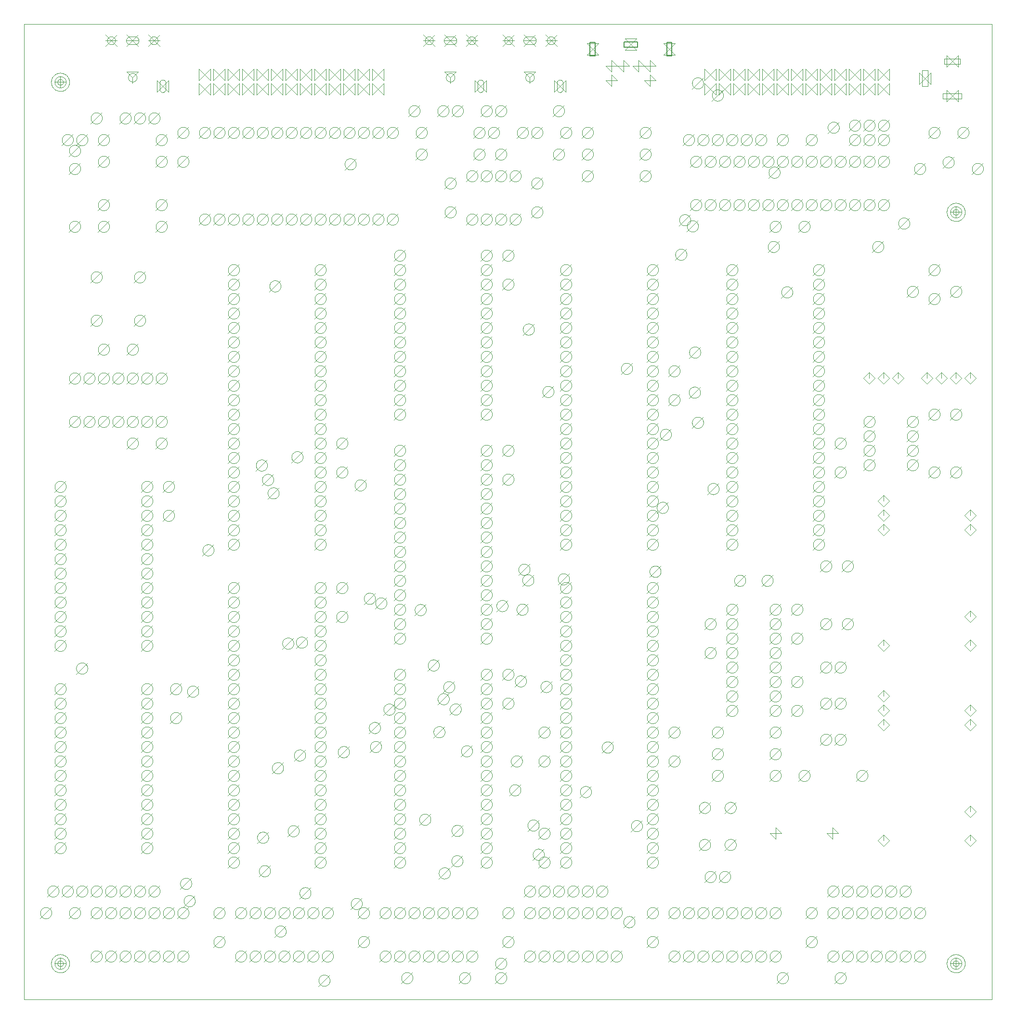
<source format=gbr>
G75*
%MOIN*%
%OFA0B0*%
%FSLAX24Y24*%
%IPPOS*%
%LPD*%
%AMOC8*
5,1,8,0,0,1.08239X$1,22.5*
%
%ADD10C,0.0000*%
%ADD11C,0.0010*%
%ADD12C,0.0050*%
D10*
X000100Y000100D02*
X000100Y067600D01*
X067100Y067600D01*
X067100Y000100D01*
X000100Y000100D01*
X001970Y002600D02*
X001972Y002650D01*
X001978Y002700D01*
X001988Y002749D01*
X002002Y002797D01*
X002019Y002844D01*
X002040Y002889D01*
X002065Y002933D01*
X002093Y002974D01*
X002125Y003013D01*
X002159Y003050D01*
X002196Y003084D01*
X002236Y003114D01*
X002278Y003141D01*
X002322Y003165D01*
X002368Y003186D01*
X002415Y003202D01*
X002463Y003215D01*
X002513Y003224D01*
X002562Y003229D01*
X002613Y003230D01*
X002663Y003227D01*
X002712Y003220D01*
X002761Y003209D01*
X002809Y003194D01*
X002855Y003176D01*
X002900Y003154D01*
X002943Y003128D01*
X002984Y003099D01*
X003023Y003067D01*
X003059Y003032D01*
X003091Y002994D01*
X003121Y002954D01*
X003148Y002911D01*
X003171Y002867D01*
X003190Y002821D01*
X003206Y002773D01*
X003218Y002724D01*
X003226Y002675D01*
X003230Y002625D01*
X003230Y002575D01*
X003226Y002525D01*
X003218Y002476D01*
X003206Y002427D01*
X003190Y002379D01*
X003171Y002333D01*
X003148Y002289D01*
X003121Y002246D01*
X003091Y002206D01*
X003059Y002168D01*
X003023Y002133D01*
X002984Y002101D01*
X002943Y002072D01*
X002900Y002046D01*
X002855Y002024D01*
X002809Y002006D01*
X002761Y001991D01*
X002712Y001980D01*
X002663Y001973D01*
X002613Y001970D01*
X002562Y001971D01*
X002513Y001976D01*
X002463Y001985D01*
X002415Y001998D01*
X002368Y002014D01*
X002322Y002035D01*
X002278Y002059D01*
X002236Y002086D01*
X002196Y002116D01*
X002159Y002150D01*
X002125Y002187D01*
X002093Y002226D01*
X002065Y002267D01*
X002040Y002311D01*
X002019Y002356D01*
X002002Y002403D01*
X001988Y002451D01*
X001978Y002500D01*
X001972Y002550D01*
X001970Y002600D01*
X009490Y063089D02*
X009490Y063562D01*
X009687Y063759D02*
X009713Y063757D01*
X009738Y063752D01*
X009762Y063744D01*
X009786Y063733D01*
X009807Y063718D01*
X009826Y063701D01*
X009843Y063682D01*
X009858Y063661D01*
X009869Y063637D01*
X009877Y063613D01*
X009882Y063588D01*
X009884Y063562D01*
X009883Y063562D02*
X009883Y063089D01*
X009884Y063089D02*
X009882Y063063D01*
X009877Y063038D01*
X009869Y063014D01*
X009858Y062991D01*
X009843Y062969D01*
X009826Y062950D01*
X009807Y062933D01*
X009786Y062918D01*
X009762Y062907D01*
X009738Y062899D01*
X009713Y062894D01*
X009687Y062892D01*
X009661Y062894D01*
X009636Y062899D01*
X009612Y062907D01*
X009589Y062918D01*
X009567Y062933D01*
X009548Y062950D01*
X009531Y062969D01*
X009516Y062991D01*
X009505Y063014D01*
X009497Y063038D01*
X009492Y063063D01*
X009490Y063089D01*
X009490Y063562D02*
X009492Y063588D01*
X009497Y063613D01*
X009505Y063637D01*
X009516Y063661D01*
X009531Y063682D01*
X009548Y063701D01*
X009567Y063718D01*
X009589Y063733D01*
X009612Y063744D01*
X009636Y063752D01*
X009661Y063757D01*
X009687Y063759D01*
X007305Y063916D02*
X007307Y063950D01*
X007313Y063984D01*
X007323Y064017D01*
X007336Y064048D01*
X007354Y064078D01*
X007374Y064106D01*
X007398Y064131D01*
X007424Y064153D01*
X007452Y064171D01*
X007483Y064187D01*
X007515Y064199D01*
X007549Y064207D01*
X007583Y064211D01*
X007617Y064211D01*
X007651Y064207D01*
X007685Y064199D01*
X007717Y064187D01*
X007747Y064171D01*
X007776Y064153D01*
X007802Y064131D01*
X007826Y064106D01*
X007846Y064078D01*
X007864Y064048D01*
X007877Y064017D01*
X007887Y063984D01*
X007893Y063950D01*
X007895Y063916D01*
X007893Y063882D01*
X007887Y063848D01*
X007877Y063815D01*
X007864Y063784D01*
X007846Y063754D01*
X007826Y063726D01*
X007802Y063701D01*
X007776Y063679D01*
X007748Y063661D01*
X007717Y063645D01*
X007685Y063633D01*
X007651Y063625D01*
X007617Y063621D01*
X007583Y063621D01*
X007549Y063625D01*
X007515Y063633D01*
X007483Y063645D01*
X007452Y063661D01*
X007424Y063679D01*
X007398Y063701D01*
X007374Y063726D01*
X007354Y063754D01*
X007336Y063784D01*
X007323Y063815D01*
X007313Y063848D01*
X007307Y063882D01*
X007305Y063916D01*
X007443Y066200D02*
X007757Y066200D01*
X007757Y066199D02*
X007788Y066201D01*
X007818Y066206D01*
X007848Y066214D01*
X007877Y066226D01*
X007904Y066241D01*
X007929Y066259D01*
X007952Y066280D01*
X007973Y066303D01*
X007991Y066328D01*
X008006Y066355D01*
X008018Y066384D01*
X008026Y066414D01*
X008031Y066444D01*
X008033Y066475D01*
X008031Y066506D01*
X008026Y066536D01*
X008018Y066566D01*
X008006Y066595D01*
X007991Y066622D01*
X007973Y066647D01*
X007952Y066670D01*
X007929Y066691D01*
X007904Y066709D01*
X007877Y066724D01*
X007848Y066736D01*
X007818Y066744D01*
X007788Y066749D01*
X007757Y066751D01*
X007443Y066751D01*
X007167Y066475D02*
X007169Y066444D01*
X007174Y066414D01*
X007182Y066384D01*
X007194Y066355D01*
X007209Y066328D01*
X007227Y066303D01*
X007248Y066280D01*
X007271Y066259D01*
X007296Y066241D01*
X007323Y066226D01*
X007352Y066214D01*
X007382Y066206D01*
X007412Y066201D01*
X007443Y066199D01*
X007167Y066475D02*
X007169Y066506D01*
X007174Y066536D01*
X007182Y066566D01*
X007194Y066595D01*
X007209Y066622D01*
X007227Y066647D01*
X007248Y066670D01*
X007271Y066691D01*
X007296Y066709D01*
X007323Y066724D01*
X007352Y066736D01*
X007382Y066744D01*
X007412Y066749D01*
X007443Y066751D01*
X005848Y066475D02*
X005850Y066508D01*
X005856Y066540D01*
X005865Y066571D01*
X005878Y066601D01*
X005895Y066629D01*
X005915Y066655D01*
X005938Y066679D01*
X005963Y066699D01*
X005991Y066717D01*
X006020Y066731D01*
X006051Y066741D01*
X006083Y066748D01*
X006116Y066751D01*
X006149Y066750D01*
X006181Y066745D01*
X006212Y066736D01*
X006243Y066724D01*
X006271Y066708D01*
X006298Y066689D01*
X006322Y066667D01*
X006343Y066642D01*
X006362Y066615D01*
X006377Y066586D01*
X006388Y066556D01*
X006396Y066524D01*
X006400Y066491D01*
X006400Y066459D01*
X006396Y066426D01*
X006388Y066394D01*
X006377Y066364D01*
X006362Y066335D01*
X006343Y066308D01*
X006322Y066283D01*
X006298Y066261D01*
X006271Y066242D01*
X006243Y066226D01*
X006212Y066214D01*
X006181Y066205D01*
X006149Y066200D01*
X006116Y066199D01*
X006083Y066202D01*
X006051Y066209D01*
X006020Y066219D01*
X005991Y066233D01*
X005963Y066251D01*
X005938Y066271D01*
X005915Y066295D01*
X005895Y066321D01*
X005878Y066349D01*
X005865Y066379D01*
X005856Y066410D01*
X005850Y066442D01*
X005848Y066475D01*
X008800Y066475D02*
X008802Y066508D01*
X008808Y066540D01*
X008817Y066571D01*
X008830Y066601D01*
X008847Y066629D01*
X008867Y066655D01*
X008890Y066679D01*
X008915Y066699D01*
X008943Y066717D01*
X008972Y066731D01*
X009003Y066741D01*
X009035Y066748D01*
X009068Y066751D01*
X009101Y066750D01*
X009133Y066745D01*
X009164Y066736D01*
X009195Y066724D01*
X009223Y066708D01*
X009250Y066689D01*
X009274Y066667D01*
X009295Y066642D01*
X009314Y066615D01*
X009329Y066586D01*
X009340Y066556D01*
X009348Y066524D01*
X009352Y066491D01*
X009352Y066459D01*
X009348Y066426D01*
X009340Y066394D01*
X009329Y066364D01*
X009314Y066335D01*
X009295Y066308D01*
X009274Y066283D01*
X009250Y066261D01*
X009223Y066242D01*
X009195Y066226D01*
X009164Y066214D01*
X009133Y066205D01*
X009101Y066200D01*
X009068Y066199D01*
X009035Y066202D01*
X009003Y066209D01*
X008972Y066219D01*
X008943Y066233D01*
X008915Y066251D01*
X008890Y066271D01*
X008867Y066295D01*
X008847Y066321D01*
X008830Y066349D01*
X008817Y066379D01*
X008808Y066410D01*
X008802Y066442D01*
X008800Y066475D01*
X001970Y063600D02*
X001972Y063650D01*
X001978Y063700D01*
X001988Y063749D01*
X002002Y063797D01*
X002019Y063844D01*
X002040Y063889D01*
X002065Y063933D01*
X002093Y063974D01*
X002125Y064013D01*
X002159Y064050D01*
X002196Y064084D01*
X002236Y064114D01*
X002278Y064141D01*
X002322Y064165D01*
X002368Y064186D01*
X002415Y064202D01*
X002463Y064215D01*
X002513Y064224D01*
X002562Y064229D01*
X002613Y064230D01*
X002663Y064227D01*
X002712Y064220D01*
X002761Y064209D01*
X002809Y064194D01*
X002855Y064176D01*
X002900Y064154D01*
X002943Y064128D01*
X002984Y064099D01*
X003023Y064067D01*
X003059Y064032D01*
X003091Y063994D01*
X003121Y063954D01*
X003148Y063911D01*
X003171Y063867D01*
X003190Y063821D01*
X003206Y063773D01*
X003218Y063724D01*
X003226Y063675D01*
X003230Y063625D01*
X003230Y063575D01*
X003226Y063525D01*
X003218Y063476D01*
X003206Y063427D01*
X003190Y063379D01*
X003171Y063333D01*
X003148Y063289D01*
X003121Y063246D01*
X003091Y063206D01*
X003059Y063168D01*
X003023Y063133D01*
X002984Y063101D01*
X002943Y063072D01*
X002900Y063046D01*
X002855Y063024D01*
X002809Y063006D01*
X002761Y062991D01*
X002712Y062980D01*
X002663Y062973D01*
X002613Y062970D01*
X002562Y062971D01*
X002513Y062976D01*
X002463Y062985D01*
X002415Y062998D01*
X002368Y063014D01*
X002322Y063035D01*
X002278Y063059D01*
X002236Y063086D01*
X002196Y063116D01*
X002159Y063150D01*
X002125Y063187D01*
X002093Y063226D01*
X002065Y063267D01*
X002040Y063311D01*
X002019Y063356D01*
X002002Y063403D01*
X001988Y063451D01*
X001978Y063500D01*
X001972Y063550D01*
X001970Y063600D01*
X027848Y066475D02*
X027850Y066508D01*
X027856Y066540D01*
X027865Y066571D01*
X027878Y066601D01*
X027895Y066629D01*
X027915Y066655D01*
X027938Y066679D01*
X027963Y066699D01*
X027991Y066717D01*
X028020Y066731D01*
X028051Y066741D01*
X028083Y066748D01*
X028116Y066751D01*
X028149Y066750D01*
X028181Y066745D01*
X028212Y066736D01*
X028243Y066724D01*
X028271Y066708D01*
X028298Y066689D01*
X028322Y066667D01*
X028343Y066642D01*
X028362Y066615D01*
X028377Y066586D01*
X028388Y066556D01*
X028396Y066524D01*
X028400Y066491D01*
X028400Y066459D01*
X028396Y066426D01*
X028388Y066394D01*
X028377Y066364D01*
X028362Y066335D01*
X028343Y066308D01*
X028322Y066283D01*
X028298Y066261D01*
X028271Y066242D01*
X028243Y066226D01*
X028212Y066214D01*
X028181Y066205D01*
X028149Y066200D01*
X028116Y066199D01*
X028083Y066202D01*
X028051Y066209D01*
X028020Y066219D01*
X027991Y066233D01*
X027963Y066251D01*
X027938Y066271D01*
X027915Y066295D01*
X027895Y066321D01*
X027878Y066349D01*
X027865Y066379D01*
X027856Y066410D01*
X027850Y066442D01*
X027848Y066475D01*
X029167Y066475D02*
X029169Y066444D01*
X029174Y066414D01*
X029182Y066384D01*
X029194Y066355D01*
X029209Y066328D01*
X029227Y066303D01*
X029248Y066280D01*
X029271Y066259D01*
X029296Y066241D01*
X029323Y066226D01*
X029352Y066214D01*
X029382Y066206D01*
X029412Y066201D01*
X029443Y066199D01*
X029443Y066200D02*
X029757Y066200D01*
X029757Y066199D02*
X029788Y066201D01*
X029818Y066206D01*
X029848Y066214D01*
X029877Y066226D01*
X029904Y066241D01*
X029929Y066259D01*
X029952Y066280D01*
X029973Y066303D01*
X029991Y066328D01*
X030006Y066355D01*
X030018Y066384D01*
X030026Y066414D01*
X030031Y066444D01*
X030033Y066475D01*
X030031Y066506D01*
X030026Y066536D01*
X030018Y066566D01*
X030006Y066595D01*
X029991Y066622D01*
X029973Y066647D01*
X029952Y066670D01*
X029929Y066691D01*
X029904Y066709D01*
X029877Y066724D01*
X029848Y066736D01*
X029818Y066744D01*
X029788Y066749D01*
X029757Y066751D01*
X029443Y066751D01*
X029412Y066749D01*
X029382Y066744D01*
X029352Y066736D01*
X029323Y066724D01*
X029296Y066709D01*
X029271Y066691D01*
X029248Y066670D01*
X029227Y066647D01*
X029209Y066622D01*
X029194Y066595D01*
X029182Y066566D01*
X029174Y066536D01*
X029169Y066506D01*
X029167Y066475D01*
X030800Y066475D02*
X030802Y066508D01*
X030808Y066540D01*
X030817Y066571D01*
X030830Y066601D01*
X030847Y066629D01*
X030867Y066655D01*
X030890Y066679D01*
X030915Y066699D01*
X030943Y066717D01*
X030972Y066731D01*
X031003Y066741D01*
X031035Y066748D01*
X031068Y066751D01*
X031101Y066750D01*
X031133Y066745D01*
X031164Y066736D01*
X031195Y066724D01*
X031223Y066708D01*
X031250Y066689D01*
X031274Y066667D01*
X031295Y066642D01*
X031314Y066615D01*
X031329Y066586D01*
X031340Y066556D01*
X031348Y066524D01*
X031352Y066491D01*
X031352Y066459D01*
X031348Y066426D01*
X031340Y066394D01*
X031329Y066364D01*
X031314Y066335D01*
X031295Y066308D01*
X031274Y066283D01*
X031250Y066261D01*
X031223Y066242D01*
X031195Y066226D01*
X031164Y066214D01*
X031133Y066205D01*
X031101Y066200D01*
X031068Y066199D01*
X031035Y066202D01*
X031003Y066209D01*
X030972Y066219D01*
X030943Y066233D01*
X030915Y066251D01*
X030890Y066271D01*
X030867Y066295D01*
X030847Y066321D01*
X030830Y066349D01*
X030817Y066379D01*
X030808Y066410D01*
X030802Y066442D01*
X030800Y066475D01*
X029305Y063916D02*
X029307Y063950D01*
X029313Y063984D01*
X029323Y064017D01*
X029336Y064048D01*
X029354Y064078D01*
X029374Y064106D01*
X029398Y064131D01*
X029424Y064153D01*
X029452Y064171D01*
X029483Y064187D01*
X029515Y064199D01*
X029549Y064207D01*
X029583Y064211D01*
X029617Y064211D01*
X029651Y064207D01*
X029685Y064199D01*
X029717Y064187D01*
X029747Y064171D01*
X029776Y064153D01*
X029802Y064131D01*
X029826Y064106D01*
X029846Y064078D01*
X029864Y064048D01*
X029877Y064017D01*
X029887Y063984D01*
X029893Y063950D01*
X029895Y063916D01*
X029893Y063882D01*
X029887Y063848D01*
X029877Y063815D01*
X029864Y063784D01*
X029846Y063754D01*
X029826Y063726D01*
X029802Y063701D01*
X029776Y063679D01*
X029748Y063661D01*
X029717Y063645D01*
X029685Y063633D01*
X029651Y063625D01*
X029617Y063621D01*
X029583Y063621D01*
X029549Y063625D01*
X029515Y063633D01*
X029483Y063645D01*
X029452Y063661D01*
X029424Y063679D01*
X029398Y063701D01*
X029374Y063726D01*
X029354Y063754D01*
X029336Y063784D01*
X029323Y063815D01*
X029313Y063848D01*
X029307Y063882D01*
X029305Y063916D01*
X031490Y063562D02*
X031490Y063089D01*
X031687Y062892D02*
X031713Y062894D01*
X031738Y062899D01*
X031762Y062907D01*
X031786Y062918D01*
X031807Y062933D01*
X031826Y062950D01*
X031843Y062969D01*
X031858Y062991D01*
X031869Y063014D01*
X031877Y063038D01*
X031882Y063063D01*
X031884Y063089D01*
X031883Y063089D02*
X031883Y063562D01*
X031884Y063562D02*
X031882Y063588D01*
X031877Y063613D01*
X031869Y063637D01*
X031858Y063661D01*
X031843Y063682D01*
X031826Y063701D01*
X031807Y063718D01*
X031786Y063733D01*
X031762Y063744D01*
X031738Y063752D01*
X031713Y063757D01*
X031687Y063759D01*
X031661Y063757D01*
X031636Y063752D01*
X031612Y063744D01*
X031589Y063733D01*
X031567Y063718D01*
X031548Y063701D01*
X031531Y063682D01*
X031516Y063661D01*
X031505Y063637D01*
X031497Y063613D01*
X031492Y063588D01*
X031490Y063562D01*
X031490Y063089D02*
X031492Y063063D01*
X031497Y063038D01*
X031505Y063014D01*
X031516Y062991D01*
X031531Y062969D01*
X031548Y062950D01*
X031567Y062933D01*
X031589Y062918D01*
X031612Y062907D01*
X031636Y062899D01*
X031661Y062894D01*
X031687Y062892D01*
X034805Y063916D02*
X034807Y063950D01*
X034813Y063984D01*
X034823Y064017D01*
X034836Y064048D01*
X034854Y064078D01*
X034874Y064106D01*
X034898Y064131D01*
X034924Y064153D01*
X034952Y064171D01*
X034983Y064187D01*
X035015Y064199D01*
X035049Y064207D01*
X035083Y064211D01*
X035117Y064211D01*
X035151Y064207D01*
X035185Y064199D01*
X035217Y064187D01*
X035247Y064171D01*
X035276Y064153D01*
X035302Y064131D01*
X035326Y064106D01*
X035346Y064078D01*
X035364Y064048D01*
X035377Y064017D01*
X035387Y063984D01*
X035393Y063950D01*
X035395Y063916D01*
X035393Y063882D01*
X035387Y063848D01*
X035377Y063815D01*
X035364Y063784D01*
X035346Y063754D01*
X035326Y063726D01*
X035302Y063701D01*
X035276Y063679D01*
X035248Y063661D01*
X035217Y063645D01*
X035185Y063633D01*
X035151Y063625D01*
X035117Y063621D01*
X035083Y063621D01*
X035049Y063625D01*
X035015Y063633D01*
X034983Y063645D01*
X034952Y063661D01*
X034924Y063679D01*
X034898Y063701D01*
X034874Y063726D01*
X034854Y063754D01*
X034836Y063784D01*
X034823Y063815D01*
X034813Y063848D01*
X034807Y063882D01*
X034805Y063916D01*
X036990Y063562D02*
X036990Y063089D01*
X037187Y062892D02*
X037213Y062894D01*
X037238Y062899D01*
X037262Y062907D01*
X037286Y062918D01*
X037307Y062933D01*
X037326Y062950D01*
X037343Y062969D01*
X037358Y062991D01*
X037369Y063014D01*
X037377Y063038D01*
X037382Y063063D01*
X037384Y063089D01*
X037383Y063089D02*
X037383Y063562D01*
X037384Y063562D02*
X037382Y063588D01*
X037377Y063613D01*
X037369Y063637D01*
X037358Y063661D01*
X037343Y063682D01*
X037326Y063701D01*
X037307Y063718D01*
X037286Y063733D01*
X037262Y063744D01*
X037238Y063752D01*
X037213Y063757D01*
X037187Y063759D01*
X037161Y063757D01*
X037136Y063752D01*
X037112Y063744D01*
X037089Y063733D01*
X037067Y063718D01*
X037048Y063701D01*
X037031Y063682D01*
X037016Y063661D01*
X037005Y063637D01*
X036997Y063613D01*
X036992Y063588D01*
X036990Y063562D01*
X036990Y063089D02*
X036992Y063063D01*
X036997Y063038D01*
X037005Y063014D01*
X037016Y062991D01*
X037031Y062969D01*
X037048Y062950D01*
X037067Y062933D01*
X037089Y062918D01*
X037112Y062907D01*
X037136Y062899D01*
X037161Y062894D01*
X037187Y062892D01*
X036300Y066475D02*
X036302Y066508D01*
X036308Y066540D01*
X036317Y066571D01*
X036330Y066601D01*
X036347Y066629D01*
X036367Y066655D01*
X036390Y066679D01*
X036415Y066699D01*
X036443Y066717D01*
X036472Y066731D01*
X036503Y066741D01*
X036535Y066748D01*
X036568Y066751D01*
X036601Y066750D01*
X036633Y066745D01*
X036664Y066736D01*
X036695Y066724D01*
X036723Y066708D01*
X036750Y066689D01*
X036774Y066667D01*
X036795Y066642D01*
X036814Y066615D01*
X036829Y066586D01*
X036840Y066556D01*
X036848Y066524D01*
X036852Y066491D01*
X036852Y066459D01*
X036848Y066426D01*
X036840Y066394D01*
X036829Y066364D01*
X036814Y066335D01*
X036795Y066308D01*
X036774Y066283D01*
X036750Y066261D01*
X036723Y066242D01*
X036695Y066226D01*
X036664Y066214D01*
X036633Y066205D01*
X036601Y066200D01*
X036568Y066199D01*
X036535Y066202D01*
X036503Y066209D01*
X036472Y066219D01*
X036443Y066233D01*
X036415Y066251D01*
X036390Y066271D01*
X036367Y066295D01*
X036347Y066321D01*
X036330Y066349D01*
X036317Y066379D01*
X036308Y066410D01*
X036302Y066442D01*
X036300Y066475D01*
X035533Y066475D02*
X035531Y066444D01*
X035526Y066414D01*
X035518Y066384D01*
X035506Y066355D01*
X035491Y066328D01*
X035473Y066303D01*
X035452Y066280D01*
X035429Y066259D01*
X035404Y066241D01*
X035377Y066226D01*
X035348Y066214D01*
X035318Y066206D01*
X035288Y066201D01*
X035257Y066199D01*
X035257Y066200D02*
X034943Y066200D01*
X034943Y066199D02*
X034912Y066201D01*
X034882Y066206D01*
X034852Y066214D01*
X034823Y066226D01*
X034796Y066241D01*
X034771Y066259D01*
X034748Y066280D01*
X034727Y066303D01*
X034709Y066328D01*
X034694Y066355D01*
X034682Y066384D01*
X034674Y066414D01*
X034669Y066444D01*
X034667Y066475D01*
X034669Y066506D01*
X034674Y066536D01*
X034682Y066566D01*
X034694Y066595D01*
X034709Y066622D01*
X034727Y066647D01*
X034748Y066670D01*
X034771Y066691D01*
X034796Y066709D01*
X034823Y066724D01*
X034852Y066736D01*
X034882Y066744D01*
X034912Y066749D01*
X034943Y066751D01*
X035257Y066751D01*
X035288Y066749D01*
X035318Y066744D01*
X035348Y066736D01*
X035377Y066724D01*
X035404Y066709D01*
X035429Y066691D01*
X035452Y066670D01*
X035473Y066647D01*
X035491Y066622D01*
X035506Y066595D01*
X035518Y066566D01*
X035526Y066536D01*
X035531Y066506D01*
X035533Y066475D01*
X033348Y066475D02*
X033350Y066508D01*
X033356Y066540D01*
X033365Y066571D01*
X033378Y066601D01*
X033395Y066629D01*
X033415Y066655D01*
X033438Y066679D01*
X033463Y066699D01*
X033491Y066717D01*
X033520Y066731D01*
X033551Y066741D01*
X033583Y066748D01*
X033616Y066751D01*
X033649Y066750D01*
X033681Y066745D01*
X033712Y066736D01*
X033743Y066724D01*
X033771Y066708D01*
X033798Y066689D01*
X033822Y066667D01*
X033843Y066642D01*
X033862Y066615D01*
X033877Y066586D01*
X033888Y066556D01*
X033896Y066524D01*
X033900Y066491D01*
X033900Y066459D01*
X033896Y066426D01*
X033888Y066394D01*
X033877Y066364D01*
X033862Y066335D01*
X033843Y066308D01*
X033822Y066283D01*
X033798Y066261D01*
X033771Y066242D01*
X033743Y066226D01*
X033712Y066214D01*
X033681Y066205D01*
X033649Y066200D01*
X033616Y066199D01*
X033583Y066202D01*
X033551Y066209D01*
X033520Y066219D01*
X033491Y066233D01*
X033463Y066251D01*
X033438Y066271D01*
X033415Y066295D01*
X033395Y066321D01*
X033378Y066349D01*
X033365Y066379D01*
X033356Y066410D01*
X033350Y066442D01*
X033348Y066475D01*
X062263Y064401D02*
X062263Y063299D01*
X062657Y063299D01*
X062657Y064401D01*
X062263Y064401D01*
X063799Y064834D02*
X063799Y065228D01*
X064901Y065228D01*
X064901Y064834D01*
X063799Y064834D01*
X063700Y062826D02*
X063700Y062433D01*
X065000Y062433D01*
X065000Y062826D01*
X063700Y062826D01*
X063970Y054600D02*
X063972Y054650D01*
X063978Y054700D01*
X063988Y054749D01*
X064002Y054797D01*
X064019Y054844D01*
X064040Y054889D01*
X064065Y054933D01*
X064093Y054974D01*
X064125Y055013D01*
X064159Y055050D01*
X064196Y055084D01*
X064236Y055114D01*
X064278Y055141D01*
X064322Y055165D01*
X064368Y055186D01*
X064415Y055202D01*
X064463Y055215D01*
X064513Y055224D01*
X064562Y055229D01*
X064613Y055230D01*
X064663Y055227D01*
X064712Y055220D01*
X064761Y055209D01*
X064809Y055194D01*
X064855Y055176D01*
X064900Y055154D01*
X064943Y055128D01*
X064984Y055099D01*
X065023Y055067D01*
X065059Y055032D01*
X065091Y054994D01*
X065121Y054954D01*
X065148Y054911D01*
X065171Y054867D01*
X065190Y054821D01*
X065206Y054773D01*
X065218Y054724D01*
X065226Y054675D01*
X065230Y054625D01*
X065230Y054575D01*
X065226Y054525D01*
X065218Y054476D01*
X065206Y054427D01*
X065190Y054379D01*
X065171Y054333D01*
X065148Y054289D01*
X065121Y054246D01*
X065091Y054206D01*
X065059Y054168D01*
X065023Y054133D01*
X064984Y054101D01*
X064943Y054072D01*
X064900Y054046D01*
X064855Y054024D01*
X064809Y054006D01*
X064761Y053991D01*
X064712Y053980D01*
X064663Y053973D01*
X064613Y053970D01*
X064562Y053971D01*
X064513Y053976D01*
X064463Y053985D01*
X064415Y053998D01*
X064368Y054014D01*
X064322Y054035D01*
X064278Y054059D01*
X064236Y054086D01*
X064196Y054116D01*
X064159Y054150D01*
X064125Y054187D01*
X064093Y054226D01*
X064065Y054267D01*
X064040Y054311D01*
X064019Y054356D01*
X064002Y054403D01*
X063988Y054451D01*
X063978Y054500D01*
X063972Y054550D01*
X063970Y054600D01*
X063970Y002600D02*
X063972Y002650D01*
X063978Y002700D01*
X063988Y002749D01*
X064002Y002797D01*
X064019Y002844D01*
X064040Y002889D01*
X064065Y002933D01*
X064093Y002974D01*
X064125Y003013D01*
X064159Y003050D01*
X064196Y003084D01*
X064236Y003114D01*
X064278Y003141D01*
X064322Y003165D01*
X064368Y003186D01*
X064415Y003202D01*
X064463Y003215D01*
X064513Y003224D01*
X064562Y003229D01*
X064613Y003230D01*
X064663Y003227D01*
X064712Y003220D01*
X064761Y003209D01*
X064809Y003194D01*
X064855Y003176D01*
X064900Y003154D01*
X064943Y003128D01*
X064984Y003099D01*
X065023Y003067D01*
X065059Y003032D01*
X065091Y002994D01*
X065121Y002954D01*
X065148Y002911D01*
X065171Y002867D01*
X065190Y002821D01*
X065206Y002773D01*
X065218Y002724D01*
X065226Y002675D01*
X065230Y002625D01*
X065230Y002575D01*
X065226Y002525D01*
X065218Y002476D01*
X065206Y002427D01*
X065190Y002379D01*
X065171Y002333D01*
X065148Y002289D01*
X065121Y002246D01*
X065091Y002206D01*
X065059Y002168D01*
X065023Y002133D01*
X064984Y002101D01*
X064943Y002072D01*
X064900Y002046D01*
X064855Y002024D01*
X064809Y002006D01*
X064761Y001991D01*
X064712Y001980D01*
X064663Y001973D01*
X064613Y001970D01*
X064562Y001971D01*
X064513Y001976D01*
X064463Y001985D01*
X064415Y001998D01*
X064368Y002014D01*
X064322Y002035D01*
X064278Y002059D01*
X064236Y002086D01*
X064196Y002116D01*
X064159Y002150D01*
X064125Y002187D01*
X064093Y002226D01*
X064065Y002267D01*
X064040Y002311D01*
X064019Y002356D01*
X064002Y002403D01*
X063988Y002451D01*
X063978Y002500D01*
X063972Y002550D01*
X063970Y002600D01*
D11*
X064200Y002600D02*
X065000Y002600D01*
X064600Y002200D02*
X064600Y003000D01*
X064210Y002600D02*
X064212Y002639D01*
X064218Y002677D01*
X064227Y002715D01*
X064241Y002751D01*
X064257Y002787D01*
X064278Y002820D01*
X064301Y002851D01*
X064328Y002879D01*
X064357Y002905D01*
X064388Y002928D01*
X064422Y002947D01*
X064458Y002963D01*
X064494Y002975D01*
X064532Y002984D01*
X064571Y002989D01*
X064610Y002990D01*
X064648Y002987D01*
X064687Y002980D01*
X064724Y002970D01*
X064760Y002955D01*
X064795Y002938D01*
X064828Y002917D01*
X064858Y002892D01*
X064886Y002865D01*
X064911Y002835D01*
X064933Y002803D01*
X064951Y002769D01*
X064966Y002733D01*
X064978Y002696D01*
X064986Y002658D01*
X064990Y002619D01*
X064990Y002581D01*
X064986Y002542D01*
X064978Y002504D01*
X064966Y002467D01*
X064951Y002431D01*
X064933Y002397D01*
X064911Y002365D01*
X064886Y002335D01*
X064858Y002308D01*
X064828Y002283D01*
X064795Y002262D01*
X064760Y002245D01*
X064724Y002230D01*
X064687Y002220D01*
X064648Y002213D01*
X064610Y002210D01*
X064571Y002211D01*
X064532Y002216D01*
X064494Y002225D01*
X064458Y002237D01*
X064422Y002253D01*
X064388Y002272D01*
X064357Y002295D01*
X064328Y002321D01*
X064301Y002349D01*
X064278Y002380D01*
X064257Y002413D01*
X064241Y002449D01*
X064227Y002485D01*
X064218Y002523D01*
X064212Y002561D01*
X064210Y002600D01*
X064405Y002600D02*
X064407Y002628D01*
X064413Y002655D01*
X064423Y002681D01*
X064436Y002705D01*
X064453Y002728D01*
X064472Y002747D01*
X064495Y002764D01*
X064519Y002777D01*
X064545Y002787D01*
X064572Y002793D01*
X064600Y002795D01*
X064628Y002793D01*
X064655Y002787D01*
X064681Y002777D01*
X064705Y002764D01*
X064728Y002747D01*
X064747Y002728D01*
X064764Y002705D01*
X064777Y002681D01*
X064787Y002655D01*
X064793Y002628D01*
X064795Y002600D01*
X064793Y002572D01*
X064787Y002545D01*
X064777Y002519D01*
X064764Y002495D01*
X064747Y002472D01*
X064728Y002453D01*
X064705Y002436D01*
X064681Y002423D01*
X064655Y002413D01*
X064628Y002407D01*
X064600Y002405D01*
X064572Y002407D01*
X064545Y002413D01*
X064519Y002423D01*
X064495Y002436D01*
X064472Y002453D01*
X064453Y002472D01*
X064436Y002495D01*
X064423Y002519D01*
X064413Y002545D01*
X064407Y002572D01*
X064405Y002600D01*
X061710Y003100D02*
X061712Y003139D01*
X061718Y003177D01*
X061727Y003215D01*
X061741Y003251D01*
X061757Y003287D01*
X061778Y003320D01*
X061801Y003351D01*
X061828Y003379D01*
X061857Y003405D01*
X061888Y003428D01*
X061922Y003447D01*
X061958Y003463D01*
X061994Y003475D01*
X062032Y003484D01*
X062071Y003489D01*
X062110Y003490D01*
X062148Y003487D01*
X062187Y003480D01*
X062224Y003470D01*
X062260Y003455D01*
X062295Y003438D01*
X062328Y003417D01*
X062358Y003392D01*
X062386Y003365D01*
X062411Y003335D01*
X062433Y003303D01*
X062451Y003269D01*
X062466Y003233D01*
X062478Y003196D01*
X062486Y003158D01*
X062490Y003119D01*
X062490Y003081D01*
X062486Y003042D01*
X062478Y003004D01*
X062466Y002967D01*
X062451Y002931D01*
X062433Y002897D01*
X062411Y002865D01*
X062386Y002835D01*
X062358Y002808D01*
X062328Y002783D01*
X062295Y002762D01*
X062260Y002745D01*
X062224Y002730D01*
X062187Y002720D01*
X062148Y002713D01*
X062110Y002710D01*
X062071Y002711D01*
X062032Y002716D01*
X061994Y002725D01*
X061958Y002737D01*
X061922Y002753D01*
X061888Y002772D01*
X061857Y002795D01*
X061828Y002821D01*
X061801Y002849D01*
X061778Y002880D01*
X061757Y002913D01*
X061741Y002949D01*
X061727Y002985D01*
X061718Y003023D01*
X061712Y003061D01*
X061710Y003100D01*
X061700Y002700D02*
X062500Y003500D01*
X060710Y003100D02*
X060712Y003139D01*
X060718Y003177D01*
X060727Y003215D01*
X060741Y003251D01*
X060757Y003287D01*
X060778Y003320D01*
X060801Y003351D01*
X060828Y003379D01*
X060857Y003405D01*
X060888Y003428D01*
X060922Y003447D01*
X060958Y003463D01*
X060994Y003475D01*
X061032Y003484D01*
X061071Y003489D01*
X061110Y003490D01*
X061148Y003487D01*
X061187Y003480D01*
X061224Y003470D01*
X061260Y003455D01*
X061295Y003438D01*
X061328Y003417D01*
X061358Y003392D01*
X061386Y003365D01*
X061411Y003335D01*
X061433Y003303D01*
X061451Y003269D01*
X061466Y003233D01*
X061478Y003196D01*
X061486Y003158D01*
X061490Y003119D01*
X061490Y003081D01*
X061486Y003042D01*
X061478Y003004D01*
X061466Y002967D01*
X061451Y002931D01*
X061433Y002897D01*
X061411Y002865D01*
X061386Y002835D01*
X061358Y002808D01*
X061328Y002783D01*
X061295Y002762D01*
X061260Y002745D01*
X061224Y002730D01*
X061187Y002720D01*
X061148Y002713D01*
X061110Y002710D01*
X061071Y002711D01*
X061032Y002716D01*
X060994Y002725D01*
X060958Y002737D01*
X060922Y002753D01*
X060888Y002772D01*
X060857Y002795D01*
X060828Y002821D01*
X060801Y002849D01*
X060778Y002880D01*
X060757Y002913D01*
X060741Y002949D01*
X060727Y002985D01*
X060718Y003023D01*
X060712Y003061D01*
X060710Y003100D01*
X060700Y002700D02*
X061500Y003500D01*
X059710Y003100D02*
X059712Y003139D01*
X059718Y003177D01*
X059727Y003215D01*
X059741Y003251D01*
X059757Y003287D01*
X059778Y003320D01*
X059801Y003351D01*
X059828Y003379D01*
X059857Y003405D01*
X059888Y003428D01*
X059922Y003447D01*
X059958Y003463D01*
X059994Y003475D01*
X060032Y003484D01*
X060071Y003489D01*
X060110Y003490D01*
X060148Y003487D01*
X060187Y003480D01*
X060224Y003470D01*
X060260Y003455D01*
X060295Y003438D01*
X060328Y003417D01*
X060358Y003392D01*
X060386Y003365D01*
X060411Y003335D01*
X060433Y003303D01*
X060451Y003269D01*
X060466Y003233D01*
X060478Y003196D01*
X060486Y003158D01*
X060490Y003119D01*
X060490Y003081D01*
X060486Y003042D01*
X060478Y003004D01*
X060466Y002967D01*
X060451Y002931D01*
X060433Y002897D01*
X060411Y002865D01*
X060386Y002835D01*
X060358Y002808D01*
X060328Y002783D01*
X060295Y002762D01*
X060260Y002745D01*
X060224Y002730D01*
X060187Y002720D01*
X060148Y002713D01*
X060110Y002710D01*
X060071Y002711D01*
X060032Y002716D01*
X059994Y002725D01*
X059958Y002737D01*
X059922Y002753D01*
X059888Y002772D01*
X059857Y002795D01*
X059828Y002821D01*
X059801Y002849D01*
X059778Y002880D01*
X059757Y002913D01*
X059741Y002949D01*
X059727Y002985D01*
X059718Y003023D01*
X059712Y003061D01*
X059710Y003100D01*
X059700Y002700D02*
X060500Y003500D01*
X058710Y003100D02*
X058712Y003139D01*
X058718Y003177D01*
X058727Y003215D01*
X058741Y003251D01*
X058757Y003287D01*
X058778Y003320D01*
X058801Y003351D01*
X058828Y003379D01*
X058857Y003405D01*
X058888Y003428D01*
X058922Y003447D01*
X058958Y003463D01*
X058994Y003475D01*
X059032Y003484D01*
X059071Y003489D01*
X059110Y003490D01*
X059148Y003487D01*
X059187Y003480D01*
X059224Y003470D01*
X059260Y003455D01*
X059295Y003438D01*
X059328Y003417D01*
X059358Y003392D01*
X059386Y003365D01*
X059411Y003335D01*
X059433Y003303D01*
X059451Y003269D01*
X059466Y003233D01*
X059478Y003196D01*
X059486Y003158D01*
X059490Y003119D01*
X059490Y003081D01*
X059486Y003042D01*
X059478Y003004D01*
X059466Y002967D01*
X059451Y002931D01*
X059433Y002897D01*
X059411Y002865D01*
X059386Y002835D01*
X059358Y002808D01*
X059328Y002783D01*
X059295Y002762D01*
X059260Y002745D01*
X059224Y002730D01*
X059187Y002720D01*
X059148Y002713D01*
X059110Y002710D01*
X059071Y002711D01*
X059032Y002716D01*
X058994Y002725D01*
X058958Y002737D01*
X058922Y002753D01*
X058888Y002772D01*
X058857Y002795D01*
X058828Y002821D01*
X058801Y002849D01*
X058778Y002880D01*
X058757Y002913D01*
X058741Y002949D01*
X058727Y002985D01*
X058718Y003023D01*
X058712Y003061D01*
X058710Y003100D01*
X058700Y002700D02*
X059500Y003500D01*
X057710Y003100D02*
X057712Y003139D01*
X057718Y003177D01*
X057727Y003215D01*
X057741Y003251D01*
X057757Y003287D01*
X057778Y003320D01*
X057801Y003351D01*
X057828Y003379D01*
X057857Y003405D01*
X057888Y003428D01*
X057922Y003447D01*
X057958Y003463D01*
X057994Y003475D01*
X058032Y003484D01*
X058071Y003489D01*
X058110Y003490D01*
X058148Y003487D01*
X058187Y003480D01*
X058224Y003470D01*
X058260Y003455D01*
X058295Y003438D01*
X058328Y003417D01*
X058358Y003392D01*
X058386Y003365D01*
X058411Y003335D01*
X058433Y003303D01*
X058451Y003269D01*
X058466Y003233D01*
X058478Y003196D01*
X058486Y003158D01*
X058490Y003119D01*
X058490Y003081D01*
X058486Y003042D01*
X058478Y003004D01*
X058466Y002967D01*
X058451Y002931D01*
X058433Y002897D01*
X058411Y002865D01*
X058386Y002835D01*
X058358Y002808D01*
X058328Y002783D01*
X058295Y002762D01*
X058260Y002745D01*
X058224Y002730D01*
X058187Y002720D01*
X058148Y002713D01*
X058110Y002710D01*
X058071Y002711D01*
X058032Y002716D01*
X057994Y002725D01*
X057958Y002737D01*
X057922Y002753D01*
X057888Y002772D01*
X057857Y002795D01*
X057828Y002821D01*
X057801Y002849D01*
X057778Y002880D01*
X057757Y002913D01*
X057741Y002949D01*
X057727Y002985D01*
X057718Y003023D01*
X057712Y003061D01*
X057710Y003100D01*
X057700Y002700D02*
X058500Y003500D01*
X056710Y003100D02*
X056712Y003139D01*
X056718Y003177D01*
X056727Y003215D01*
X056741Y003251D01*
X056757Y003287D01*
X056778Y003320D01*
X056801Y003351D01*
X056828Y003379D01*
X056857Y003405D01*
X056888Y003428D01*
X056922Y003447D01*
X056958Y003463D01*
X056994Y003475D01*
X057032Y003484D01*
X057071Y003489D01*
X057110Y003490D01*
X057148Y003487D01*
X057187Y003480D01*
X057224Y003470D01*
X057260Y003455D01*
X057295Y003438D01*
X057328Y003417D01*
X057358Y003392D01*
X057386Y003365D01*
X057411Y003335D01*
X057433Y003303D01*
X057451Y003269D01*
X057466Y003233D01*
X057478Y003196D01*
X057486Y003158D01*
X057490Y003119D01*
X057490Y003081D01*
X057486Y003042D01*
X057478Y003004D01*
X057466Y002967D01*
X057451Y002931D01*
X057433Y002897D01*
X057411Y002865D01*
X057386Y002835D01*
X057358Y002808D01*
X057328Y002783D01*
X057295Y002762D01*
X057260Y002745D01*
X057224Y002730D01*
X057187Y002720D01*
X057148Y002713D01*
X057110Y002710D01*
X057071Y002711D01*
X057032Y002716D01*
X056994Y002725D01*
X056958Y002737D01*
X056922Y002753D01*
X056888Y002772D01*
X056857Y002795D01*
X056828Y002821D01*
X056801Y002849D01*
X056778Y002880D01*
X056757Y002913D01*
X056741Y002949D01*
X056727Y002985D01*
X056718Y003023D01*
X056712Y003061D01*
X056710Y003100D01*
X056700Y002700D02*
X057500Y003500D01*
X055710Y003100D02*
X055712Y003139D01*
X055718Y003177D01*
X055727Y003215D01*
X055741Y003251D01*
X055757Y003287D01*
X055778Y003320D01*
X055801Y003351D01*
X055828Y003379D01*
X055857Y003405D01*
X055888Y003428D01*
X055922Y003447D01*
X055958Y003463D01*
X055994Y003475D01*
X056032Y003484D01*
X056071Y003489D01*
X056110Y003490D01*
X056148Y003487D01*
X056187Y003480D01*
X056224Y003470D01*
X056260Y003455D01*
X056295Y003438D01*
X056328Y003417D01*
X056358Y003392D01*
X056386Y003365D01*
X056411Y003335D01*
X056433Y003303D01*
X056451Y003269D01*
X056466Y003233D01*
X056478Y003196D01*
X056486Y003158D01*
X056490Y003119D01*
X056490Y003081D01*
X056486Y003042D01*
X056478Y003004D01*
X056466Y002967D01*
X056451Y002931D01*
X056433Y002897D01*
X056411Y002865D01*
X056386Y002835D01*
X056358Y002808D01*
X056328Y002783D01*
X056295Y002762D01*
X056260Y002745D01*
X056224Y002730D01*
X056187Y002720D01*
X056148Y002713D01*
X056110Y002710D01*
X056071Y002711D01*
X056032Y002716D01*
X055994Y002725D01*
X055958Y002737D01*
X055922Y002753D01*
X055888Y002772D01*
X055857Y002795D01*
X055828Y002821D01*
X055801Y002849D01*
X055778Y002880D01*
X055757Y002913D01*
X055741Y002949D01*
X055727Y002985D01*
X055718Y003023D01*
X055712Y003061D01*
X055710Y003100D01*
X055700Y002700D02*
X056500Y003500D01*
X056210Y001600D02*
X056212Y001639D01*
X056218Y001677D01*
X056227Y001715D01*
X056241Y001751D01*
X056257Y001787D01*
X056278Y001820D01*
X056301Y001851D01*
X056328Y001879D01*
X056357Y001905D01*
X056388Y001928D01*
X056422Y001947D01*
X056458Y001963D01*
X056494Y001975D01*
X056532Y001984D01*
X056571Y001989D01*
X056610Y001990D01*
X056648Y001987D01*
X056687Y001980D01*
X056724Y001970D01*
X056760Y001955D01*
X056795Y001938D01*
X056828Y001917D01*
X056858Y001892D01*
X056886Y001865D01*
X056911Y001835D01*
X056933Y001803D01*
X056951Y001769D01*
X056966Y001733D01*
X056978Y001696D01*
X056986Y001658D01*
X056990Y001619D01*
X056990Y001581D01*
X056986Y001542D01*
X056978Y001504D01*
X056966Y001467D01*
X056951Y001431D01*
X056933Y001397D01*
X056911Y001365D01*
X056886Y001335D01*
X056858Y001308D01*
X056828Y001283D01*
X056795Y001262D01*
X056760Y001245D01*
X056724Y001230D01*
X056687Y001220D01*
X056648Y001213D01*
X056610Y001210D01*
X056571Y001211D01*
X056532Y001216D01*
X056494Y001225D01*
X056458Y001237D01*
X056422Y001253D01*
X056388Y001272D01*
X056357Y001295D01*
X056328Y001321D01*
X056301Y001349D01*
X056278Y001380D01*
X056257Y001413D01*
X056241Y001449D01*
X056227Y001485D01*
X056218Y001523D01*
X056212Y001561D01*
X056210Y001600D01*
X056200Y001200D02*
X057000Y002000D01*
X054210Y004100D02*
X054212Y004139D01*
X054218Y004177D01*
X054227Y004215D01*
X054241Y004251D01*
X054257Y004287D01*
X054278Y004320D01*
X054301Y004351D01*
X054328Y004379D01*
X054357Y004405D01*
X054388Y004428D01*
X054422Y004447D01*
X054458Y004463D01*
X054494Y004475D01*
X054532Y004484D01*
X054571Y004489D01*
X054610Y004490D01*
X054648Y004487D01*
X054687Y004480D01*
X054724Y004470D01*
X054760Y004455D01*
X054795Y004438D01*
X054828Y004417D01*
X054858Y004392D01*
X054886Y004365D01*
X054911Y004335D01*
X054933Y004303D01*
X054951Y004269D01*
X054966Y004233D01*
X054978Y004196D01*
X054986Y004158D01*
X054990Y004119D01*
X054990Y004081D01*
X054986Y004042D01*
X054978Y004004D01*
X054966Y003967D01*
X054951Y003931D01*
X054933Y003897D01*
X054911Y003865D01*
X054886Y003835D01*
X054858Y003808D01*
X054828Y003783D01*
X054795Y003762D01*
X054760Y003745D01*
X054724Y003730D01*
X054687Y003720D01*
X054648Y003713D01*
X054610Y003710D01*
X054571Y003711D01*
X054532Y003716D01*
X054494Y003725D01*
X054458Y003737D01*
X054422Y003753D01*
X054388Y003772D01*
X054357Y003795D01*
X054328Y003821D01*
X054301Y003849D01*
X054278Y003880D01*
X054257Y003913D01*
X054241Y003949D01*
X054227Y003985D01*
X054218Y004023D01*
X054212Y004061D01*
X054210Y004100D01*
X054200Y003700D02*
X055000Y004500D01*
X054210Y006100D02*
X054212Y006139D01*
X054218Y006177D01*
X054227Y006215D01*
X054241Y006251D01*
X054257Y006287D01*
X054278Y006320D01*
X054301Y006351D01*
X054328Y006379D01*
X054357Y006405D01*
X054388Y006428D01*
X054422Y006447D01*
X054458Y006463D01*
X054494Y006475D01*
X054532Y006484D01*
X054571Y006489D01*
X054610Y006490D01*
X054648Y006487D01*
X054687Y006480D01*
X054724Y006470D01*
X054760Y006455D01*
X054795Y006438D01*
X054828Y006417D01*
X054858Y006392D01*
X054886Y006365D01*
X054911Y006335D01*
X054933Y006303D01*
X054951Y006269D01*
X054966Y006233D01*
X054978Y006196D01*
X054986Y006158D01*
X054990Y006119D01*
X054990Y006081D01*
X054986Y006042D01*
X054978Y006004D01*
X054966Y005967D01*
X054951Y005931D01*
X054933Y005897D01*
X054911Y005865D01*
X054886Y005835D01*
X054858Y005808D01*
X054828Y005783D01*
X054795Y005762D01*
X054760Y005745D01*
X054724Y005730D01*
X054687Y005720D01*
X054648Y005713D01*
X054610Y005710D01*
X054571Y005711D01*
X054532Y005716D01*
X054494Y005725D01*
X054458Y005737D01*
X054422Y005753D01*
X054388Y005772D01*
X054357Y005795D01*
X054328Y005821D01*
X054301Y005849D01*
X054278Y005880D01*
X054257Y005913D01*
X054241Y005949D01*
X054227Y005985D01*
X054218Y006023D01*
X054212Y006061D01*
X054210Y006100D01*
X054200Y005700D02*
X055000Y006500D01*
X055710Y006100D02*
X055712Y006139D01*
X055718Y006177D01*
X055727Y006215D01*
X055741Y006251D01*
X055757Y006287D01*
X055778Y006320D01*
X055801Y006351D01*
X055828Y006379D01*
X055857Y006405D01*
X055888Y006428D01*
X055922Y006447D01*
X055958Y006463D01*
X055994Y006475D01*
X056032Y006484D01*
X056071Y006489D01*
X056110Y006490D01*
X056148Y006487D01*
X056187Y006480D01*
X056224Y006470D01*
X056260Y006455D01*
X056295Y006438D01*
X056328Y006417D01*
X056358Y006392D01*
X056386Y006365D01*
X056411Y006335D01*
X056433Y006303D01*
X056451Y006269D01*
X056466Y006233D01*
X056478Y006196D01*
X056486Y006158D01*
X056490Y006119D01*
X056490Y006081D01*
X056486Y006042D01*
X056478Y006004D01*
X056466Y005967D01*
X056451Y005931D01*
X056433Y005897D01*
X056411Y005865D01*
X056386Y005835D01*
X056358Y005808D01*
X056328Y005783D01*
X056295Y005762D01*
X056260Y005745D01*
X056224Y005730D01*
X056187Y005720D01*
X056148Y005713D01*
X056110Y005710D01*
X056071Y005711D01*
X056032Y005716D01*
X055994Y005725D01*
X055958Y005737D01*
X055922Y005753D01*
X055888Y005772D01*
X055857Y005795D01*
X055828Y005821D01*
X055801Y005849D01*
X055778Y005880D01*
X055757Y005913D01*
X055741Y005949D01*
X055727Y005985D01*
X055718Y006023D01*
X055712Y006061D01*
X055710Y006100D01*
X055700Y005700D02*
X056500Y006500D01*
X056710Y006100D02*
X056712Y006139D01*
X056718Y006177D01*
X056727Y006215D01*
X056741Y006251D01*
X056757Y006287D01*
X056778Y006320D01*
X056801Y006351D01*
X056828Y006379D01*
X056857Y006405D01*
X056888Y006428D01*
X056922Y006447D01*
X056958Y006463D01*
X056994Y006475D01*
X057032Y006484D01*
X057071Y006489D01*
X057110Y006490D01*
X057148Y006487D01*
X057187Y006480D01*
X057224Y006470D01*
X057260Y006455D01*
X057295Y006438D01*
X057328Y006417D01*
X057358Y006392D01*
X057386Y006365D01*
X057411Y006335D01*
X057433Y006303D01*
X057451Y006269D01*
X057466Y006233D01*
X057478Y006196D01*
X057486Y006158D01*
X057490Y006119D01*
X057490Y006081D01*
X057486Y006042D01*
X057478Y006004D01*
X057466Y005967D01*
X057451Y005931D01*
X057433Y005897D01*
X057411Y005865D01*
X057386Y005835D01*
X057358Y005808D01*
X057328Y005783D01*
X057295Y005762D01*
X057260Y005745D01*
X057224Y005730D01*
X057187Y005720D01*
X057148Y005713D01*
X057110Y005710D01*
X057071Y005711D01*
X057032Y005716D01*
X056994Y005725D01*
X056958Y005737D01*
X056922Y005753D01*
X056888Y005772D01*
X056857Y005795D01*
X056828Y005821D01*
X056801Y005849D01*
X056778Y005880D01*
X056757Y005913D01*
X056741Y005949D01*
X056727Y005985D01*
X056718Y006023D01*
X056712Y006061D01*
X056710Y006100D01*
X056700Y005700D02*
X057500Y006500D01*
X057710Y006100D02*
X057712Y006139D01*
X057718Y006177D01*
X057727Y006215D01*
X057741Y006251D01*
X057757Y006287D01*
X057778Y006320D01*
X057801Y006351D01*
X057828Y006379D01*
X057857Y006405D01*
X057888Y006428D01*
X057922Y006447D01*
X057958Y006463D01*
X057994Y006475D01*
X058032Y006484D01*
X058071Y006489D01*
X058110Y006490D01*
X058148Y006487D01*
X058187Y006480D01*
X058224Y006470D01*
X058260Y006455D01*
X058295Y006438D01*
X058328Y006417D01*
X058358Y006392D01*
X058386Y006365D01*
X058411Y006335D01*
X058433Y006303D01*
X058451Y006269D01*
X058466Y006233D01*
X058478Y006196D01*
X058486Y006158D01*
X058490Y006119D01*
X058490Y006081D01*
X058486Y006042D01*
X058478Y006004D01*
X058466Y005967D01*
X058451Y005931D01*
X058433Y005897D01*
X058411Y005865D01*
X058386Y005835D01*
X058358Y005808D01*
X058328Y005783D01*
X058295Y005762D01*
X058260Y005745D01*
X058224Y005730D01*
X058187Y005720D01*
X058148Y005713D01*
X058110Y005710D01*
X058071Y005711D01*
X058032Y005716D01*
X057994Y005725D01*
X057958Y005737D01*
X057922Y005753D01*
X057888Y005772D01*
X057857Y005795D01*
X057828Y005821D01*
X057801Y005849D01*
X057778Y005880D01*
X057757Y005913D01*
X057741Y005949D01*
X057727Y005985D01*
X057718Y006023D01*
X057712Y006061D01*
X057710Y006100D01*
X057700Y005700D02*
X058500Y006500D01*
X058710Y006100D02*
X058712Y006139D01*
X058718Y006177D01*
X058727Y006215D01*
X058741Y006251D01*
X058757Y006287D01*
X058778Y006320D01*
X058801Y006351D01*
X058828Y006379D01*
X058857Y006405D01*
X058888Y006428D01*
X058922Y006447D01*
X058958Y006463D01*
X058994Y006475D01*
X059032Y006484D01*
X059071Y006489D01*
X059110Y006490D01*
X059148Y006487D01*
X059187Y006480D01*
X059224Y006470D01*
X059260Y006455D01*
X059295Y006438D01*
X059328Y006417D01*
X059358Y006392D01*
X059386Y006365D01*
X059411Y006335D01*
X059433Y006303D01*
X059451Y006269D01*
X059466Y006233D01*
X059478Y006196D01*
X059486Y006158D01*
X059490Y006119D01*
X059490Y006081D01*
X059486Y006042D01*
X059478Y006004D01*
X059466Y005967D01*
X059451Y005931D01*
X059433Y005897D01*
X059411Y005865D01*
X059386Y005835D01*
X059358Y005808D01*
X059328Y005783D01*
X059295Y005762D01*
X059260Y005745D01*
X059224Y005730D01*
X059187Y005720D01*
X059148Y005713D01*
X059110Y005710D01*
X059071Y005711D01*
X059032Y005716D01*
X058994Y005725D01*
X058958Y005737D01*
X058922Y005753D01*
X058888Y005772D01*
X058857Y005795D01*
X058828Y005821D01*
X058801Y005849D01*
X058778Y005880D01*
X058757Y005913D01*
X058741Y005949D01*
X058727Y005985D01*
X058718Y006023D01*
X058712Y006061D01*
X058710Y006100D01*
X058700Y005700D02*
X059500Y006500D01*
X059710Y006100D02*
X059712Y006139D01*
X059718Y006177D01*
X059727Y006215D01*
X059741Y006251D01*
X059757Y006287D01*
X059778Y006320D01*
X059801Y006351D01*
X059828Y006379D01*
X059857Y006405D01*
X059888Y006428D01*
X059922Y006447D01*
X059958Y006463D01*
X059994Y006475D01*
X060032Y006484D01*
X060071Y006489D01*
X060110Y006490D01*
X060148Y006487D01*
X060187Y006480D01*
X060224Y006470D01*
X060260Y006455D01*
X060295Y006438D01*
X060328Y006417D01*
X060358Y006392D01*
X060386Y006365D01*
X060411Y006335D01*
X060433Y006303D01*
X060451Y006269D01*
X060466Y006233D01*
X060478Y006196D01*
X060486Y006158D01*
X060490Y006119D01*
X060490Y006081D01*
X060486Y006042D01*
X060478Y006004D01*
X060466Y005967D01*
X060451Y005931D01*
X060433Y005897D01*
X060411Y005865D01*
X060386Y005835D01*
X060358Y005808D01*
X060328Y005783D01*
X060295Y005762D01*
X060260Y005745D01*
X060224Y005730D01*
X060187Y005720D01*
X060148Y005713D01*
X060110Y005710D01*
X060071Y005711D01*
X060032Y005716D01*
X059994Y005725D01*
X059958Y005737D01*
X059922Y005753D01*
X059888Y005772D01*
X059857Y005795D01*
X059828Y005821D01*
X059801Y005849D01*
X059778Y005880D01*
X059757Y005913D01*
X059741Y005949D01*
X059727Y005985D01*
X059718Y006023D01*
X059712Y006061D01*
X059710Y006100D01*
X059700Y005700D02*
X060500Y006500D01*
X060710Y006100D02*
X060712Y006139D01*
X060718Y006177D01*
X060727Y006215D01*
X060741Y006251D01*
X060757Y006287D01*
X060778Y006320D01*
X060801Y006351D01*
X060828Y006379D01*
X060857Y006405D01*
X060888Y006428D01*
X060922Y006447D01*
X060958Y006463D01*
X060994Y006475D01*
X061032Y006484D01*
X061071Y006489D01*
X061110Y006490D01*
X061148Y006487D01*
X061187Y006480D01*
X061224Y006470D01*
X061260Y006455D01*
X061295Y006438D01*
X061328Y006417D01*
X061358Y006392D01*
X061386Y006365D01*
X061411Y006335D01*
X061433Y006303D01*
X061451Y006269D01*
X061466Y006233D01*
X061478Y006196D01*
X061486Y006158D01*
X061490Y006119D01*
X061490Y006081D01*
X061486Y006042D01*
X061478Y006004D01*
X061466Y005967D01*
X061451Y005931D01*
X061433Y005897D01*
X061411Y005865D01*
X061386Y005835D01*
X061358Y005808D01*
X061328Y005783D01*
X061295Y005762D01*
X061260Y005745D01*
X061224Y005730D01*
X061187Y005720D01*
X061148Y005713D01*
X061110Y005710D01*
X061071Y005711D01*
X061032Y005716D01*
X060994Y005725D01*
X060958Y005737D01*
X060922Y005753D01*
X060888Y005772D01*
X060857Y005795D01*
X060828Y005821D01*
X060801Y005849D01*
X060778Y005880D01*
X060757Y005913D01*
X060741Y005949D01*
X060727Y005985D01*
X060718Y006023D01*
X060712Y006061D01*
X060710Y006100D01*
X060700Y005700D02*
X061500Y006500D01*
X061710Y006100D02*
X061712Y006139D01*
X061718Y006177D01*
X061727Y006215D01*
X061741Y006251D01*
X061757Y006287D01*
X061778Y006320D01*
X061801Y006351D01*
X061828Y006379D01*
X061857Y006405D01*
X061888Y006428D01*
X061922Y006447D01*
X061958Y006463D01*
X061994Y006475D01*
X062032Y006484D01*
X062071Y006489D01*
X062110Y006490D01*
X062148Y006487D01*
X062187Y006480D01*
X062224Y006470D01*
X062260Y006455D01*
X062295Y006438D01*
X062328Y006417D01*
X062358Y006392D01*
X062386Y006365D01*
X062411Y006335D01*
X062433Y006303D01*
X062451Y006269D01*
X062466Y006233D01*
X062478Y006196D01*
X062486Y006158D01*
X062490Y006119D01*
X062490Y006081D01*
X062486Y006042D01*
X062478Y006004D01*
X062466Y005967D01*
X062451Y005931D01*
X062433Y005897D01*
X062411Y005865D01*
X062386Y005835D01*
X062358Y005808D01*
X062328Y005783D01*
X062295Y005762D01*
X062260Y005745D01*
X062224Y005730D01*
X062187Y005720D01*
X062148Y005713D01*
X062110Y005710D01*
X062071Y005711D01*
X062032Y005716D01*
X061994Y005725D01*
X061958Y005737D01*
X061922Y005753D01*
X061888Y005772D01*
X061857Y005795D01*
X061828Y005821D01*
X061801Y005849D01*
X061778Y005880D01*
X061757Y005913D01*
X061741Y005949D01*
X061727Y005985D01*
X061718Y006023D01*
X061712Y006061D01*
X061710Y006100D01*
X061700Y005700D02*
X062500Y006500D01*
X060710Y007600D02*
X060712Y007639D01*
X060718Y007677D01*
X060727Y007715D01*
X060741Y007751D01*
X060757Y007787D01*
X060778Y007820D01*
X060801Y007851D01*
X060828Y007879D01*
X060857Y007905D01*
X060888Y007928D01*
X060922Y007947D01*
X060958Y007963D01*
X060994Y007975D01*
X061032Y007984D01*
X061071Y007989D01*
X061110Y007990D01*
X061148Y007987D01*
X061187Y007980D01*
X061224Y007970D01*
X061260Y007955D01*
X061295Y007938D01*
X061328Y007917D01*
X061358Y007892D01*
X061386Y007865D01*
X061411Y007835D01*
X061433Y007803D01*
X061451Y007769D01*
X061466Y007733D01*
X061478Y007696D01*
X061486Y007658D01*
X061490Y007619D01*
X061490Y007581D01*
X061486Y007542D01*
X061478Y007504D01*
X061466Y007467D01*
X061451Y007431D01*
X061433Y007397D01*
X061411Y007365D01*
X061386Y007335D01*
X061358Y007308D01*
X061328Y007283D01*
X061295Y007262D01*
X061260Y007245D01*
X061224Y007230D01*
X061187Y007220D01*
X061148Y007213D01*
X061110Y007210D01*
X061071Y007211D01*
X061032Y007216D01*
X060994Y007225D01*
X060958Y007237D01*
X060922Y007253D01*
X060888Y007272D01*
X060857Y007295D01*
X060828Y007321D01*
X060801Y007349D01*
X060778Y007380D01*
X060757Y007413D01*
X060741Y007449D01*
X060727Y007485D01*
X060718Y007523D01*
X060712Y007561D01*
X060710Y007600D01*
X060700Y007200D02*
X061500Y008000D01*
X059710Y007600D02*
X059712Y007639D01*
X059718Y007677D01*
X059727Y007715D01*
X059741Y007751D01*
X059757Y007787D01*
X059778Y007820D01*
X059801Y007851D01*
X059828Y007879D01*
X059857Y007905D01*
X059888Y007928D01*
X059922Y007947D01*
X059958Y007963D01*
X059994Y007975D01*
X060032Y007984D01*
X060071Y007989D01*
X060110Y007990D01*
X060148Y007987D01*
X060187Y007980D01*
X060224Y007970D01*
X060260Y007955D01*
X060295Y007938D01*
X060328Y007917D01*
X060358Y007892D01*
X060386Y007865D01*
X060411Y007835D01*
X060433Y007803D01*
X060451Y007769D01*
X060466Y007733D01*
X060478Y007696D01*
X060486Y007658D01*
X060490Y007619D01*
X060490Y007581D01*
X060486Y007542D01*
X060478Y007504D01*
X060466Y007467D01*
X060451Y007431D01*
X060433Y007397D01*
X060411Y007365D01*
X060386Y007335D01*
X060358Y007308D01*
X060328Y007283D01*
X060295Y007262D01*
X060260Y007245D01*
X060224Y007230D01*
X060187Y007220D01*
X060148Y007213D01*
X060110Y007210D01*
X060071Y007211D01*
X060032Y007216D01*
X059994Y007225D01*
X059958Y007237D01*
X059922Y007253D01*
X059888Y007272D01*
X059857Y007295D01*
X059828Y007321D01*
X059801Y007349D01*
X059778Y007380D01*
X059757Y007413D01*
X059741Y007449D01*
X059727Y007485D01*
X059718Y007523D01*
X059712Y007561D01*
X059710Y007600D01*
X059700Y007200D02*
X060500Y008000D01*
X058710Y007600D02*
X058712Y007639D01*
X058718Y007677D01*
X058727Y007715D01*
X058741Y007751D01*
X058757Y007787D01*
X058778Y007820D01*
X058801Y007851D01*
X058828Y007879D01*
X058857Y007905D01*
X058888Y007928D01*
X058922Y007947D01*
X058958Y007963D01*
X058994Y007975D01*
X059032Y007984D01*
X059071Y007989D01*
X059110Y007990D01*
X059148Y007987D01*
X059187Y007980D01*
X059224Y007970D01*
X059260Y007955D01*
X059295Y007938D01*
X059328Y007917D01*
X059358Y007892D01*
X059386Y007865D01*
X059411Y007835D01*
X059433Y007803D01*
X059451Y007769D01*
X059466Y007733D01*
X059478Y007696D01*
X059486Y007658D01*
X059490Y007619D01*
X059490Y007581D01*
X059486Y007542D01*
X059478Y007504D01*
X059466Y007467D01*
X059451Y007431D01*
X059433Y007397D01*
X059411Y007365D01*
X059386Y007335D01*
X059358Y007308D01*
X059328Y007283D01*
X059295Y007262D01*
X059260Y007245D01*
X059224Y007230D01*
X059187Y007220D01*
X059148Y007213D01*
X059110Y007210D01*
X059071Y007211D01*
X059032Y007216D01*
X058994Y007225D01*
X058958Y007237D01*
X058922Y007253D01*
X058888Y007272D01*
X058857Y007295D01*
X058828Y007321D01*
X058801Y007349D01*
X058778Y007380D01*
X058757Y007413D01*
X058741Y007449D01*
X058727Y007485D01*
X058718Y007523D01*
X058712Y007561D01*
X058710Y007600D01*
X058700Y007200D02*
X059500Y008000D01*
X057710Y007600D02*
X057712Y007639D01*
X057718Y007677D01*
X057727Y007715D01*
X057741Y007751D01*
X057757Y007787D01*
X057778Y007820D01*
X057801Y007851D01*
X057828Y007879D01*
X057857Y007905D01*
X057888Y007928D01*
X057922Y007947D01*
X057958Y007963D01*
X057994Y007975D01*
X058032Y007984D01*
X058071Y007989D01*
X058110Y007990D01*
X058148Y007987D01*
X058187Y007980D01*
X058224Y007970D01*
X058260Y007955D01*
X058295Y007938D01*
X058328Y007917D01*
X058358Y007892D01*
X058386Y007865D01*
X058411Y007835D01*
X058433Y007803D01*
X058451Y007769D01*
X058466Y007733D01*
X058478Y007696D01*
X058486Y007658D01*
X058490Y007619D01*
X058490Y007581D01*
X058486Y007542D01*
X058478Y007504D01*
X058466Y007467D01*
X058451Y007431D01*
X058433Y007397D01*
X058411Y007365D01*
X058386Y007335D01*
X058358Y007308D01*
X058328Y007283D01*
X058295Y007262D01*
X058260Y007245D01*
X058224Y007230D01*
X058187Y007220D01*
X058148Y007213D01*
X058110Y007210D01*
X058071Y007211D01*
X058032Y007216D01*
X057994Y007225D01*
X057958Y007237D01*
X057922Y007253D01*
X057888Y007272D01*
X057857Y007295D01*
X057828Y007321D01*
X057801Y007349D01*
X057778Y007380D01*
X057757Y007413D01*
X057741Y007449D01*
X057727Y007485D01*
X057718Y007523D01*
X057712Y007561D01*
X057710Y007600D01*
X057700Y007200D02*
X058500Y008000D01*
X056710Y007600D02*
X056712Y007639D01*
X056718Y007677D01*
X056727Y007715D01*
X056741Y007751D01*
X056757Y007787D01*
X056778Y007820D01*
X056801Y007851D01*
X056828Y007879D01*
X056857Y007905D01*
X056888Y007928D01*
X056922Y007947D01*
X056958Y007963D01*
X056994Y007975D01*
X057032Y007984D01*
X057071Y007989D01*
X057110Y007990D01*
X057148Y007987D01*
X057187Y007980D01*
X057224Y007970D01*
X057260Y007955D01*
X057295Y007938D01*
X057328Y007917D01*
X057358Y007892D01*
X057386Y007865D01*
X057411Y007835D01*
X057433Y007803D01*
X057451Y007769D01*
X057466Y007733D01*
X057478Y007696D01*
X057486Y007658D01*
X057490Y007619D01*
X057490Y007581D01*
X057486Y007542D01*
X057478Y007504D01*
X057466Y007467D01*
X057451Y007431D01*
X057433Y007397D01*
X057411Y007365D01*
X057386Y007335D01*
X057358Y007308D01*
X057328Y007283D01*
X057295Y007262D01*
X057260Y007245D01*
X057224Y007230D01*
X057187Y007220D01*
X057148Y007213D01*
X057110Y007210D01*
X057071Y007211D01*
X057032Y007216D01*
X056994Y007225D01*
X056958Y007237D01*
X056922Y007253D01*
X056888Y007272D01*
X056857Y007295D01*
X056828Y007321D01*
X056801Y007349D01*
X056778Y007380D01*
X056757Y007413D01*
X056741Y007449D01*
X056727Y007485D01*
X056718Y007523D01*
X056712Y007561D01*
X056710Y007600D01*
X056700Y007200D02*
X057500Y008000D01*
X055710Y007600D02*
X055712Y007639D01*
X055718Y007677D01*
X055727Y007715D01*
X055741Y007751D01*
X055757Y007787D01*
X055778Y007820D01*
X055801Y007851D01*
X055828Y007879D01*
X055857Y007905D01*
X055888Y007928D01*
X055922Y007947D01*
X055958Y007963D01*
X055994Y007975D01*
X056032Y007984D01*
X056071Y007989D01*
X056110Y007990D01*
X056148Y007987D01*
X056187Y007980D01*
X056224Y007970D01*
X056260Y007955D01*
X056295Y007938D01*
X056328Y007917D01*
X056358Y007892D01*
X056386Y007865D01*
X056411Y007835D01*
X056433Y007803D01*
X056451Y007769D01*
X056466Y007733D01*
X056478Y007696D01*
X056486Y007658D01*
X056490Y007619D01*
X056490Y007581D01*
X056486Y007542D01*
X056478Y007504D01*
X056466Y007467D01*
X056451Y007431D01*
X056433Y007397D01*
X056411Y007365D01*
X056386Y007335D01*
X056358Y007308D01*
X056328Y007283D01*
X056295Y007262D01*
X056260Y007245D01*
X056224Y007230D01*
X056187Y007220D01*
X056148Y007213D01*
X056110Y007210D01*
X056071Y007211D01*
X056032Y007216D01*
X055994Y007225D01*
X055958Y007237D01*
X055922Y007253D01*
X055888Y007272D01*
X055857Y007295D01*
X055828Y007321D01*
X055801Y007349D01*
X055778Y007380D01*
X055757Y007413D01*
X055741Y007449D01*
X055727Y007485D01*
X055718Y007523D01*
X055712Y007561D01*
X055710Y007600D01*
X055700Y007200D02*
X056500Y008000D01*
X056469Y011600D02*
X055669Y011600D01*
X056069Y012000D02*
X056469Y011600D01*
X056069Y012000D02*
X056069Y011200D01*
X055669Y011600D01*
X052531Y011600D02*
X051731Y011600D01*
X052131Y012000D02*
X052531Y011600D01*
X052131Y012000D02*
X052131Y011200D01*
X051731Y011600D01*
X048600Y010820D02*
X048602Y010859D01*
X048608Y010897D01*
X048617Y010935D01*
X048631Y010971D01*
X048647Y011007D01*
X048668Y011040D01*
X048691Y011071D01*
X048718Y011099D01*
X048747Y011125D01*
X048778Y011148D01*
X048812Y011167D01*
X048848Y011183D01*
X048884Y011195D01*
X048922Y011204D01*
X048961Y011209D01*
X049000Y011210D01*
X049038Y011207D01*
X049077Y011200D01*
X049114Y011190D01*
X049150Y011175D01*
X049185Y011158D01*
X049218Y011137D01*
X049248Y011112D01*
X049276Y011085D01*
X049301Y011055D01*
X049323Y011023D01*
X049341Y010989D01*
X049356Y010953D01*
X049368Y010916D01*
X049376Y010878D01*
X049380Y010839D01*
X049380Y010801D01*
X049376Y010762D01*
X049368Y010724D01*
X049356Y010687D01*
X049341Y010651D01*
X049323Y010617D01*
X049301Y010585D01*
X049276Y010555D01*
X049248Y010528D01*
X049218Y010503D01*
X049185Y010482D01*
X049150Y010465D01*
X049114Y010450D01*
X049077Y010440D01*
X049038Y010433D01*
X049000Y010430D01*
X048961Y010431D01*
X048922Y010436D01*
X048884Y010445D01*
X048848Y010457D01*
X048812Y010473D01*
X048778Y010492D01*
X048747Y010515D01*
X048718Y010541D01*
X048691Y010569D01*
X048668Y010600D01*
X048647Y010633D01*
X048631Y010669D01*
X048617Y010705D01*
X048608Y010743D01*
X048602Y010781D01*
X048600Y010820D01*
X048590Y010420D02*
X049390Y011220D01*
X048600Y013380D02*
X048602Y013419D01*
X048608Y013457D01*
X048617Y013495D01*
X048631Y013531D01*
X048647Y013567D01*
X048668Y013600D01*
X048691Y013631D01*
X048718Y013659D01*
X048747Y013685D01*
X048778Y013708D01*
X048812Y013727D01*
X048848Y013743D01*
X048884Y013755D01*
X048922Y013764D01*
X048961Y013769D01*
X049000Y013770D01*
X049038Y013767D01*
X049077Y013760D01*
X049114Y013750D01*
X049150Y013735D01*
X049185Y013718D01*
X049218Y013697D01*
X049248Y013672D01*
X049276Y013645D01*
X049301Y013615D01*
X049323Y013583D01*
X049341Y013549D01*
X049356Y013513D01*
X049368Y013476D01*
X049376Y013438D01*
X049380Y013399D01*
X049380Y013361D01*
X049376Y013322D01*
X049368Y013284D01*
X049356Y013247D01*
X049341Y013211D01*
X049323Y013177D01*
X049301Y013145D01*
X049276Y013115D01*
X049248Y013088D01*
X049218Y013063D01*
X049185Y013042D01*
X049150Y013025D01*
X049114Y013010D01*
X049077Y013000D01*
X049038Y012993D01*
X049000Y012990D01*
X048961Y012991D01*
X048922Y012996D01*
X048884Y013005D01*
X048848Y013017D01*
X048812Y013033D01*
X048778Y013052D01*
X048747Y013075D01*
X048718Y013101D01*
X048691Y013129D01*
X048668Y013160D01*
X048647Y013193D01*
X048631Y013229D01*
X048617Y013265D01*
X048608Y013303D01*
X048602Y013341D01*
X048600Y013380D01*
X048590Y012980D02*
X049390Y013780D01*
X047710Y015600D02*
X047712Y015639D01*
X047718Y015677D01*
X047727Y015715D01*
X047741Y015751D01*
X047757Y015787D01*
X047778Y015820D01*
X047801Y015851D01*
X047828Y015879D01*
X047857Y015905D01*
X047888Y015928D01*
X047922Y015947D01*
X047958Y015963D01*
X047994Y015975D01*
X048032Y015984D01*
X048071Y015989D01*
X048110Y015990D01*
X048148Y015987D01*
X048187Y015980D01*
X048224Y015970D01*
X048260Y015955D01*
X048295Y015938D01*
X048328Y015917D01*
X048358Y015892D01*
X048386Y015865D01*
X048411Y015835D01*
X048433Y015803D01*
X048451Y015769D01*
X048466Y015733D01*
X048478Y015696D01*
X048486Y015658D01*
X048490Y015619D01*
X048490Y015581D01*
X048486Y015542D01*
X048478Y015504D01*
X048466Y015467D01*
X048451Y015431D01*
X048433Y015397D01*
X048411Y015365D01*
X048386Y015335D01*
X048358Y015308D01*
X048328Y015283D01*
X048295Y015262D01*
X048260Y015245D01*
X048224Y015230D01*
X048187Y015220D01*
X048148Y015213D01*
X048110Y015210D01*
X048071Y015211D01*
X048032Y015216D01*
X047994Y015225D01*
X047958Y015237D01*
X047922Y015253D01*
X047888Y015272D01*
X047857Y015295D01*
X047828Y015321D01*
X047801Y015349D01*
X047778Y015380D01*
X047757Y015413D01*
X047741Y015449D01*
X047727Y015485D01*
X047718Y015523D01*
X047712Y015561D01*
X047710Y015600D01*
X047700Y015200D02*
X048500Y016000D01*
X047710Y017100D02*
X047712Y017139D01*
X047718Y017177D01*
X047727Y017215D01*
X047741Y017251D01*
X047757Y017287D01*
X047778Y017320D01*
X047801Y017351D01*
X047828Y017379D01*
X047857Y017405D01*
X047888Y017428D01*
X047922Y017447D01*
X047958Y017463D01*
X047994Y017475D01*
X048032Y017484D01*
X048071Y017489D01*
X048110Y017490D01*
X048148Y017487D01*
X048187Y017480D01*
X048224Y017470D01*
X048260Y017455D01*
X048295Y017438D01*
X048328Y017417D01*
X048358Y017392D01*
X048386Y017365D01*
X048411Y017335D01*
X048433Y017303D01*
X048451Y017269D01*
X048466Y017233D01*
X048478Y017196D01*
X048486Y017158D01*
X048490Y017119D01*
X048490Y017081D01*
X048486Y017042D01*
X048478Y017004D01*
X048466Y016967D01*
X048451Y016931D01*
X048433Y016897D01*
X048411Y016865D01*
X048386Y016835D01*
X048358Y016808D01*
X048328Y016783D01*
X048295Y016762D01*
X048260Y016745D01*
X048224Y016730D01*
X048187Y016720D01*
X048148Y016713D01*
X048110Y016710D01*
X048071Y016711D01*
X048032Y016716D01*
X047994Y016725D01*
X047958Y016737D01*
X047922Y016753D01*
X047888Y016772D01*
X047857Y016795D01*
X047828Y016821D01*
X047801Y016849D01*
X047778Y016880D01*
X047757Y016913D01*
X047741Y016949D01*
X047727Y016985D01*
X047718Y017023D01*
X047712Y017061D01*
X047710Y017100D01*
X047700Y016700D02*
X048500Y017500D01*
X047710Y018600D02*
X047712Y018639D01*
X047718Y018677D01*
X047727Y018715D01*
X047741Y018751D01*
X047757Y018787D01*
X047778Y018820D01*
X047801Y018851D01*
X047828Y018879D01*
X047857Y018905D01*
X047888Y018928D01*
X047922Y018947D01*
X047958Y018963D01*
X047994Y018975D01*
X048032Y018984D01*
X048071Y018989D01*
X048110Y018990D01*
X048148Y018987D01*
X048187Y018980D01*
X048224Y018970D01*
X048260Y018955D01*
X048295Y018938D01*
X048328Y018917D01*
X048358Y018892D01*
X048386Y018865D01*
X048411Y018835D01*
X048433Y018803D01*
X048451Y018769D01*
X048466Y018733D01*
X048478Y018696D01*
X048486Y018658D01*
X048490Y018619D01*
X048490Y018581D01*
X048486Y018542D01*
X048478Y018504D01*
X048466Y018467D01*
X048451Y018431D01*
X048433Y018397D01*
X048411Y018365D01*
X048386Y018335D01*
X048358Y018308D01*
X048328Y018283D01*
X048295Y018262D01*
X048260Y018245D01*
X048224Y018230D01*
X048187Y018220D01*
X048148Y018213D01*
X048110Y018210D01*
X048071Y018211D01*
X048032Y018216D01*
X047994Y018225D01*
X047958Y018237D01*
X047922Y018253D01*
X047888Y018272D01*
X047857Y018295D01*
X047828Y018321D01*
X047801Y018349D01*
X047778Y018380D01*
X047757Y018413D01*
X047741Y018449D01*
X047727Y018485D01*
X047718Y018523D01*
X047712Y018561D01*
X047710Y018600D01*
X047700Y018200D02*
X048500Y019000D01*
X048710Y020100D02*
X048712Y020139D01*
X048718Y020177D01*
X048727Y020215D01*
X048741Y020251D01*
X048757Y020287D01*
X048778Y020320D01*
X048801Y020351D01*
X048828Y020379D01*
X048857Y020405D01*
X048888Y020428D01*
X048922Y020447D01*
X048958Y020463D01*
X048994Y020475D01*
X049032Y020484D01*
X049071Y020489D01*
X049110Y020490D01*
X049148Y020487D01*
X049187Y020480D01*
X049224Y020470D01*
X049260Y020455D01*
X049295Y020438D01*
X049328Y020417D01*
X049358Y020392D01*
X049386Y020365D01*
X049411Y020335D01*
X049433Y020303D01*
X049451Y020269D01*
X049466Y020233D01*
X049478Y020196D01*
X049486Y020158D01*
X049490Y020119D01*
X049490Y020081D01*
X049486Y020042D01*
X049478Y020004D01*
X049466Y019967D01*
X049451Y019931D01*
X049433Y019897D01*
X049411Y019865D01*
X049386Y019835D01*
X049358Y019808D01*
X049328Y019783D01*
X049295Y019762D01*
X049260Y019745D01*
X049224Y019730D01*
X049187Y019720D01*
X049148Y019713D01*
X049110Y019710D01*
X049071Y019711D01*
X049032Y019716D01*
X048994Y019725D01*
X048958Y019737D01*
X048922Y019753D01*
X048888Y019772D01*
X048857Y019795D01*
X048828Y019821D01*
X048801Y019849D01*
X048778Y019880D01*
X048757Y019913D01*
X048741Y019949D01*
X048727Y019985D01*
X048718Y020023D01*
X048712Y020061D01*
X048710Y020100D01*
X048700Y019700D02*
X049500Y020500D01*
X048710Y021100D02*
X048712Y021139D01*
X048718Y021177D01*
X048727Y021215D01*
X048741Y021251D01*
X048757Y021287D01*
X048778Y021320D01*
X048801Y021351D01*
X048828Y021379D01*
X048857Y021405D01*
X048888Y021428D01*
X048922Y021447D01*
X048958Y021463D01*
X048994Y021475D01*
X049032Y021484D01*
X049071Y021489D01*
X049110Y021490D01*
X049148Y021487D01*
X049187Y021480D01*
X049224Y021470D01*
X049260Y021455D01*
X049295Y021438D01*
X049328Y021417D01*
X049358Y021392D01*
X049386Y021365D01*
X049411Y021335D01*
X049433Y021303D01*
X049451Y021269D01*
X049466Y021233D01*
X049478Y021196D01*
X049486Y021158D01*
X049490Y021119D01*
X049490Y021081D01*
X049486Y021042D01*
X049478Y021004D01*
X049466Y020967D01*
X049451Y020931D01*
X049433Y020897D01*
X049411Y020865D01*
X049386Y020835D01*
X049358Y020808D01*
X049328Y020783D01*
X049295Y020762D01*
X049260Y020745D01*
X049224Y020730D01*
X049187Y020720D01*
X049148Y020713D01*
X049110Y020710D01*
X049071Y020711D01*
X049032Y020716D01*
X048994Y020725D01*
X048958Y020737D01*
X048922Y020753D01*
X048888Y020772D01*
X048857Y020795D01*
X048828Y020821D01*
X048801Y020849D01*
X048778Y020880D01*
X048757Y020913D01*
X048741Y020949D01*
X048727Y020985D01*
X048718Y021023D01*
X048712Y021061D01*
X048710Y021100D01*
X048700Y020700D02*
X049500Y021500D01*
X048710Y022100D02*
X048712Y022139D01*
X048718Y022177D01*
X048727Y022215D01*
X048741Y022251D01*
X048757Y022287D01*
X048778Y022320D01*
X048801Y022351D01*
X048828Y022379D01*
X048857Y022405D01*
X048888Y022428D01*
X048922Y022447D01*
X048958Y022463D01*
X048994Y022475D01*
X049032Y022484D01*
X049071Y022489D01*
X049110Y022490D01*
X049148Y022487D01*
X049187Y022480D01*
X049224Y022470D01*
X049260Y022455D01*
X049295Y022438D01*
X049328Y022417D01*
X049358Y022392D01*
X049386Y022365D01*
X049411Y022335D01*
X049433Y022303D01*
X049451Y022269D01*
X049466Y022233D01*
X049478Y022196D01*
X049486Y022158D01*
X049490Y022119D01*
X049490Y022081D01*
X049486Y022042D01*
X049478Y022004D01*
X049466Y021967D01*
X049451Y021931D01*
X049433Y021897D01*
X049411Y021865D01*
X049386Y021835D01*
X049358Y021808D01*
X049328Y021783D01*
X049295Y021762D01*
X049260Y021745D01*
X049224Y021730D01*
X049187Y021720D01*
X049148Y021713D01*
X049110Y021710D01*
X049071Y021711D01*
X049032Y021716D01*
X048994Y021725D01*
X048958Y021737D01*
X048922Y021753D01*
X048888Y021772D01*
X048857Y021795D01*
X048828Y021821D01*
X048801Y021849D01*
X048778Y021880D01*
X048757Y021913D01*
X048741Y021949D01*
X048727Y021985D01*
X048718Y022023D01*
X048712Y022061D01*
X048710Y022100D01*
X048700Y021700D02*
X049500Y022500D01*
X048710Y023100D02*
X048712Y023139D01*
X048718Y023177D01*
X048727Y023215D01*
X048741Y023251D01*
X048757Y023287D01*
X048778Y023320D01*
X048801Y023351D01*
X048828Y023379D01*
X048857Y023405D01*
X048888Y023428D01*
X048922Y023447D01*
X048958Y023463D01*
X048994Y023475D01*
X049032Y023484D01*
X049071Y023489D01*
X049110Y023490D01*
X049148Y023487D01*
X049187Y023480D01*
X049224Y023470D01*
X049260Y023455D01*
X049295Y023438D01*
X049328Y023417D01*
X049358Y023392D01*
X049386Y023365D01*
X049411Y023335D01*
X049433Y023303D01*
X049451Y023269D01*
X049466Y023233D01*
X049478Y023196D01*
X049486Y023158D01*
X049490Y023119D01*
X049490Y023081D01*
X049486Y023042D01*
X049478Y023004D01*
X049466Y022967D01*
X049451Y022931D01*
X049433Y022897D01*
X049411Y022865D01*
X049386Y022835D01*
X049358Y022808D01*
X049328Y022783D01*
X049295Y022762D01*
X049260Y022745D01*
X049224Y022730D01*
X049187Y022720D01*
X049148Y022713D01*
X049110Y022710D01*
X049071Y022711D01*
X049032Y022716D01*
X048994Y022725D01*
X048958Y022737D01*
X048922Y022753D01*
X048888Y022772D01*
X048857Y022795D01*
X048828Y022821D01*
X048801Y022849D01*
X048778Y022880D01*
X048757Y022913D01*
X048741Y022949D01*
X048727Y022985D01*
X048718Y023023D01*
X048712Y023061D01*
X048710Y023100D01*
X048700Y022700D02*
X049500Y023500D01*
X048710Y024100D02*
X048712Y024139D01*
X048718Y024177D01*
X048727Y024215D01*
X048741Y024251D01*
X048757Y024287D01*
X048778Y024320D01*
X048801Y024351D01*
X048828Y024379D01*
X048857Y024405D01*
X048888Y024428D01*
X048922Y024447D01*
X048958Y024463D01*
X048994Y024475D01*
X049032Y024484D01*
X049071Y024489D01*
X049110Y024490D01*
X049148Y024487D01*
X049187Y024480D01*
X049224Y024470D01*
X049260Y024455D01*
X049295Y024438D01*
X049328Y024417D01*
X049358Y024392D01*
X049386Y024365D01*
X049411Y024335D01*
X049433Y024303D01*
X049451Y024269D01*
X049466Y024233D01*
X049478Y024196D01*
X049486Y024158D01*
X049490Y024119D01*
X049490Y024081D01*
X049486Y024042D01*
X049478Y024004D01*
X049466Y023967D01*
X049451Y023931D01*
X049433Y023897D01*
X049411Y023865D01*
X049386Y023835D01*
X049358Y023808D01*
X049328Y023783D01*
X049295Y023762D01*
X049260Y023745D01*
X049224Y023730D01*
X049187Y023720D01*
X049148Y023713D01*
X049110Y023710D01*
X049071Y023711D01*
X049032Y023716D01*
X048994Y023725D01*
X048958Y023737D01*
X048922Y023753D01*
X048888Y023772D01*
X048857Y023795D01*
X048828Y023821D01*
X048801Y023849D01*
X048778Y023880D01*
X048757Y023913D01*
X048741Y023949D01*
X048727Y023985D01*
X048718Y024023D01*
X048712Y024061D01*
X048710Y024100D01*
X048700Y023700D02*
X049500Y024500D01*
X048710Y025100D02*
X048712Y025139D01*
X048718Y025177D01*
X048727Y025215D01*
X048741Y025251D01*
X048757Y025287D01*
X048778Y025320D01*
X048801Y025351D01*
X048828Y025379D01*
X048857Y025405D01*
X048888Y025428D01*
X048922Y025447D01*
X048958Y025463D01*
X048994Y025475D01*
X049032Y025484D01*
X049071Y025489D01*
X049110Y025490D01*
X049148Y025487D01*
X049187Y025480D01*
X049224Y025470D01*
X049260Y025455D01*
X049295Y025438D01*
X049328Y025417D01*
X049358Y025392D01*
X049386Y025365D01*
X049411Y025335D01*
X049433Y025303D01*
X049451Y025269D01*
X049466Y025233D01*
X049478Y025196D01*
X049486Y025158D01*
X049490Y025119D01*
X049490Y025081D01*
X049486Y025042D01*
X049478Y025004D01*
X049466Y024967D01*
X049451Y024931D01*
X049433Y024897D01*
X049411Y024865D01*
X049386Y024835D01*
X049358Y024808D01*
X049328Y024783D01*
X049295Y024762D01*
X049260Y024745D01*
X049224Y024730D01*
X049187Y024720D01*
X049148Y024713D01*
X049110Y024710D01*
X049071Y024711D01*
X049032Y024716D01*
X048994Y024725D01*
X048958Y024737D01*
X048922Y024753D01*
X048888Y024772D01*
X048857Y024795D01*
X048828Y024821D01*
X048801Y024849D01*
X048778Y024880D01*
X048757Y024913D01*
X048741Y024949D01*
X048727Y024985D01*
X048718Y025023D01*
X048712Y025061D01*
X048710Y025100D01*
X048700Y024700D02*
X049500Y025500D01*
X048710Y026100D02*
X048712Y026139D01*
X048718Y026177D01*
X048727Y026215D01*
X048741Y026251D01*
X048757Y026287D01*
X048778Y026320D01*
X048801Y026351D01*
X048828Y026379D01*
X048857Y026405D01*
X048888Y026428D01*
X048922Y026447D01*
X048958Y026463D01*
X048994Y026475D01*
X049032Y026484D01*
X049071Y026489D01*
X049110Y026490D01*
X049148Y026487D01*
X049187Y026480D01*
X049224Y026470D01*
X049260Y026455D01*
X049295Y026438D01*
X049328Y026417D01*
X049358Y026392D01*
X049386Y026365D01*
X049411Y026335D01*
X049433Y026303D01*
X049451Y026269D01*
X049466Y026233D01*
X049478Y026196D01*
X049486Y026158D01*
X049490Y026119D01*
X049490Y026081D01*
X049486Y026042D01*
X049478Y026004D01*
X049466Y025967D01*
X049451Y025931D01*
X049433Y025897D01*
X049411Y025865D01*
X049386Y025835D01*
X049358Y025808D01*
X049328Y025783D01*
X049295Y025762D01*
X049260Y025745D01*
X049224Y025730D01*
X049187Y025720D01*
X049148Y025713D01*
X049110Y025710D01*
X049071Y025711D01*
X049032Y025716D01*
X048994Y025725D01*
X048958Y025737D01*
X048922Y025753D01*
X048888Y025772D01*
X048857Y025795D01*
X048828Y025821D01*
X048801Y025849D01*
X048778Y025880D01*
X048757Y025913D01*
X048741Y025949D01*
X048727Y025985D01*
X048718Y026023D01*
X048712Y026061D01*
X048710Y026100D01*
X048700Y025700D02*
X049500Y026500D01*
X048710Y027100D02*
X048712Y027139D01*
X048718Y027177D01*
X048727Y027215D01*
X048741Y027251D01*
X048757Y027287D01*
X048778Y027320D01*
X048801Y027351D01*
X048828Y027379D01*
X048857Y027405D01*
X048888Y027428D01*
X048922Y027447D01*
X048958Y027463D01*
X048994Y027475D01*
X049032Y027484D01*
X049071Y027489D01*
X049110Y027490D01*
X049148Y027487D01*
X049187Y027480D01*
X049224Y027470D01*
X049260Y027455D01*
X049295Y027438D01*
X049328Y027417D01*
X049358Y027392D01*
X049386Y027365D01*
X049411Y027335D01*
X049433Y027303D01*
X049451Y027269D01*
X049466Y027233D01*
X049478Y027196D01*
X049486Y027158D01*
X049490Y027119D01*
X049490Y027081D01*
X049486Y027042D01*
X049478Y027004D01*
X049466Y026967D01*
X049451Y026931D01*
X049433Y026897D01*
X049411Y026865D01*
X049386Y026835D01*
X049358Y026808D01*
X049328Y026783D01*
X049295Y026762D01*
X049260Y026745D01*
X049224Y026730D01*
X049187Y026720D01*
X049148Y026713D01*
X049110Y026710D01*
X049071Y026711D01*
X049032Y026716D01*
X048994Y026725D01*
X048958Y026737D01*
X048922Y026753D01*
X048888Y026772D01*
X048857Y026795D01*
X048828Y026821D01*
X048801Y026849D01*
X048778Y026880D01*
X048757Y026913D01*
X048741Y026949D01*
X048727Y026985D01*
X048718Y027023D01*
X048712Y027061D01*
X048710Y027100D01*
X048700Y026700D02*
X049500Y027500D01*
X049260Y029100D02*
X049262Y029139D01*
X049268Y029177D01*
X049277Y029215D01*
X049291Y029251D01*
X049307Y029287D01*
X049328Y029320D01*
X049351Y029351D01*
X049378Y029379D01*
X049407Y029405D01*
X049438Y029428D01*
X049472Y029447D01*
X049508Y029463D01*
X049544Y029475D01*
X049582Y029484D01*
X049621Y029489D01*
X049660Y029490D01*
X049698Y029487D01*
X049737Y029480D01*
X049774Y029470D01*
X049810Y029455D01*
X049845Y029438D01*
X049878Y029417D01*
X049908Y029392D01*
X049936Y029365D01*
X049961Y029335D01*
X049983Y029303D01*
X050001Y029269D01*
X050016Y029233D01*
X050028Y029196D01*
X050036Y029158D01*
X050040Y029119D01*
X050040Y029081D01*
X050036Y029042D01*
X050028Y029004D01*
X050016Y028967D01*
X050001Y028931D01*
X049983Y028897D01*
X049961Y028865D01*
X049936Y028835D01*
X049908Y028808D01*
X049878Y028783D01*
X049845Y028762D01*
X049810Y028745D01*
X049774Y028730D01*
X049737Y028720D01*
X049698Y028713D01*
X049660Y028710D01*
X049621Y028711D01*
X049582Y028716D01*
X049544Y028725D01*
X049508Y028737D01*
X049472Y028753D01*
X049438Y028772D01*
X049407Y028795D01*
X049378Y028821D01*
X049351Y028849D01*
X049328Y028880D01*
X049307Y028913D01*
X049291Y028949D01*
X049277Y028985D01*
X049268Y029023D01*
X049262Y029061D01*
X049260Y029100D01*
X049250Y028700D02*
X050050Y029500D01*
X051160Y029100D02*
X051162Y029139D01*
X051168Y029177D01*
X051177Y029215D01*
X051191Y029251D01*
X051207Y029287D01*
X051228Y029320D01*
X051251Y029351D01*
X051278Y029379D01*
X051307Y029405D01*
X051338Y029428D01*
X051372Y029447D01*
X051408Y029463D01*
X051444Y029475D01*
X051482Y029484D01*
X051521Y029489D01*
X051560Y029490D01*
X051598Y029487D01*
X051637Y029480D01*
X051674Y029470D01*
X051710Y029455D01*
X051745Y029438D01*
X051778Y029417D01*
X051808Y029392D01*
X051836Y029365D01*
X051861Y029335D01*
X051883Y029303D01*
X051901Y029269D01*
X051916Y029233D01*
X051928Y029196D01*
X051936Y029158D01*
X051940Y029119D01*
X051940Y029081D01*
X051936Y029042D01*
X051928Y029004D01*
X051916Y028967D01*
X051901Y028931D01*
X051883Y028897D01*
X051861Y028865D01*
X051836Y028835D01*
X051808Y028808D01*
X051778Y028783D01*
X051745Y028762D01*
X051710Y028745D01*
X051674Y028730D01*
X051637Y028720D01*
X051598Y028713D01*
X051560Y028710D01*
X051521Y028711D01*
X051482Y028716D01*
X051444Y028725D01*
X051408Y028737D01*
X051372Y028753D01*
X051338Y028772D01*
X051307Y028795D01*
X051278Y028821D01*
X051251Y028849D01*
X051228Y028880D01*
X051207Y028913D01*
X051191Y028949D01*
X051177Y028985D01*
X051168Y029023D01*
X051162Y029061D01*
X051160Y029100D01*
X051150Y028700D02*
X051950Y029500D01*
X051710Y027100D02*
X051712Y027139D01*
X051718Y027177D01*
X051727Y027215D01*
X051741Y027251D01*
X051757Y027287D01*
X051778Y027320D01*
X051801Y027351D01*
X051828Y027379D01*
X051857Y027405D01*
X051888Y027428D01*
X051922Y027447D01*
X051958Y027463D01*
X051994Y027475D01*
X052032Y027484D01*
X052071Y027489D01*
X052110Y027490D01*
X052148Y027487D01*
X052187Y027480D01*
X052224Y027470D01*
X052260Y027455D01*
X052295Y027438D01*
X052328Y027417D01*
X052358Y027392D01*
X052386Y027365D01*
X052411Y027335D01*
X052433Y027303D01*
X052451Y027269D01*
X052466Y027233D01*
X052478Y027196D01*
X052486Y027158D01*
X052490Y027119D01*
X052490Y027081D01*
X052486Y027042D01*
X052478Y027004D01*
X052466Y026967D01*
X052451Y026931D01*
X052433Y026897D01*
X052411Y026865D01*
X052386Y026835D01*
X052358Y026808D01*
X052328Y026783D01*
X052295Y026762D01*
X052260Y026745D01*
X052224Y026730D01*
X052187Y026720D01*
X052148Y026713D01*
X052110Y026710D01*
X052071Y026711D01*
X052032Y026716D01*
X051994Y026725D01*
X051958Y026737D01*
X051922Y026753D01*
X051888Y026772D01*
X051857Y026795D01*
X051828Y026821D01*
X051801Y026849D01*
X051778Y026880D01*
X051757Y026913D01*
X051741Y026949D01*
X051727Y026985D01*
X051718Y027023D01*
X051712Y027061D01*
X051710Y027100D01*
X051700Y026700D02*
X052500Y027500D01*
X053210Y027100D02*
X053212Y027139D01*
X053218Y027177D01*
X053227Y027215D01*
X053241Y027251D01*
X053257Y027287D01*
X053278Y027320D01*
X053301Y027351D01*
X053328Y027379D01*
X053357Y027405D01*
X053388Y027428D01*
X053422Y027447D01*
X053458Y027463D01*
X053494Y027475D01*
X053532Y027484D01*
X053571Y027489D01*
X053610Y027490D01*
X053648Y027487D01*
X053687Y027480D01*
X053724Y027470D01*
X053760Y027455D01*
X053795Y027438D01*
X053828Y027417D01*
X053858Y027392D01*
X053886Y027365D01*
X053911Y027335D01*
X053933Y027303D01*
X053951Y027269D01*
X053966Y027233D01*
X053978Y027196D01*
X053986Y027158D01*
X053990Y027119D01*
X053990Y027081D01*
X053986Y027042D01*
X053978Y027004D01*
X053966Y026967D01*
X053951Y026931D01*
X053933Y026897D01*
X053911Y026865D01*
X053886Y026835D01*
X053858Y026808D01*
X053828Y026783D01*
X053795Y026762D01*
X053760Y026745D01*
X053724Y026730D01*
X053687Y026720D01*
X053648Y026713D01*
X053610Y026710D01*
X053571Y026711D01*
X053532Y026716D01*
X053494Y026725D01*
X053458Y026737D01*
X053422Y026753D01*
X053388Y026772D01*
X053357Y026795D01*
X053328Y026821D01*
X053301Y026849D01*
X053278Y026880D01*
X053257Y026913D01*
X053241Y026949D01*
X053227Y026985D01*
X053218Y027023D01*
X053212Y027061D01*
X053210Y027100D01*
X053200Y026700D02*
X054000Y027500D01*
X055210Y026100D02*
X055212Y026139D01*
X055218Y026177D01*
X055227Y026215D01*
X055241Y026251D01*
X055257Y026287D01*
X055278Y026320D01*
X055301Y026351D01*
X055328Y026379D01*
X055357Y026405D01*
X055388Y026428D01*
X055422Y026447D01*
X055458Y026463D01*
X055494Y026475D01*
X055532Y026484D01*
X055571Y026489D01*
X055610Y026490D01*
X055648Y026487D01*
X055687Y026480D01*
X055724Y026470D01*
X055760Y026455D01*
X055795Y026438D01*
X055828Y026417D01*
X055858Y026392D01*
X055886Y026365D01*
X055911Y026335D01*
X055933Y026303D01*
X055951Y026269D01*
X055966Y026233D01*
X055978Y026196D01*
X055986Y026158D01*
X055990Y026119D01*
X055990Y026081D01*
X055986Y026042D01*
X055978Y026004D01*
X055966Y025967D01*
X055951Y025931D01*
X055933Y025897D01*
X055911Y025865D01*
X055886Y025835D01*
X055858Y025808D01*
X055828Y025783D01*
X055795Y025762D01*
X055760Y025745D01*
X055724Y025730D01*
X055687Y025720D01*
X055648Y025713D01*
X055610Y025710D01*
X055571Y025711D01*
X055532Y025716D01*
X055494Y025725D01*
X055458Y025737D01*
X055422Y025753D01*
X055388Y025772D01*
X055357Y025795D01*
X055328Y025821D01*
X055301Y025849D01*
X055278Y025880D01*
X055257Y025913D01*
X055241Y025949D01*
X055227Y025985D01*
X055218Y026023D01*
X055212Y026061D01*
X055210Y026100D01*
X055200Y025700D02*
X056000Y026500D01*
X056710Y026100D02*
X056712Y026139D01*
X056718Y026177D01*
X056727Y026215D01*
X056741Y026251D01*
X056757Y026287D01*
X056778Y026320D01*
X056801Y026351D01*
X056828Y026379D01*
X056857Y026405D01*
X056888Y026428D01*
X056922Y026447D01*
X056958Y026463D01*
X056994Y026475D01*
X057032Y026484D01*
X057071Y026489D01*
X057110Y026490D01*
X057148Y026487D01*
X057187Y026480D01*
X057224Y026470D01*
X057260Y026455D01*
X057295Y026438D01*
X057328Y026417D01*
X057358Y026392D01*
X057386Y026365D01*
X057411Y026335D01*
X057433Y026303D01*
X057451Y026269D01*
X057466Y026233D01*
X057478Y026196D01*
X057486Y026158D01*
X057490Y026119D01*
X057490Y026081D01*
X057486Y026042D01*
X057478Y026004D01*
X057466Y025967D01*
X057451Y025931D01*
X057433Y025897D01*
X057411Y025865D01*
X057386Y025835D01*
X057358Y025808D01*
X057328Y025783D01*
X057295Y025762D01*
X057260Y025745D01*
X057224Y025730D01*
X057187Y025720D01*
X057148Y025713D01*
X057110Y025710D01*
X057071Y025711D01*
X057032Y025716D01*
X056994Y025725D01*
X056958Y025737D01*
X056922Y025753D01*
X056888Y025772D01*
X056857Y025795D01*
X056828Y025821D01*
X056801Y025849D01*
X056778Y025880D01*
X056757Y025913D01*
X056741Y025949D01*
X056727Y025985D01*
X056718Y026023D01*
X056712Y026061D01*
X056710Y026100D01*
X056700Y025700D02*
X057500Y026500D01*
X059600Y025000D02*
X059600Y024600D01*
X059600Y025000D02*
X060000Y024600D01*
X059600Y024200D01*
X059200Y024600D01*
X059600Y025000D01*
X056210Y023100D02*
X056212Y023139D01*
X056218Y023177D01*
X056227Y023215D01*
X056241Y023251D01*
X056257Y023287D01*
X056278Y023320D01*
X056301Y023351D01*
X056328Y023379D01*
X056357Y023405D01*
X056388Y023428D01*
X056422Y023447D01*
X056458Y023463D01*
X056494Y023475D01*
X056532Y023484D01*
X056571Y023489D01*
X056610Y023490D01*
X056648Y023487D01*
X056687Y023480D01*
X056724Y023470D01*
X056760Y023455D01*
X056795Y023438D01*
X056828Y023417D01*
X056858Y023392D01*
X056886Y023365D01*
X056911Y023335D01*
X056933Y023303D01*
X056951Y023269D01*
X056966Y023233D01*
X056978Y023196D01*
X056986Y023158D01*
X056990Y023119D01*
X056990Y023081D01*
X056986Y023042D01*
X056978Y023004D01*
X056966Y022967D01*
X056951Y022931D01*
X056933Y022897D01*
X056911Y022865D01*
X056886Y022835D01*
X056858Y022808D01*
X056828Y022783D01*
X056795Y022762D01*
X056760Y022745D01*
X056724Y022730D01*
X056687Y022720D01*
X056648Y022713D01*
X056610Y022710D01*
X056571Y022711D01*
X056532Y022716D01*
X056494Y022725D01*
X056458Y022737D01*
X056422Y022753D01*
X056388Y022772D01*
X056357Y022795D01*
X056328Y022821D01*
X056301Y022849D01*
X056278Y022880D01*
X056257Y022913D01*
X056241Y022949D01*
X056227Y022985D01*
X056218Y023023D01*
X056212Y023061D01*
X056210Y023100D01*
X056200Y022700D02*
X057000Y023500D01*
X055210Y023100D02*
X055212Y023139D01*
X055218Y023177D01*
X055227Y023215D01*
X055241Y023251D01*
X055257Y023287D01*
X055278Y023320D01*
X055301Y023351D01*
X055328Y023379D01*
X055357Y023405D01*
X055388Y023428D01*
X055422Y023447D01*
X055458Y023463D01*
X055494Y023475D01*
X055532Y023484D01*
X055571Y023489D01*
X055610Y023490D01*
X055648Y023487D01*
X055687Y023480D01*
X055724Y023470D01*
X055760Y023455D01*
X055795Y023438D01*
X055828Y023417D01*
X055858Y023392D01*
X055886Y023365D01*
X055911Y023335D01*
X055933Y023303D01*
X055951Y023269D01*
X055966Y023233D01*
X055978Y023196D01*
X055986Y023158D01*
X055990Y023119D01*
X055990Y023081D01*
X055986Y023042D01*
X055978Y023004D01*
X055966Y022967D01*
X055951Y022931D01*
X055933Y022897D01*
X055911Y022865D01*
X055886Y022835D01*
X055858Y022808D01*
X055828Y022783D01*
X055795Y022762D01*
X055760Y022745D01*
X055724Y022730D01*
X055687Y022720D01*
X055648Y022713D01*
X055610Y022710D01*
X055571Y022711D01*
X055532Y022716D01*
X055494Y022725D01*
X055458Y022737D01*
X055422Y022753D01*
X055388Y022772D01*
X055357Y022795D01*
X055328Y022821D01*
X055301Y022849D01*
X055278Y022880D01*
X055257Y022913D01*
X055241Y022949D01*
X055227Y022985D01*
X055218Y023023D01*
X055212Y023061D01*
X055210Y023100D01*
X055200Y022700D02*
X056000Y023500D01*
X053210Y022100D02*
X053212Y022139D01*
X053218Y022177D01*
X053227Y022215D01*
X053241Y022251D01*
X053257Y022287D01*
X053278Y022320D01*
X053301Y022351D01*
X053328Y022379D01*
X053357Y022405D01*
X053388Y022428D01*
X053422Y022447D01*
X053458Y022463D01*
X053494Y022475D01*
X053532Y022484D01*
X053571Y022489D01*
X053610Y022490D01*
X053648Y022487D01*
X053687Y022480D01*
X053724Y022470D01*
X053760Y022455D01*
X053795Y022438D01*
X053828Y022417D01*
X053858Y022392D01*
X053886Y022365D01*
X053911Y022335D01*
X053933Y022303D01*
X053951Y022269D01*
X053966Y022233D01*
X053978Y022196D01*
X053986Y022158D01*
X053990Y022119D01*
X053990Y022081D01*
X053986Y022042D01*
X053978Y022004D01*
X053966Y021967D01*
X053951Y021931D01*
X053933Y021897D01*
X053911Y021865D01*
X053886Y021835D01*
X053858Y021808D01*
X053828Y021783D01*
X053795Y021762D01*
X053760Y021745D01*
X053724Y021730D01*
X053687Y021720D01*
X053648Y021713D01*
X053610Y021710D01*
X053571Y021711D01*
X053532Y021716D01*
X053494Y021725D01*
X053458Y021737D01*
X053422Y021753D01*
X053388Y021772D01*
X053357Y021795D01*
X053328Y021821D01*
X053301Y021849D01*
X053278Y021880D01*
X053257Y021913D01*
X053241Y021949D01*
X053227Y021985D01*
X053218Y022023D01*
X053212Y022061D01*
X053210Y022100D01*
X053200Y021700D02*
X054000Y022500D01*
X051710Y022100D02*
X051712Y022139D01*
X051718Y022177D01*
X051727Y022215D01*
X051741Y022251D01*
X051757Y022287D01*
X051778Y022320D01*
X051801Y022351D01*
X051828Y022379D01*
X051857Y022405D01*
X051888Y022428D01*
X051922Y022447D01*
X051958Y022463D01*
X051994Y022475D01*
X052032Y022484D01*
X052071Y022489D01*
X052110Y022490D01*
X052148Y022487D01*
X052187Y022480D01*
X052224Y022470D01*
X052260Y022455D01*
X052295Y022438D01*
X052328Y022417D01*
X052358Y022392D01*
X052386Y022365D01*
X052411Y022335D01*
X052433Y022303D01*
X052451Y022269D01*
X052466Y022233D01*
X052478Y022196D01*
X052486Y022158D01*
X052490Y022119D01*
X052490Y022081D01*
X052486Y022042D01*
X052478Y022004D01*
X052466Y021967D01*
X052451Y021931D01*
X052433Y021897D01*
X052411Y021865D01*
X052386Y021835D01*
X052358Y021808D01*
X052328Y021783D01*
X052295Y021762D01*
X052260Y021745D01*
X052224Y021730D01*
X052187Y021720D01*
X052148Y021713D01*
X052110Y021710D01*
X052071Y021711D01*
X052032Y021716D01*
X051994Y021725D01*
X051958Y021737D01*
X051922Y021753D01*
X051888Y021772D01*
X051857Y021795D01*
X051828Y021821D01*
X051801Y021849D01*
X051778Y021880D01*
X051757Y021913D01*
X051741Y021949D01*
X051727Y021985D01*
X051718Y022023D01*
X051712Y022061D01*
X051710Y022100D01*
X051700Y021700D02*
X052500Y022500D01*
X051710Y023100D02*
X051712Y023139D01*
X051718Y023177D01*
X051727Y023215D01*
X051741Y023251D01*
X051757Y023287D01*
X051778Y023320D01*
X051801Y023351D01*
X051828Y023379D01*
X051857Y023405D01*
X051888Y023428D01*
X051922Y023447D01*
X051958Y023463D01*
X051994Y023475D01*
X052032Y023484D01*
X052071Y023489D01*
X052110Y023490D01*
X052148Y023487D01*
X052187Y023480D01*
X052224Y023470D01*
X052260Y023455D01*
X052295Y023438D01*
X052328Y023417D01*
X052358Y023392D01*
X052386Y023365D01*
X052411Y023335D01*
X052433Y023303D01*
X052451Y023269D01*
X052466Y023233D01*
X052478Y023196D01*
X052486Y023158D01*
X052490Y023119D01*
X052490Y023081D01*
X052486Y023042D01*
X052478Y023004D01*
X052466Y022967D01*
X052451Y022931D01*
X052433Y022897D01*
X052411Y022865D01*
X052386Y022835D01*
X052358Y022808D01*
X052328Y022783D01*
X052295Y022762D01*
X052260Y022745D01*
X052224Y022730D01*
X052187Y022720D01*
X052148Y022713D01*
X052110Y022710D01*
X052071Y022711D01*
X052032Y022716D01*
X051994Y022725D01*
X051958Y022737D01*
X051922Y022753D01*
X051888Y022772D01*
X051857Y022795D01*
X051828Y022821D01*
X051801Y022849D01*
X051778Y022880D01*
X051757Y022913D01*
X051741Y022949D01*
X051727Y022985D01*
X051718Y023023D01*
X051712Y023061D01*
X051710Y023100D01*
X051700Y022700D02*
X052500Y023500D01*
X051710Y024100D02*
X051712Y024139D01*
X051718Y024177D01*
X051727Y024215D01*
X051741Y024251D01*
X051757Y024287D01*
X051778Y024320D01*
X051801Y024351D01*
X051828Y024379D01*
X051857Y024405D01*
X051888Y024428D01*
X051922Y024447D01*
X051958Y024463D01*
X051994Y024475D01*
X052032Y024484D01*
X052071Y024489D01*
X052110Y024490D01*
X052148Y024487D01*
X052187Y024480D01*
X052224Y024470D01*
X052260Y024455D01*
X052295Y024438D01*
X052328Y024417D01*
X052358Y024392D01*
X052386Y024365D01*
X052411Y024335D01*
X052433Y024303D01*
X052451Y024269D01*
X052466Y024233D01*
X052478Y024196D01*
X052486Y024158D01*
X052490Y024119D01*
X052490Y024081D01*
X052486Y024042D01*
X052478Y024004D01*
X052466Y023967D01*
X052451Y023931D01*
X052433Y023897D01*
X052411Y023865D01*
X052386Y023835D01*
X052358Y023808D01*
X052328Y023783D01*
X052295Y023762D01*
X052260Y023745D01*
X052224Y023730D01*
X052187Y023720D01*
X052148Y023713D01*
X052110Y023710D01*
X052071Y023711D01*
X052032Y023716D01*
X051994Y023725D01*
X051958Y023737D01*
X051922Y023753D01*
X051888Y023772D01*
X051857Y023795D01*
X051828Y023821D01*
X051801Y023849D01*
X051778Y023880D01*
X051757Y023913D01*
X051741Y023949D01*
X051727Y023985D01*
X051718Y024023D01*
X051712Y024061D01*
X051710Y024100D01*
X051700Y023700D02*
X052500Y024500D01*
X051710Y025100D02*
X051712Y025139D01*
X051718Y025177D01*
X051727Y025215D01*
X051741Y025251D01*
X051757Y025287D01*
X051778Y025320D01*
X051801Y025351D01*
X051828Y025379D01*
X051857Y025405D01*
X051888Y025428D01*
X051922Y025447D01*
X051958Y025463D01*
X051994Y025475D01*
X052032Y025484D01*
X052071Y025489D01*
X052110Y025490D01*
X052148Y025487D01*
X052187Y025480D01*
X052224Y025470D01*
X052260Y025455D01*
X052295Y025438D01*
X052328Y025417D01*
X052358Y025392D01*
X052386Y025365D01*
X052411Y025335D01*
X052433Y025303D01*
X052451Y025269D01*
X052466Y025233D01*
X052478Y025196D01*
X052486Y025158D01*
X052490Y025119D01*
X052490Y025081D01*
X052486Y025042D01*
X052478Y025004D01*
X052466Y024967D01*
X052451Y024931D01*
X052433Y024897D01*
X052411Y024865D01*
X052386Y024835D01*
X052358Y024808D01*
X052328Y024783D01*
X052295Y024762D01*
X052260Y024745D01*
X052224Y024730D01*
X052187Y024720D01*
X052148Y024713D01*
X052110Y024710D01*
X052071Y024711D01*
X052032Y024716D01*
X051994Y024725D01*
X051958Y024737D01*
X051922Y024753D01*
X051888Y024772D01*
X051857Y024795D01*
X051828Y024821D01*
X051801Y024849D01*
X051778Y024880D01*
X051757Y024913D01*
X051741Y024949D01*
X051727Y024985D01*
X051718Y025023D01*
X051712Y025061D01*
X051710Y025100D01*
X051700Y024700D02*
X052500Y025500D01*
X051710Y026100D02*
X051712Y026139D01*
X051718Y026177D01*
X051727Y026215D01*
X051741Y026251D01*
X051757Y026287D01*
X051778Y026320D01*
X051801Y026351D01*
X051828Y026379D01*
X051857Y026405D01*
X051888Y026428D01*
X051922Y026447D01*
X051958Y026463D01*
X051994Y026475D01*
X052032Y026484D01*
X052071Y026489D01*
X052110Y026490D01*
X052148Y026487D01*
X052187Y026480D01*
X052224Y026470D01*
X052260Y026455D01*
X052295Y026438D01*
X052328Y026417D01*
X052358Y026392D01*
X052386Y026365D01*
X052411Y026335D01*
X052433Y026303D01*
X052451Y026269D01*
X052466Y026233D01*
X052478Y026196D01*
X052486Y026158D01*
X052490Y026119D01*
X052490Y026081D01*
X052486Y026042D01*
X052478Y026004D01*
X052466Y025967D01*
X052451Y025931D01*
X052433Y025897D01*
X052411Y025865D01*
X052386Y025835D01*
X052358Y025808D01*
X052328Y025783D01*
X052295Y025762D01*
X052260Y025745D01*
X052224Y025730D01*
X052187Y025720D01*
X052148Y025713D01*
X052110Y025710D01*
X052071Y025711D01*
X052032Y025716D01*
X051994Y025725D01*
X051958Y025737D01*
X051922Y025753D01*
X051888Y025772D01*
X051857Y025795D01*
X051828Y025821D01*
X051801Y025849D01*
X051778Y025880D01*
X051757Y025913D01*
X051741Y025949D01*
X051727Y025985D01*
X051718Y026023D01*
X051712Y026061D01*
X051710Y026100D01*
X051700Y025700D02*
X052500Y026500D01*
X053210Y025100D02*
X053212Y025139D01*
X053218Y025177D01*
X053227Y025215D01*
X053241Y025251D01*
X053257Y025287D01*
X053278Y025320D01*
X053301Y025351D01*
X053328Y025379D01*
X053357Y025405D01*
X053388Y025428D01*
X053422Y025447D01*
X053458Y025463D01*
X053494Y025475D01*
X053532Y025484D01*
X053571Y025489D01*
X053610Y025490D01*
X053648Y025487D01*
X053687Y025480D01*
X053724Y025470D01*
X053760Y025455D01*
X053795Y025438D01*
X053828Y025417D01*
X053858Y025392D01*
X053886Y025365D01*
X053911Y025335D01*
X053933Y025303D01*
X053951Y025269D01*
X053966Y025233D01*
X053978Y025196D01*
X053986Y025158D01*
X053990Y025119D01*
X053990Y025081D01*
X053986Y025042D01*
X053978Y025004D01*
X053966Y024967D01*
X053951Y024931D01*
X053933Y024897D01*
X053911Y024865D01*
X053886Y024835D01*
X053858Y024808D01*
X053828Y024783D01*
X053795Y024762D01*
X053760Y024745D01*
X053724Y024730D01*
X053687Y024720D01*
X053648Y024713D01*
X053610Y024710D01*
X053571Y024711D01*
X053532Y024716D01*
X053494Y024725D01*
X053458Y024737D01*
X053422Y024753D01*
X053388Y024772D01*
X053357Y024795D01*
X053328Y024821D01*
X053301Y024849D01*
X053278Y024880D01*
X053257Y024913D01*
X053241Y024949D01*
X053227Y024985D01*
X053218Y025023D01*
X053212Y025061D01*
X053210Y025100D01*
X053200Y024700D02*
X054000Y025500D01*
X051710Y021100D02*
X051712Y021139D01*
X051718Y021177D01*
X051727Y021215D01*
X051741Y021251D01*
X051757Y021287D01*
X051778Y021320D01*
X051801Y021351D01*
X051828Y021379D01*
X051857Y021405D01*
X051888Y021428D01*
X051922Y021447D01*
X051958Y021463D01*
X051994Y021475D01*
X052032Y021484D01*
X052071Y021489D01*
X052110Y021490D01*
X052148Y021487D01*
X052187Y021480D01*
X052224Y021470D01*
X052260Y021455D01*
X052295Y021438D01*
X052328Y021417D01*
X052358Y021392D01*
X052386Y021365D01*
X052411Y021335D01*
X052433Y021303D01*
X052451Y021269D01*
X052466Y021233D01*
X052478Y021196D01*
X052486Y021158D01*
X052490Y021119D01*
X052490Y021081D01*
X052486Y021042D01*
X052478Y021004D01*
X052466Y020967D01*
X052451Y020931D01*
X052433Y020897D01*
X052411Y020865D01*
X052386Y020835D01*
X052358Y020808D01*
X052328Y020783D01*
X052295Y020762D01*
X052260Y020745D01*
X052224Y020730D01*
X052187Y020720D01*
X052148Y020713D01*
X052110Y020710D01*
X052071Y020711D01*
X052032Y020716D01*
X051994Y020725D01*
X051958Y020737D01*
X051922Y020753D01*
X051888Y020772D01*
X051857Y020795D01*
X051828Y020821D01*
X051801Y020849D01*
X051778Y020880D01*
X051757Y020913D01*
X051741Y020949D01*
X051727Y020985D01*
X051718Y021023D01*
X051712Y021061D01*
X051710Y021100D01*
X051700Y020700D02*
X052500Y021500D01*
X051710Y020100D02*
X051712Y020139D01*
X051718Y020177D01*
X051727Y020215D01*
X051741Y020251D01*
X051757Y020287D01*
X051778Y020320D01*
X051801Y020351D01*
X051828Y020379D01*
X051857Y020405D01*
X051888Y020428D01*
X051922Y020447D01*
X051958Y020463D01*
X051994Y020475D01*
X052032Y020484D01*
X052071Y020489D01*
X052110Y020490D01*
X052148Y020487D01*
X052187Y020480D01*
X052224Y020470D01*
X052260Y020455D01*
X052295Y020438D01*
X052328Y020417D01*
X052358Y020392D01*
X052386Y020365D01*
X052411Y020335D01*
X052433Y020303D01*
X052451Y020269D01*
X052466Y020233D01*
X052478Y020196D01*
X052486Y020158D01*
X052490Y020119D01*
X052490Y020081D01*
X052486Y020042D01*
X052478Y020004D01*
X052466Y019967D01*
X052451Y019931D01*
X052433Y019897D01*
X052411Y019865D01*
X052386Y019835D01*
X052358Y019808D01*
X052328Y019783D01*
X052295Y019762D01*
X052260Y019745D01*
X052224Y019730D01*
X052187Y019720D01*
X052148Y019713D01*
X052110Y019710D01*
X052071Y019711D01*
X052032Y019716D01*
X051994Y019725D01*
X051958Y019737D01*
X051922Y019753D01*
X051888Y019772D01*
X051857Y019795D01*
X051828Y019821D01*
X051801Y019849D01*
X051778Y019880D01*
X051757Y019913D01*
X051741Y019949D01*
X051727Y019985D01*
X051718Y020023D01*
X051712Y020061D01*
X051710Y020100D01*
X051700Y019700D02*
X052500Y020500D01*
X053210Y020100D02*
X053212Y020139D01*
X053218Y020177D01*
X053227Y020215D01*
X053241Y020251D01*
X053257Y020287D01*
X053278Y020320D01*
X053301Y020351D01*
X053328Y020379D01*
X053357Y020405D01*
X053388Y020428D01*
X053422Y020447D01*
X053458Y020463D01*
X053494Y020475D01*
X053532Y020484D01*
X053571Y020489D01*
X053610Y020490D01*
X053648Y020487D01*
X053687Y020480D01*
X053724Y020470D01*
X053760Y020455D01*
X053795Y020438D01*
X053828Y020417D01*
X053858Y020392D01*
X053886Y020365D01*
X053911Y020335D01*
X053933Y020303D01*
X053951Y020269D01*
X053966Y020233D01*
X053978Y020196D01*
X053986Y020158D01*
X053990Y020119D01*
X053990Y020081D01*
X053986Y020042D01*
X053978Y020004D01*
X053966Y019967D01*
X053951Y019931D01*
X053933Y019897D01*
X053911Y019865D01*
X053886Y019835D01*
X053858Y019808D01*
X053828Y019783D01*
X053795Y019762D01*
X053760Y019745D01*
X053724Y019730D01*
X053687Y019720D01*
X053648Y019713D01*
X053610Y019710D01*
X053571Y019711D01*
X053532Y019716D01*
X053494Y019725D01*
X053458Y019737D01*
X053422Y019753D01*
X053388Y019772D01*
X053357Y019795D01*
X053328Y019821D01*
X053301Y019849D01*
X053278Y019880D01*
X053257Y019913D01*
X053241Y019949D01*
X053227Y019985D01*
X053218Y020023D01*
X053212Y020061D01*
X053210Y020100D01*
X053200Y019700D02*
X054000Y020500D01*
X055210Y020600D02*
X055212Y020639D01*
X055218Y020677D01*
X055227Y020715D01*
X055241Y020751D01*
X055257Y020787D01*
X055278Y020820D01*
X055301Y020851D01*
X055328Y020879D01*
X055357Y020905D01*
X055388Y020928D01*
X055422Y020947D01*
X055458Y020963D01*
X055494Y020975D01*
X055532Y020984D01*
X055571Y020989D01*
X055610Y020990D01*
X055648Y020987D01*
X055687Y020980D01*
X055724Y020970D01*
X055760Y020955D01*
X055795Y020938D01*
X055828Y020917D01*
X055858Y020892D01*
X055886Y020865D01*
X055911Y020835D01*
X055933Y020803D01*
X055951Y020769D01*
X055966Y020733D01*
X055978Y020696D01*
X055986Y020658D01*
X055990Y020619D01*
X055990Y020581D01*
X055986Y020542D01*
X055978Y020504D01*
X055966Y020467D01*
X055951Y020431D01*
X055933Y020397D01*
X055911Y020365D01*
X055886Y020335D01*
X055858Y020308D01*
X055828Y020283D01*
X055795Y020262D01*
X055760Y020245D01*
X055724Y020230D01*
X055687Y020220D01*
X055648Y020213D01*
X055610Y020210D01*
X055571Y020211D01*
X055532Y020216D01*
X055494Y020225D01*
X055458Y020237D01*
X055422Y020253D01*
X055388Y020272D01*
X055357Y020295D01*
X055328Y020321D01*
X055301Y020349D01*
X055278Y020380D01*
X055257Y020413D01*
X055241Y020449D01*
X055227Y020485D01*
X055218Y020523D01*
X055212Y020561D01*
X055210Y020600D01*
X055200Y020200D02*
X056000Y021000D01*
X056210Y020600D02*
X056212Y020639D01*
X056218Y020677D01*
X056227Y020715D01*
X056241Y020751D01*
X056257Y020787D01*
X056278Y020820D01*
X056301Y020851D01*
X056328Y020879D01*
X056357Y020905D01*
X056388Y020928D01*
X056422Y020947D01*
X056458Y020963D01*
X056494Y020975D01*
X056532Y020984D01*
X056571Y020989D01*
X056610Y020990D01*
X056648Y020987D01*
X056687Y020980D01*
X056724Y020970D01*
X056760Y020955D01*
X056795Y020938D01*
X056828Y020917D01*
X056858Y020892D01*
X056886Y020865D01*
X056911Y020835D01*
X056933Y020803D01*
X056951Y020769D01*
X056966Y020733D01*
X056978Y020696D01*
X056986Y020658D01*
X056990Y020619D01*
X056990Y020581D01*
X056986Y020542D01*
X056978Y020504D01*
X056966Y020467D01*
X056951Y020431D01*
X056933Y020397D01*
X056911Y020365D01*
X056886Y020335D01*
X056858Y020308D01*
X056828Y020283D01*
X056795Y020262D01*
X056760Y020245D01*
X056724Y020230D01*
X056687Y020220D01*
X056648Y020213D01*
X056610Y020210D01*
X056571Y020211D01*
X056532Y020216D01*
X056494Y020225D01*
X056458Y020237D01*
X056422Y020253D01*
X056388Y020272D01*
X056357Y020295D01*
X056328Y020321D01*
X056301Y020349D01*
X056278Y020380D01*
X056257Y020413D01*
X056241Y020449D01*
X056227Y020485D01*
X056218Y020523D01*
X056212Y020561D01*
X056210Y020600D01*
X056200Y020200D02*
X057000Y021000D01*
X059600Y021100D02*
X059600Y021500D01*
X060000Y021100D01*
X059600Y020700D01*
X059200Y021100D01*
X059600Y021500D01*
X059600Y020500D02*
X059600Y020100D01*
X059600Y020500D02*
X060000Y020100D01*
X059600Y019700D01*
X059200Y020100D01*
X059600Y020500D01*
X059600Y019500D02*
X059600Y019100D01*
X059600Y019500D02*
X060000Y019100D01*
X059600Y018700D01*
X059200Y019100D01*
X059600Y019500D01*
X056210Y018100D02*
X056212Y018139D01*
X056218Y018177D01*
X056227Y018215D01*
X056241Y018251D01*
X056257Y018287D01*
X056278Y018320D01*
X056301Y018351D01*
X056328Y018379D01*
X056357Y018405D01*
X056388Y018428D01*
X056422Y018447D01*
X056458Y018463D01*
X056494Y018475D01*
X056532Y018484D01*
X056571Y018489D01*
X056610Y018490D01*
X056648Y018487D01*
X056687Y018480D01*
X056724Y018470D01*
X056760Y018455D01*
X056795Y018438D01*
X056828Y018417D01*
X056858Y018392D01*
X056886Y018365D01*
X056911Y018335D01*
X056933Y018303D01*
X056951Y018269D01*
X056966Y018233D01*
X056978Y018196D01*
X056986Y018158D01*
X056990Y018119D01*
X056990Y018081D01*
X056986Y018042D01*
X056978Y018004D01*
X056966Y017967D01*
X056951Y017931D01*
X056933Y017897D01*
X056911Y017865D01*
X056886Y017835D01*
X056858Y017808D01*
X056828Y017783D01*
X056795Y017762D01*
X056760Y017745D01*
X056724Y017730D01*
X056687Y017720D01*
X056648Y017713D01*
X056610Y017710D01*
X056571Y017711D01*
X056532Y017716D01*
X056494Y017725D01*
X056458Y017737D01*
X056422Y017753D01*
X056388Y017772D01*
X056357Y017795D01*
X056328Y017821D01*
X056301Y017849D01*
X056278Y017880D01*
X056257Y017913D01*
X056241Y017949D01*
X056227Y017985D01*
X056218Y018023D01*
X056212Y018061D01*
X056210Y018100D01*
X056200Y017700D02*
X057000Y018500D01*
X055210Y018100D02*
X055212Y018139D01*
X055218Y018177D01*
X055227Y018215D01*
X055241Y018251D01*
X055257Y018287D01*
X055278Y018320D01*
X055301Y018351D01*
X055328Y018379D01*
X055357Y018405D01*
X055388Y018428D01*
X055422Y018447D01*
X055458Y018463D01*
X055494Y018475D01*
X055532Y018484D01*
X055571Y018489D01*
X055610Y018490D01*
X055648Y018487D01*
X055687Y018480D01*
X055724Y018470D01*
X055760Y018455D01*
X055795Y018438D01*
X055828Y018417D01*
X055858Y018392D01*
X055886Y018365D01*
X055911Y018335D01*
X055933Y018303D01*
X055951Y018269D01*
X055966Y018233D01*
X055978Y018196D01*
X055986Y018158D01*
X055990Y018119D01*
X055990Y018081D01*
X055986Y018042D01*
X055978Y018004D01*
X055966Y017967D01*
X055951Y017931D01*
X055933Y017897D01*
X055911Y017865D01*
X055886Y017835D01*
X055858Y017808D01*
X055828Y017783D01*
X055795Y017762D01*
X055760Y017745D01*
X055724Y017730D01*
X055687Y017720D01*
X055648Y017713D01*
X055610Y017710D01*
X055571Y017711D01*
X055532Y017716D01*
X055494Y017725D01*
X055458Y017737D01*
X055422Y017753D01*
X055388Y017772D01*
X055357Y017795D01*
X055328Y017821D01*
X055301Y017849D01*
X055278Y017880D01*
X055257Y017913D01*
X055241Y017949D01*
X055227Y017985D01*
X055218Y018023D01*
X055212Y018061D01*
X055210Y018100D01*
X055200Y017700D02*
X056000Y018500D01*
X053710Y015600D02*
X053712Y015639D01*
X053718Y015677D01*
X053727Y015715D01*
X053741Y015751D01*
X053757Y015787D01*
X053778Y015820D01*
X053801Y015851D01*
X053828Y015879D01*
X053857Y015905D01*
X053888Y015928D01*
X053922Y015947D01*
X053958Y015963D01*
X053994Y015975D01*
X054032Y015984D01*
X054071Y015989D01*
X054110Y015990D01*
X054148Y015987D01*
X054187Y015980D01*
X054224Y015970D01*
X054260Y015955D01*
X054295Y015938D01*
X054328Y015917D01*
X054358Y015892D01*
X054386Y015865D01*
X054411Y015835D01*
X054433Y015803D01*
X054451Y015769D01*
X054466Y015733D01*
X054478Y015696D01*
X054486Y015658D01*
X054490Y015619D01*
X054490Y015581D01*
X054486Y015542D01*
X054478Y015504D01*
X054466Y015467D01*
X054451Y015431D01*
X054433Y015397D01*
X054411Y015365D01*
X054386Y015335D01*
X054358Y015308D01*
X054328Y015283D01*
X054295Y015262D01*
X054260Y015245D01*
X054224Y015230D01*
X054187Y015220D01*
X054148Y015213D01*
X054110Y015210D01*
X054071Y015211D01*
X054032Y015216D01*
X053994Y015225D01*
X053958Y015237D01*
X053922Y015253D01*
X053888Y015272D01*
X053857Y015295D01*
X053828Y015321D01*
X053801Y015349D01*
X053778Y015380D01*
X053757Y015413D01*
X053741Y015449D01*
X053727Y015485D01*
X053718Y015523D01*
X053712Y015561D01*
X053710Y015600D01*
X053700Y015200D02*
X054500Y016000D01*
X051710Y015600D02*
X051712Y015639D01*
X051718Y015677D01*
X051727Y015715D01*
X051741Y015751D01*
X051757Y015787D01*
X051778Y015820D01*
X051801Y015851D01*
X051828Y015879D01*
X051857Y015905D01*
X051888Y015928D01*
X051922Y015947D01*
X051958Y015963D01*
X051994Y015975D01*
X052032Y015984D01*
X052071Y015989D01*
X052110Y015990D01*
X052148Y015987D01*
X052187Y015980D01*
X052224Y015970D01*
X052260Y015955D01*
X052295Y015938D01*
X052328Y015917D01*
X052358Y015892D01*
X052386Y015865D01*
X052411Y015835D01*
X052433Y015803D01*
X052451Y015769D01*
X052466Y015733D01*
X052478Y015696D01*
X052486Y015658D01*
X052490Y015619D01*
X052490Y015581D01*
X052486Y015542D01*
X052478Y015504D01*
X052466Y015467D01*
X052451Y015431D01*
X052433Y015397D01*
X052411Y015365D01*
X052386Y015335D01*
X052358Y015308D01*
X052328Y015283D01*
X052295Y015262D01*
X052260Y015245D01*
X052224Y015230D01*
X052187Y015220D01*
X052148Y015213D01*
X052110Y015210D01*
X052071Y015211D01*
X052032Y015216D01*
X051994Y015225D01*
X051958Y015237D01*
X051922Y015253D01*
X051888Y015272D01*
X051857Y015295D01*
X051828Y015321D01*
X051801Y015349D01*
X051778Y015380D01*
X051757Y015413D01*
X051741Y015449D01*
X051727Y015485D01*
X051718Y015523D01*
X051712Y015561D01*
X051710Y015600D01*
X051700Y015200D02*
X052500Y016000D01*
X051710Y017100D02*
X051712Y017139D01*
X051718Y017177D01*
X051727Y017215D01*
X051741Y017251D01*
X051757Y017287D01*
X051778Y017320D01*
X051801Y017351D01*
X051828Y017379D01*
X051857Y017405D01*
X051888Y017428D01*
X051922Y017447D01*
X051958Y017463D01*
X051994Y017475D01*
X052032Y017484D01*
X052071Y017489D01*
X052110Y017490D01*
X052148Y017487D01*
X052187Y017480D01*
X052224Y017470D01*
X052260Y017455D01*
X052295Y017438D01*
X052328Y017417D01*
X052358Y017392D01*
X052386Y017365D01*
X052411Y017335D01*
X052433Y017303D01*
X052451Y017269D01*
X052466Y017233D01*
X052478Y017196D01*
X052486Y017158D01*
X052490Y017119D01*
X052490Y017081D01*
X052486Y017042D01*
X052478Y017004D01*
X052466Y016967D01*
X052451Y016931D01*
X052433Y016897D01*
X052411Y016865D01*
X052386Y016835D01*
X052358Y016808D01*
X052328Y016783D01*
X052295Y016762D01*
X052260Y016745D01*
X052224Y016730D01*
X052187Y016720D01*
X052148Y016713D01*
X052110Y016710D01*
X052071Y016711D01*
X052032Y016716D01*
X051994Y016725D01*
X051958Y016737D01*
X051922Y016753D01*
X051888Y016772D01*
X051857Y016795D01*
X051828Y016821D01*
X051801Y016849D01*
X051778Y016880D01*
X051757Y016913D01*
X051741Y016949D01*
X051727Y016985D01*
X051718Y017023D01*
X051712Y017061D01*
X051710Y017100D01*
X051700Y016700D02*
X052500Y017500D01*
X051710Y018600D02*
X051712Y018639D01*
X051718Y018677D01*
X051727Y018715D01*
X051741Y018751D01*
X051757Y018787D01*
X051778Y018820D01*
X051801Y018851D01*
X051828Y018879D01*
X051857Y018905D01*
X051888Y018928D01*
X051922Y018947D01*
X051958Y018963D01*
X051994Y018975D01*
X052032Y018984D01*
X052071Y018989D01*
X052110Y018990D01*
X052148Y018987D01*
X052187Y018980D01*
X052224Y018970D01*
X052260Y018955D01*
X052295Y018938D01*
X052328Y018917D01*
X052358Y018892D01*
X052386Y018865D01*
X052411Y018835D01*
X052433Y018803D01*
X052451Y018769D01*
X052466Y018733D01*
X052478Y018696D01*
X052486Y018658D01*
X052490Y018619D01*
X052490Y018581D01*
X052486Y018542D01*
X052478Y018504D01*
X052466Y018467D01*
X052451Y018431D01*
X052433Y018397D01*
X052411Y018365D01*
X052386Y018335D01*
X052358Y018308D01*
X052328Y018283D01*
X052295Y018262D01*
X052260Y018245D01*
X052224Y018230D01*
X052187Y018220D01*
X052148Y018213D01*
X052110Y018210D01*
X052071Y018211D01*
X052032Y018216D01*
X051994Y018225D01*
X051958Y018237D01*
X051922Y018253D01*
X051888Y018272D01*
X051857Y018295D01*
X051828Y018321D01*
X051801Y018349D01*
X051778Y018380D01*
X051757Y018413D01*
X051741Y018449D01*
X051727Y018485D01*
X051718Y018523D01*
X051712Y018561D01*
X051710Y018600D01*
X051700Y018200D02*
X052500Y019000D01*
X057710Y015600D02*
X057712Y015639D01*
X057718Y015677D01*
X057727Y015715D01*
X057741Y015751D01*
X057757Y015787D01*
X057778Y015820D01*
X057801Y015851D01*
X057828Y015879D01*
X057857Y015905D01*
X057888Y015928D01*
X057922Y015947D01*
X057958Y015963D01*
X057994Y015975D01*
X058032Y015984D01*
X058071Y015989D01*
X058110Y015990D01*
X058148Y015987D01*
X058187Y015980D01*
X058224Y015970D01*
X058260Y015955D01*
X058295Y015938D01*
X058328Y015917D01*
X058358Y015892D01*
X058386Y015865D01*
X058411Y015835D01*
X058433Y015803D01*
X058451Y015769D01*
X058466Y015733D01*
X058478Y015696D01*
X058486Y015658D01*
X058490Y015619D01*
X058490Y015581D01*
X058486Y015542D01*
X058478Y015504D01*
X058466Y015467D01*
X058451Y015431D01*
X058433Y015397D01*
X058411Y015365D01*
X058386Y015335D01*
X058358Y015308D01*
X058328Y015283D01*
X058295Y015262D01*
X058260Y015245D01*
X058224Y015230D01*
X058187Y015220D01*
X058148Y015213D01*
X058110Y015210D01*
X058071Y015211D01*
X058032Y015216D01*
X057994Y015225D01*
X057958Y015237D01*
X057922Y015253D01*
X057888Y015272D01*
X057857Y015295D01*
X057828Y015321D01*
X057801Y015349D01*
X057778Y015380D01*
X057757Y015413D01*
X057741Y015449D01*
X057727Y015485D01*
X057718Y015523D01*
X057712Y015561D01*
X057710Y015600D01*
X057700Y015200D02*
X058500Y016000D01*
X059600Y011500D02*
X059600Y011100D01*
X059600Y011500D02*
X060000Y011100D01*
X059600Y010700D01*
X059200Y011100D01*
X059600Y011500D01*
X065600Y011500D02*
X065600Y011100D01*
X065600Y011500D02*
X066000Y011100D01*
X065600Y010700D01*
X065200Y011100D01*
X065600Y011500D01*
X065600Y013100D02*
X065600Y013500D01*
X066000Y013100D01*
X065600Y012700D01*
X065200Y013100D01*
X065600Y013500D01*
X065600Y019100D02*
X065600Y019500D01*
X066000Y019100D01*
X065600Y018700D01*
X065200Y019100D01*
X065600Y019500D01*
X065600Y020100D02*
X065600Y020500D01*
X066000Y020100D01*
X065600Y019700D01*
X065200Y020100D01*
X065600Y020500D01*
X065600Y024600D02*
X065600Y025000D01*
X066000Y024600D01*
X065600Y024200D01*
X065200Y024600D01*
X065600Y025000D01*
X065600Y026600D02*
X065600Y027000D01*
X066000Y026600D01*
X065600Y026200D01*
X065200Y026600D01*
X065600Y027000D01*
X065600Y032600D02*
X065600Y033000D01*
X066000Y032600D01*
X065600Y032200D01*
X065200Y032600D01*
X065600Y033000D01*
X065600Y033600D02*
X065600Y034000D01*
X066000Y033600D01*
X065600Y033200D01*
X065200Y033600D01*
X065600Y034000D01*
X064210Y036600D02*
X064212Y036639D01*
X064218Y036677D01*
X064227Y036715D01*
X064241Y036751D01*
X064257Y036787D01*
X064278Y036820D01*
X064301Y036851D01*
X064328Y036879D01*
X064357Y036905D01*
X064388Y036928D01*
X064422Y036947D01*
X064458Y036963D01*
X064494Y036975D01*
X064532Y036984D01*
X064571Y036989D01*
X064610Y036990D01*
X064648Y036987D01*
X064687Y036980D01*
X064724Y036970D01*
X064760Y036955D01*
X064795Y036938D01*
X064828Y036917D01*
X064858Y036892D01*
X064886Y036865D01*
X064911Y036835D01*
X064933Y036803D01*
X064951Y036769D01*
X064966Y036733D01*
X064978Y036696D01*
X064986Y036658D01*
X064990Y036619D01*
X064990Y036581D01*
X064986Y036542D01*
X064978Y036504D01*
X064966Y036467D01*
X064951Y036431D01*
X064933Y036397D01*
X064911Y036365D01*
X064886Y036335D01*
X064858Y036308D01*
X064828Y036283D01*
X064795Y036262D01*
X064760Y036245D01*
X064724Y036230D01*
X064687Y036220D01*
X064648Y036213D01*
X064610Y036210D01*
X064571Y036211D01*
X064532Y036216D01*
X064494Y036225D01*
X064458Y036237D01*
X064422Y036253D01*
X064388Y036272D01*
X064357Y036295D01*
X064328Y036321D01*
X064301Y036349D01*
X064278Y036380D01*
X064257Y036413D01*
X064241Y036449D01*
X064227Y036485D01*
X064218Y036523D01*
X064212Y036561D01*
X064210Y036600D01*
X064200Y036200D02*
X065000Y037000D01*
X062710Y036600D02*
X062712Y036639D01*
X062718Y036677D01*
X062727Y036715D01*
X062741Y036751D01*
X062757Y036787D01*
X062778Y036820D01*
X062801Y036851D01*
X062828Y036879D01*
X062857Y036905D01*
X062888Y036928D01*
X062922Y036947D01*
X062958Y036963D01*
X062994Y036975D01*
X063032Y036984D01*
X063071Y036989D01*
X063110Y036990D01*
X063148Y036987D01*
X063187Y036980D01*
X063224Y036970D01*
X063260Y036955D01*
X063295Y036938D01*
X063328Y036917D01*
X063358Y036892D01*
X063386Y036865D01*
X063411Y036835D01*
X063433Y036803D01*
X063451Y036769D01*
X063466Y036733D01*
X063478Y036696D01*
X063486Y036658D01*
X063490Y036619D01*
X063490Y036581D01*
X063486Y036542D01*
X063478Y036504D01*
X063466Y036467D01*
X063451Y036431D01*
X063433Y036397D01*
X063411Y036365D01*
X063386Y036335D01*
X063358Y036308D01*
X063328Y036283D01*
X063295Y036262D01*
X063260Y036245D01*
X063224Y036230D01*
X063187Y036220D01*
X063148Y036213D01*
X063110Y036210D01*
X063071Y036211D01*
X063032Y036216D01*
X062994Y036225D01*
X062958Y036237D01*
X062922Y036253D01*
X062888Y036272D01*
X062857Y036295D01*
X062828Y036321D01*
X062801Y036349D01*
X062778Y036380D01*
X062757Y036413D01*
X062741Y036449D01*
X062727Y036485D01*
X062718Y036523D01*
X062712Y036561D01*
X062710Y036600D01*
X062700Y036200D02*
X063500Y037000D01*
X061210Y037100D02*
X061212Y037139D01*
X061218Y037177D01*
X061227Y037215D01*
X061241Y037251D01*
X061257Y037287D01*
X061278Y037320D01*
X061301Y037351D01*
X061328Y037379D01*
X061357Y037405D01*
X061388Y037428D01*
X061422Y037447D01*
X061458Y037463D01*
X061494Y037475D01*
X061532Y037484D01*
X061571Y037489D01*
X061610Y037490D01*
X061648Y037487D01*
X061687Y037480D01*
X061724Y037470D01*
X061760Y037455D01*
X061795Y037438D01*
X061828Y037417D01*
X061858Y037392D01*
X061886Y037365D01*
X061911Y037335D01*
X061933Y037303D01*
X061951Y037269D01*
X061966Y037233D01*
X061978Y037196D01*
X061986Y037158D01*
X061990Y037119D01*
X061990Y037081D01*
X061986Y037042D01*
X061978Y037004D01*
X061966Y036967D01*
X061951Y036931D01*
X061933Y036897D01*
X061911Y036865D01*
X061886Y036835D01*
X061858Y036808D01*
X061828Y036783D01*
X061795Y036762D01*
X061760Y036745D01*
X061724Y036730D01*
X061687Y036720D01*
X061648Y036713D01*
X061610Y036710D01*
X061571Y036711D01*
X061532Y036716D01*
X061494Y036725D01*
X061458Y036737D01*
X061422Y036753D01*
X061388Y036772D01*
X061357Y036795D01*
X061328Y036821D01*
X061301Y036849D01*
X061278Y036880D01*
X061257Y036913D01*
X061241Y036949D01*
X061227Y036985D01*
X061218Y037023D01*
X061212Y037061D01*
X061210Y037100D01*
X061200Y036700D02*
X062000Y037500D01*
X061210Y038100D02*
X061212Y038139D01*
X061218Y038177D01*
X061227Y038215D01*
X061241Y038251D01*
X061257Y038287D01*
X061278Y038320D01*
X061301Y038351D01*
X061328Y038379D01*
X061357Y038405D01*
X061388Y038428D01*
X061422Y038447D01*
X061458Y038463D01*
X061494Y038475D01*
X061532Y038484D01*
X061571Y038489D01*
X061610Y038490D01*
X061648Y038487D01*
X061687Y038480D01*
X061724Y038470D01*
X061760Y038455D01*
X061795Y038438D01*
X061828Y038417D01*
X061858Y038392D01*
X061886Y038365D01*
X061911Y038335D01*
X061933Y038303D01*
X061951Y038269D01*
X061966Y038233D01*
X061978Y038196D01*
X061986Y038158D01*
X061990Y038119D01*
X061990Y038081D01*
X061986Y038042D01*
X061978Y038004D01*
X061966Y037967D01*
X061951Y037931D01*
X061933Y037897D01*
X061911Y037865D01*
X061886Y037835D01*
X061858Y037808D01*
X061828Y037783D01*
X061795Y037762D01*
X061760Y037745D01*
X061724Y037730D01*
X061687Y037720D01*
X061648Y037713D01*
X061610Y037710D01*
X061571Y037711D01*
X061532Y037716D01*
X061494Y037725D01*
X061458Y037737D01*
X061422Y037753D01*
X061388Y037772D01*
X061357Y037795D01*
X061328Y037821D01*
X061301Y037849D01*
X061278Y037880D01*
X061257Y037913D01*
X061241Y037949D01*
X061227Y037985D01*
X061218Y038023D01*
X061212Y038061D01*
X061210Y038100D01*
X061200Y037700D02*
X062000Y038500D01*
X061210Y039100D02*
X061212Y039139D01*
X061218Y039177D01*
X061227Y039215D01*
X061241Y039251D01*
X061257Y039287D01*
X061278Y039320D01*
X061301Y039351D01*
X061328Y039379D01*
X061357Y039405D01*
X061388Y039428D01*
X061422Y039447D01*
X061458Y039463D01*
X061494Y039475D01*
X061532Y039484D01*
X061571Y039489D01*
X061610Y039490D01*
X061648Y039487D01*
X061687Y039480D01*
X061724Y039470D01*
X061760Y039455D01*
X061795Y039438D01*
X061828Y039417D01*
X061858Y039392D01*
X061886Y039365D01*
X061911Y039335D01*
X061933Y039303D01*
X061951Y039269D01*
X061966Y039233D01*
X061978Y039196D01*
X061986Y039158D01*
X061990Y039119D01*
X061990Y039081D01*
X061986Y039042D01*
X061978Y039004D01*
X061966Y038967D01*
X061951Y038931D01*
X061933Y038897D01*
X061911Y038865D01*
X061886Y038835D01*
X061858Y038808D01*
X061828Y038783D01*
X061795Y038762D01*
X061760Y038745D01*
X061724Y038730D01*
X061687Y038720D01*
X061648Y038713D01*
X061610Y038710D01*
X061571Y038711D01*
X061532Y038716D01*
X061494Y038725D01*
X061458Y038737D01*
X061422Y038753D01*
X061388Y038772D01*
X061357Y038795D01*
X061328Y038821D01*
X061301Y038849D01*
X061278Y038880D01*
X061257Y038913D01*
X061241Y038949D01*
X061227Y038985D01*
X061218Y039023D01*
X061212Y039061D01*
X061210Y039100D01*
X061200Y038700D02*
X062000Y039500D01*
X061210Y040100D02*
X061212Y040139D01*
X061218Y040177D01*
X061227Y040215D01*
X061241Y040251D01*
X061257Y040287D01*
X061278Y040320D01*
X061301Y040351D01*
X061328Y040379D01*
X061357Y040405D01*
X061388Y040428D01*
X061422Y040447D01*
X061458Y040463D01*
X061494Y040475D01*
X061532Y040484D01*
X061571Y040489D01*
X061610Y040490D01*
X061648Y040487D01*
X061687Y040480D01*
X061724Y040470D01*
X061760Y040455D01*
X061795Y040438D01*
X061828Y040417D01*
X061858Y040392D01*
X061886Y040365D01*
X061911Y040335D01*
X061933Y040303D01*
X061951Y040269D01*
X061966Y040233D01*
X061978Y040196D01*
X061986Y040158D01*
X061990Y040119D01*
X061990Y040081D01*
X061986Y040042D01*
X061978Y040004D01*
X061966Y039967D01*
X061951Y039931D01*
X061933Y039897D01*
X061911Y039865D01*
X061886Y039835D01*
X061858Y039808D01*
X061828Y039783D01*
X061795Y039762D01*
X061760Y039745D01*
X061724Y039730D01*
X061687Y039720D01*
X061648Y039713D01*
X061610Y039710D01*
X061571Y039711D01*
X061532Y039716D01*
X061494Y039725D01*
X061458Y039737D01*
X061422Y039753D01*
X061388Y039772D01*
X061357Y039795D01*
X061328Y039821D01*
X061301Y039849D01*
X061278Y039880D01*
X061257Y039913D01*
X061241Y039949D01*
X061227Y039985D01*
X061218Y040023D01*
X061212Y040061D01*
X061210Y040100D01*
X061200Y039700D02*
X062000Y040500D01*
X062710Y040600D02*
X062712Y040639D01*
X062718Y040677D01*
X062727Y040715D01*
X062741Y040751D01*
X062757Y040787D01*
X062778Y040820D01*
X062801Y040851D01*
X062828Y040879D01*
X062857Y040905D01*
X062888Y040928D01*
X062922Y040947D01*
X062958Y040963D01*
X062994Y040975D01*
X063032Y040984D01*
X063071Y040989D01*
X063110Y040990D01*
X063148Y040987D01*
X063187Y040980D01*
X063224Y040970D01*
X063260Y040955D01*
X063295Y040938D01*
X063328Y040917D01*
X063358Y040892D01*
X063386Y040865D01*
X063411Y040835D01*
X063433Y040803D01*
X063451Y040769D01*
X063466Y040733D01*
X063478Y040696D01*
X063486Y040658D01*
X063490Y040619D01*
X063490Y040581D01*
X063486Y040542D01*
X063478Y040504D01*
X063466Y040467D01*
X063451Y040431D01*
X063433Y040397D01*
X063411Y040365D01*
X063386Y040335D01*
X063358Y040308D01*
X063328Y040283D01*
X063295Y040262D01*
X063260Y040245D01*
X063224Y040230D01*
X063187Y040220D01*
X063148Y040213D01*
X063110Y040210D01*
X063071Y040211D01*
X063032Y040216D01*
X062994Y040225D01*
X062958Y040237D01*
X062922Y040253D01*
X062888Y040272D01*
X062857Y040295D01*
X062828Y040321D01*
X062801Y040349D01*
X062778Y040380D01*
X062757Y040413D01*
X062741Y040449D01*
X062727Y040485D01*
X062718Y040523D01*
X062712Y040561D01*
X062710Y040600D01*
X062700Y040200D02*
X063500Y041000D01*
X064210Y040600D02*
X064212Y040639D01*
X064218Y040677D01*
X064227Y040715D01*
X064241Y040751D01*
X064257Y040787D01*
X064278Y040820D01*
X064301Y040851D01*
X064328Y040879D01*
X064357Y040905D01*
X064388Y040928D01*
X064422Y040947D01*
X064458Y040963D01*
X064494Y040975D01*
X064532Y040984D01*
X064571Y040989D01*
X064610Y040990D01*
X064648Y040987D01*
X064687Y040980D01*
X064724Y040970D01*
X064760Y040955D01*
X064795Y040938D01*
X064828Y040917D01*
X064858Y040892D01*
X064886Y040865D01*
X064911Y040835D01*
X064933Y040803D01*
X064951Y040769D01*
X064966Y040733D01*
X064978Y040696D01*
X064986Y040658D01*
X064990Y040619D01*
X064990Y040581D01*
X064986Y040542D01*
X064978Y040504D01*
X064966Y040467D01*
X064951Y040431D01*
X064933Y040397D01*
X064911Y040365D01*
X064886Y040335D01*
X064858Y040308D01*
X064828Y040283D01*
X064795Y040262D01*
X064760Y040245D01*
X064724Y040230D01*
X064687Y040220D01*
X064648Y040213D01*
X064610Y040210D01*
X064571Y040211D01*
X064532Y040216D01*
X064494Y040225D01*
X064458Y040237D01*
X064422Y040253D01*
X064388Y040272D01*
X064357Y040295D01*
X064328Y040321D01*
X064301Y040349D01*
X064278Y040380D01*
X064257Y040413D01*
X064241Y040449D01*
X064227Y040485D01*
X064218Y040523D01*
X064212Y040561D01*
X064210Y040600D01*
X064200Y040200D02*
X065000Y041000D01*
X064600Y043100D02*
X064600Y043500D01*
X065000Y043100D01*
X064600Y042700D01*
X064200Y043100D01*
X064600Y043500D01*
X063600Y043500D02*
X063600Y043100D01*
X063600Y043500D02*
X064000Y043100D01*
X063600Y042700D01*
X063200Y043100D01*
X063600Y043500D01*
X062600Y043500D02*
X062600Y043100D01*
X062600Y043500D02*
X063000Y043100D01*
X062600Y042700D01*
X062200Y043100D01*
X062600Y043500D01*
X060600Y043500D02*
X060600Y043100D01*
X060600Y043500D02*
X061000Y043100D01*
X060600Y042700D01*
X060200Y043100D01*
X060600Y043500D01*
X059600Y043500D02*
X059600Y043100D01*
X059600Y043500D02*
X060000Y043100D01*
X059600Y042700D01*
X059200Y043100D01*
X059600Y043500D01*
X058600Y043500D02*
X058600Y043100D01*
X058600Y043500D02*
X059000Y043100D01*
X058600Y042700D01*
X058200Y043100D01*
X058600Y043500D01*
X058210Y040100D02*
X058212Y040139D01*
X058218Y040177D01*
X058227Y040215D01*
X058241Y040251D01*
X058257Y040287D01*
X058278Y040320D01*
X058301Y040351D01*
X058328Y040379D01*
X058357Y040405D01*
X058388Y040428D01*
X058422Y040447D01*
X058458Y040463D01*
X058494Y040475D01*
X058532Y040484D01*
X058571Y040489D01*
X058610Y040490D01*
X058648Y040487D01*
X058687Y040480D01*
X058724Y040470D01*
X058760Y040455D01*
X058795Y040438D01*
X058828Y040417D01*
X058858Y040392D01*
X058886Y040365D01*
X058911Y040335D01*
X058933Y040303D01*
X058951Y040269D01*
X058966Y040233D01*
X058978Y040196D01*
X058986Y040158D01*
X058990Y040119D01*
X058990Y040081D01*
X058986Y040042D01*
X058978Y040004D01*
X058966Y039967D01*
X058951Y039931D01*
X058933Y039897D01*
X058911Y039865D01*
X058886Y039835D01*
X058858Y039808D01*
X058828Y039783D01*
X058795Y039762D01*
X058760Y039745D01*
X058724Y039730D01*
X058687Y039720D01*
X058648Y039713D01*
X058610Y039710D01*
X058571Y039711D01*
X058532Y039716D01*
X058494Y039725D01*
X058458Y039737D01*
X058422Y039753D01*
X058388Y039772D01*
X058357Y039795D01*
X058328Y039821D01*
X058301Y039849D01*
X058278Y039880D01*
X058257Y039913D01*
X058241Y039949D01*
X058227Y039985D01*
X058218Y040023D01*
X058212Y040061D01*
X058210Y040100D01*
X058200Y039700D02*
X059000Y040500D01*
X058210Y039100D02*
X058212Y039139D01*
X058218Y039177D01*
X058227Y039215D01*
X058241Y039251D01*
X058257Y039287D01*
X058278Y039320D01*
X058301Y039351D01*
X058328Y039379D01*
X058357Y039405D01*
X058388Y039428D01*
X058422Y039447D01*
X058458Y039463D01*
X058494Y039475D01*
X058532Y039484D01*
X058571Y039489D01*
X058610Y039490D01*
X058648Y039487D01*
X058687Y039480D01*
X058724Y039470D01*
X058760Y039455D01*
X058795Y039438D01*
X058828Y039417D01*
X058858Y039392D01*
X058886Y039365D01*
X058911Y039335D01*
X058933Y039303D01*
X058951Y039269D01*
X058966Y039233D01*
X058978Y039196D01*
X058986Y039158D01*
X058990Y039119D01*
X058990Y039081D01*
X058986Y039042D01*
X058978Y039004D01*
X058966Y038967D01*
X058951Y038931D01*
X058933Y038897D01*
X058911Y038865D01*
X058886Y038835D01*
X058858Y038808D01*
X058828Y038783D01*
X058795Y038762D01*
X058760Y038745D01*
X058724Y038730D01*
X058687Y038720D01*
X058648Y038713D01*
X058610Y038710D01*
X058571Y038711D01*
X058532Y038716D01*
X058494Y038725D01*
X058458Y038737D01*
X058422Y038753D01*
X058388Y038772D01*
X058357Y038795D01*
X058328Y038821D01*
X058301Y038849D01*
X058278Y038880D01*
X058257Y038913D01*
X058241Y038949D01*
X058227Y038985D01*
X058218Y039023D01*
X058212Y039061D01*
X058210Y039100D01*
X058200Y038700D02*
X059000Y039500D01*
X058210Y038100D02*
X058212Y038139D01*
X058218Y038177D01*
X058227Y038215D01*
X058241Y038251D01*
X058257Y038287D01*
X058278Y038320D01*
X058301Y038351D01*
X058328Y038379D01*
X058357Y038405D01*
X058388Y038428D01*
X058422Y038447D01*
X058458Y038463D01*
X058494Y038475D01*
X058532Y038484D01*
X058571Y038489D01*
X058610Y038490D01*
X058648Y038487D01*
X058687Y038480D01*
X058724Y038470D01*
X058760Y038455D01*
X058795Y038438D01*
X058828Y038417D01*
X058858Y038392D01*
X058886Y038365D01*
X058911Y038335D01*
X058933Y038303D01*
X058951Y038269D01*
X058966Y038233D01*
X058978Y038196D01*
X058986Y038158D01*
X058990Y038119D01*
X058990Y038081D01*
X058986Y038042D01*
X058978Y038004D01*
X058966Y037967D01*
X058951Y037931D01*
X058933Y037897D01*
X058911Y037865D01*
X058886Y037835D01*
X058858Y037808D01*
X058828Y037783D01*
X058795Y037762D01*
X058760Y037745D01*
X058724Y037730D01*
X058687Y037720D01*
X058648Y037713D01*
X058610Y037710D01*
X058571Y037711D01*
X058532Y037716D01*
X058494Y037725D01*
X058458Y037737D01*
X058422Y037753D01*
X058388Y037772D01*
X058357Y037795D01*
X058328Y037821D01*
X058301Y037849D01*
X058278Y037880D01*
X058257Y037913D01*
X058241Y037949D01*
X058227Y037985D01*
X058218Y038023D01*
X058212Y038061D01*
X058210Y038100D01*
X058200Y037700D02*
X059000Y038500D01*
X058210Y037100D02*
X058212Y037139D01*
X058218Y037177D01*
X058227Y037215D01*
X058241Y037251D01*
X058257Y037287D01*
X058278Y037320D01*
X058301Y037351D01*
X058328Y037379D01*
X058357Y037405D01*
X058388Y037428D01*
X058422Y037447D01*
X058458Y037463D01*
X058494Y037475D01*
X058532Y037484D01*
X058571Y037489D01*
X058610Y037490D01*
X058648Y037487D01*
X058687Y037480D01*
X058724Y037470D01*
X058760Y037455D01*
X058795Y037438D01*
X058828Y037417D01*
X058858Y037392D01*
X058886Y037365D01*
X058911Y037335D01*
X058933Y037303D01*
X058951Y037269D01*
X058966Y037233D01*
X058978Y037196D01*
X058986Y037158D01*
X058990Y037119D01*
X058990Y037081D01*
X058986Y037042D01*
X058978Y037004D01*
X058966Y036967D01*
X058951Y036931D01*
X058933Y036897D01*
X058911Y036865D01*
X058886Y036835D01*
X058858Y036808D01*
X058828Y036783D01*
X058795Y036762D01*
X058760Y036745D01*
X058724Y036730D01*
X058687Y036720D01*
X058648Y036713D01*
X058610Y036710D01*
X058571Y036711D01*
X058532Y036716D01*
X058494Y036725D01*
X058458Y036737D01*
X058422Y036753D01*
X058388Y036772D01*
X058357Y036795D01*
X058328Y036821D01*
X058301Y036849D01*
X058278Y036880D01*
X058257Y036913D01*
X058241Y036949D01*
X058227Y036985D01*
X058218Y037023D01*
X058212Y037061D01*
X058210Y037100D01*
X058200Y036700D02*
X059000Y037500D01*
X056210Y036600D02*
X056212Y036639D01*
X056218Y036677D01*
X056227Y036715D01*
X056241Y036751D01*
X056257Y036787D01*
X056278Y036820D01*
X056301Y036851D01*
X056328Y036879D01*
X056357Y036905D01*
X056388Y036928D01*
X056422Y036947D01*
X056458Y036963D01*
X056494Y036975D01*
X056532Y036984D01*
X056571Y036989D01*
X056610Y036990D01*
X056648Y036987D01*
X056687Y036980D01*
X056724Y036970D01*
X056760Y036955D01*
X056795Y036938D01*
X056828Y036917D01*
X056858Y036892D01*
X056886Y036865D01*
X056911Y036835D01*
X056933Y036803D01*
X056951Y036769D01*
X056966Y036733D01*
X056978Y036696D01*
X056986Y036658D01*
X056990Y036619D01*
X056990Y036581D01*
X056986Y036542D01*
X056978Y036504D01*
X056966Y036467D01*
X056951Y036431D01*
X056933Y036397D01*
X056911Y036365D01*
X056886Y036335D01*
X056858Y036308D01*
X056828Y036283D01*
X056795Y036262D01*
X056760Y036245D01*
X056724Y036230D01*
X056687Y036220D01*
X056648Y036213D01*
X056610Y036210D01*
X056571Y036211D01*
X056532Y036216D01*
X056494Y036225D01*
X056458Y036237D01*
X056422Y036253D01*
X056388Y036272D01*
X056357Y036295D01*
X056328Y036321D01*
X056301Y036349D01*
X056278Y036380D01*
X056257Y036413D01*
X056241Y036449D01*
X056227Y036485D01*
X056218Y036523D01*
X056212Y036561D01*
X056210Y036600D01*
X056200Y036200D02*
X057000Y037000D01*
X056210Y038600D02*
X056212Y038639D01*
X056218Y038677D01*
X056227Y038715D01*
X056241Y038751D01*
X056257Y038787D01*
X056278Y038820D01*
X056301Y038851D01*
X056328Y038879D01*
X056357Y038905D01*
X056388Y038928D01*
X056422Y038947D01*
X056458Y038963D01*
X056494Y038975D01*
X056532Y038984D01*
X056571Y038989D01*
X056610Y038990D01*
X056648Y038987D01*
X056687Y038980D01*
X056724Y038970D01*
X056760Y038955D01*
X056795Y038938D01*
X056828Y038917D01*
X056858Y038892D01*
X056886Y038865D01*
X056911Y038835D01*
X056933Y038803D01*
X056951Y038769D01*
X056966Y038733D01*
X056978Y038696D01*
X056986Y038658D01*
X056990Y038619D01*
X056990Y038581D01*
X056986Y038542D01*
X056978Y038504D01*
X056966Y038467D01*
X056951Y038431D01*
X056933Y038397D01*
X056911Y038365D01*
X056886Y038335D01*
X056858Y038308D01*
X056828Y038283D01*
X056795Y038262D01*
X056760Y038245D01*
X056724Y038230D01*
X056687Y038220D01*
X056648Y038213D01*
X056610Y038210D01*
X056571Y038211D01*
X056532Y038216D01*
X056494Y038225D01*
X056458Y038237D01*
X056422Y038253D01*
X056388Y038272D01*
X056357Y038295D01*
X056328Y038321D01*
X056301Y038349D01*
X056278Y038380D01*
X056257Y038413D01*
X056241Y038449D01*
X056227Y038485D01*
X056218Y038523D01*
X056212Y038561D01*
X056210Y038600D01*
X056200Y038200D02*
X057000Y039000D01*
X054710Y038600D02*
X054712Y038639D01*
X054718Y038677D01*
X054727Y038715D01*
X054741Y038751D01*
X054757Y038787D01*
X054778Y038820D01*
X054801Y038851D01*
X054828Y038879D01*
X054857Y038905D01*
X054888Y038928D01*
X054922Y038947D01*
X054958Y038963D01*
X054994Y038975D01*
X055032Y038984D01*
X055071Y038989D01*
X055110Y038990D01*
X055148Y038987D01*
X055187Y038980D01*
X055224Y038970D01*
X055260Y038955D01*
X055295Y038938D01*
X055328Y038917D01*
X055358Y038892D01*
X055386Y038865D01*
X055411Y038835D01*
X055433Y038803D01*
X055451Y038769D01*
X055466Y038733D01*
X055478Y038696D01*
X055486Y038658D01*
X055490Y038619D01*
X055490Y038581D01*
X055486Y038542D01*
X055478Y038504D01*
X055466Y038467D01*
X055451Y038431D01*
X055433Y038397D01*
X055411Y038365D01*
X055386Y038335D01*
X055358Y038308D01*
X055328Y038283D01*
X055295Y038262D01*
X055260Y038245D01*
X055224Y038230D01*
X055187Y038220D01*
X055148Y038213D01*
X055110Y038210D01*
X055071Y038211D01*
X055032Y038216D01*
X054994Y038225D01*
X054958Y038237D01*
X054922Y038253D01*
X054888Y038272D01*
X054857Y038295D01*
X054828Y038321D01*
X054801Y038349D01*
X054778Y038380D01*
X054757Y038413D01*
X054741Y038449D01*
X054727Y038485D01*
X054718Y038523D01*
X054712Y038561D01*
X054710Y038600D01*
X054700Y038200D02*
X055500Y039000D01*
X054710Y039600D02*
X054712Y039639D01*
X054718Y039677D01*
X054727Y039715D01*
X054741Y039751D01*
X054757Y039787D01*
X054778Y039820D01*
X054801Y039851D01*
X054828Y039879D01*
X054857Y039905D01*
X054888Y039928D01*
X054922Y039947D01*
X054958Y039963D01*
X054994Y039975D01*
X055032Y039984D01*
X055071Y039989D01*
X055110Y039990D01*
X055148Y039987D01*
X055187Y039980D01*
X055224Y039970D01*
X055260Y039955D01*
X055295Y039938D01*
X055328Y039917D01*
X055358Y039892D01*
X055386Y039865D01*
X055411Y039835D01*
X055433Y039803D01*
X055451Y039769D01*
X055466Y039733D01*
X055478Y039696D01*
X055486Y039658D01*
X055490Y039619D01*
X055490Y039581D01*
X055486Y039542D01*
X055478Y039504D01*
X055466Y039467D01*
X055451Y039431D01*
X055433Y039397D01*
X055411Y039365D01*
X055386Y039335D01*
X055358Y039308D01*
X055328Y039283D01*
X055295Y039262D01*
X055260Y039245D01*
X055224Y039230D01*
X055187Y039220D01*
X055148Y039213D01*
X055110Y039210D01*
X055071Y039211D01*
X055032Y039216D01*
X054994Y039225D01*
X054958Y039237D01*
X054922Y039253D01*
X054888Y039272D01*
X054857Y039295D01*
X054828Y039321D01*
X054801Y039349D01*
X054778Y039380D01*
X054757Y039413D01*
X054741Y039449D01*
X054727Y039485D01*
X054718Y039523D01*
X054712Y039561D01*
X054710Y039600D01*
X054700Y039200D02*
X055500Y040000D01*
X054710Y040600D02*
X054712Y040639D01*
X054718Y040677D01*
X054727Y040715D01*
X054741Y040751D01*
X054757Y040787D01*
X054778Y040820D01*
X054801Y040851D01*
X054828Y040879D01*
X054857Y040905D01*
X054888Y040928D01*
X054922Y040947D01*
X054958Y040963D01*
X054994Y040975D01*
X055032Y040984D01*
X055071Y040989D01*
X055110Y040990D01*
X055148Y040987D01*
X055187Y040980D01*
X055224Y040970D01*
X055260Y040955D01*
X055295Y040938D01*
X055328Y040917D01*
X055358Y040892D01*
X055386Y040865D01*
X055411Y040835D01*
X055433Y040803D01*
X055451Y040769D01*
X055466Y040733D01*
X055478Y040696D01*
X055486Y040658D01*
X055490Y040619D01*
X055490Y040581D01*
X055486Y040542D01*
X055478Y040504D01*
X055466Y040467D01*
X055451Y040431D01*
X055433Y040397D01*
X055411Y040365D01*
X055386Y040335D01*
X055358Y040308D01*
X055328Y040283D01*
X055295Y040262D01*
X055260Y040245D01*
X055224Y040230D01*
X055187Y040220D01*
X055148Y040213D01*
X055110Y040210D01*
X055071Y040211D01*
X055032Y040216D01*
X054994Y040225D01*
X054958Y040237D01*
X054922Y040253D01*
X054888Y040272D01*
X054857Y040295D01*
X054828Y040321D01*
X054801Y040349D01*
X054778Y040380D01*
X054757Y040413D01*
X054741Y040449D01*
X054727Y040485D01*
X054718Y040523D01*
X054712Y040561D01*
X054710Y040600D01*
X054700Y040200D02*
X055500Y041000D01*
X054710Y041600D02*
X054712Y041639D01*
X054718Y041677D01*
X054727Y041715D01*
X054741Y041751D01*
X054757Y041787D01*
X054778Y041820D01*
X054801Y041851D01*
X054828Y041879D01*
X054857Y041905D01*
X054888Y041928D01*
X054922Y041947D01*
X054958Y041963D01*
X054994Y041975D01*
X055032Y041984D01*
X055071Y041989D01*
X055110Y041990D01*
X055148Y041987D01*
X055187Y041980D01*
X055224Y041970D01*
X055260Y041955D01*
X055295Y041938D01*
X055328Y041917D01*
X055358Y041892D01*
X055386Y041865D01*
X055411Y041835D01*
X055433Y041803D01*
X055451Y041769D01*
X055466Y041733D01*
X055478Y041696D01*
X055486Y041658D01*
X055490Y041619D01*
X055490Y041581D01*
X055486Y041542D01*
X055478Y041504D01*
X055466Y041467D01*
X055451Y041431D01*
X055433Y041397D01*
X055411Y041365D01*
X055386Y041335D01*
X055358Y041308D01*
X055328Y041283D01*
X055295Y041262D01*
X055260Y041245D01*
X055224Y041230D01*
X055187Y041220D01*
X055148Y041213D01*
X055110Y041210D01*
X055071Y041211D01*
X055032Y041216D01*
X054994Y041225D01*
X054958Y041237D01*
X054922Y041253D01*
X054888Y041272D01*
X054857Y041295D01*
X054828Y041321D01*
X054801Y041349D01*
X054778Y041380D01*
X054757Y041413D01*
X054741Y041449D01*
X054727Y041485D01*
X054718Y041523D01*
X054712Y041561D01*
X054710Y041600D01*
X054700Y041200D02*
X055500Y042000D01*
X054710Y042600D02*
X054712Y042639D01*
X054718Y042677D01*
X054727Y042715D01*
X054741Y042751D01*
X054757Y042787D01*
X054778Y042820D01*
X054801Y042851D01*
X054828Y042879D01*
X054857Y042905D01*
X054888Y042928D01*
X054922Y042947D01*
X054958Y042963D01*
X054994Y042975D01*
X055032Y042984D01*
X055071Y042989D01*
X055110Y042990D01*
X055148Y042987D01*
X055187Y042980D01*
X055224Y042970D01*
X055260Y042955D01*
X055295Y042938D01*
X055328Y042917D01*
X055358Y042892D01*
X055386Y042865D01*
X055411Y042835D01*
X055433Y042803D01*
X055451Y042769D01*
X055466Y042733D01*
X055478Y042696D01*
X055486Y042658D01*
X055490Y042619D01*
X055490Y042581D01*
X055486Y042542D01*
X055478Y042504D01*
X055466Y042467D01*
X055451Y042431D01*
X055433Y042397D01*
X055411Y042365D01*
X055386Y042335D01*
X055358Y042308D01*
X055328Y042283D01*
X055295Y042262D01*
X055260Y042245D01*
X055224Y042230D01*
X055187Y042220D01*
X055148Y042213D01*
X055110Y042210D01*
X055071Y042211D01*
X055032Y042216D01*
X054994Y042225D01*
X054958Y042237D01*
X054922Y042253D01*
X054888Y042272D01*
X054857Y042295D01*
X054828Y042321D01*
X054801Y042349D01*
X054778Y042380D01*
X054757Y042413D01*
X054741Y042449D01*
X054727Y042485D01*
X054718Y042523D01*
X054712Y042561D01*
X054710Y042600D01*
X054700Y042200D02*
X055500Y043000D01*
X054710Y043600D02*
X054712Y043639D01*
X054718Y043677D01*
X054727Y043715D01*
X054741Y043751D01*
X054757Y043787D01*
X054778Y043820D01*
X054801Y043851D01*
X054828Y043879D01*
X054857Y043905D01*
X054888Y043928D01*
X054922Y043947D01*
X054958Y043963D01*
X054994Y043975D01*
X055032Y043984D01*
X055071Y043989D01*
X055110Y043990D01*
X055148Y043987D01*
X055187Y043980D01*
X055224Y043970D01*
X055260Y043955D01*
X055295Y043938D01*
X055328Y043917D01*
X055358Y043892D01*
X055386Y043865D01*
X055411Y043835D01*
X055433Y043803D01*
X055451Y043769D01*
X055466Y043733D01*
X055478Y043696D01*
X055486Y043658D01*
X055490Y043619D01*
X055490Y043581D01*
X055486Y043542D01*
X055478Y043504D01*
X055466Y043467D01*
X055451Y043431D01*
X055433Y043397D01*
X055411Y043365D01*
X055386Y043335D01*
X055358Y043308D01*
X055328Y043283D01*
X055295Y043262D01*
X055260Y043245D01*
X055224Y043230D01*
X055187Y043220D01*
X055148Y043213D01*
X055110Y043210D01*
X055071Y043211D01*
X055032Y043216D01*
X054994Y043225D01*
X054958Y043237D01*
X054922Y043253D01*
X054888Y043272D01*
X054857Y043295D01*
X054828Y043321D01*
X054801Y043349D01*
X054778Y043380D01*
X054757Y043413D01*
X054741Y043449D01*
X054727Y043485D01*
X054718Y043523D01*
X054712Y043561D01*
X054710Y043600D01*
X054700Y043200D02*
X055500Y044000D01*
X054710Y044600D02*
X054712Y044639D01*
X054718Y044677D01*
X054727Y044715D01*
X054741Y044751D01*
X054757Y044787D01*
X054778Y044820D01*
X054801Y044851D01*
X054828Y044879D01*
X054857Y044905D01*
X054888Y044928D01*
X054922Y044947D01*
X054958Y044963D01*
X054994Y044975D01*
X055032Y044984D01*
X055071Y044989D01*
X055110Y044990D01*
X055148Y044987D01*
X055187Y044980D01*
X055224Y044970D01*
X055260Y044955D01*
X055295Y044938D01*
X055328Y044917D01*
X055358Y044892D01*
X055386Y044865D01*
X055411Y044835D01*
X055433Y044803D01*
X055451Y044769D01*
X055466Y044733D01*
X055478Y044696D01*
X055486Y044658D01*
X055490Y044619D01*
X055490Y044581D01*
X055486Y044542D01*
X055478Y044504D01*
X055466Y044467D01*
X055451Y044431D01*
X055433Y044397D01*
X055411Y044365D01*
X055386Y044335D01*
X055358Y044308D01*
X055328Y044283D01*
X055295Y044262D01*
X055260Y044245D01*
X055224Y044230D01*
X055187Y044220D01*
X055148Y044213D01*
X055110Y044210D01*
X055071Y044211D01*
X055032Y044216D01*
X054994Y044225D01*
X054958Y044237D01*
X054922Y044253D01*
X054888Y044272D01*
X054857Y044295D01*
X054828Y044321D01*
X054801Y044349D01*
X054778Y044380D01*
X054757Y044413D01*
X054741Y044449D01*
X054727Y044485D01*
X054718Y044523D01*
X054712Y044561D01*
X054710Y044600D01*
X054700Y044200D02*
X055500Y045000D01*
X054710Y045600D02*
X054712Y045639D01*
X054718Y045677D01*
X054727Y045715D01*
X054741Y045751D01*
X054757Y045787D01*
X054778Y045820D01*
X054801Y045851D01*
X054828Y045879D01*
X054857Y045905D01*
X054888Y045928D01*
X054922Y045947D01*
X054958Y045963D01*
X054994Y045975D01*
X055032Y045984D01*
X055071Y045989D01*
X055110Y045990D01*
X055148Y045987D01*
X055187Y045980D01*
X055224Y045970D01*
X055260Y045955D01*
X055295Y045938D01*
X055328Y045917D01*
X055358Y045892D01*
X055386Y045865D01*
X055411Y045835D01*
X055433Y045803D01*
X055451Y045769D01*
X055466Y045733D01*
X055478Y045696D01*
X055486Y045658D01*
X055490Y045619D01*
X055490Y045581D01*
X055486Y045542D01*
X055478Y045504D01*
X055466Y045467D01*
X055451Y045431D01*
X055433Y045397D01*
X055411Y045365D01*
X055386Y045335D01*
X055358Y045308D01*
X055328Y045283D01*
X055295Y045262D01*
X055260Y045245D01*
X055224Y045230D01*
X055187Y045220D01*
X055148Y045213D01*
X055110Y045210D01*
X055071Y045211D01*
X055032Y045216D01*
X054994Y045225D01*
X054958Y045237D01*
X054922Y045253D01*
X054888Y045272D01*
X054857Y045295D01*
X054828Y045321D01*
X054801Y045349D01*
X054778Y045380D01*
X054757Y045413D01*
X054741Y045449D01*
X054727Y045485D01*
X054718Y045523D01*
X054712Y045561D01*
X054710Y045600D01*
X054700Y045200D02*
X055500Y046000D01*
X054710Y046600D02*
X054712Y046639D01*
X054718Y046677D01*
X054727Y046715D01*
X054741Y046751D01*
X054757Y046787D01*
X054778Y046820D01*
X054801Y046851D01*
X054828Y046879D01*
X054857Y046905D01*
X054888Y046928D01*
X054922Y046947D01*
X054958Y046963D01*
X054994Y046975D01*
X055032Y046984D01*
X055071Y046989D01*
X055110Y046990D01*
X055148Y046987D01*
X055187Y046980D01*
X055224Y046970D01*
X055260Y046955D01*
X055295Y046938D01*
X055328Y046917D01*
X055358Y046892D01*
X055386Y046865D01*
X055411Y046835D01*
X055433Y046803D01*
X055451Y046769D01*
X055466Y046733D01*
X055478Y046696D01*
X055486Y046658D01*
X055490Y046619D01*
X055490Y046581D01*
X055486Y046542D01*
X055478Y046504D01*
X055466Y046467D01*
X055451Y046431D01*
X055433Y046397D01*
X055411Y046365D01*
X055386Y046335D01*
X055358Y046308D01*
X055328Y046283D01*
X055295Y046262D01*
X055260Y046245D01*
X055224Y046230D01*
X055187Y046220D01*
X055148Y046213D01*
X055110Y046210D01*
X055071Y046211D01*
X055032Y046216D01*
X054994Y046225D01*
X054958Y046237D01*
X054922Y046253D01*
X054888Y046272D01*
X054857Y046295D01*
X054828Y046321D01*
X054801Y046349D01*
X054778Y046380D01*
X054757Y046413D01*
X054741Y046449D01*
X054727Y046485D01*
X054718Y046523D01*
X054712Y046561D01*
X054710Y046600D01*
X054700Y046200D02*
X055500Y047000D01*
X054710Y047600D02*
X054712Y047639D01*
X054718Y047677D01*
X054727Y047715D01*
X054741Y047751D01*
X054757Y047787D01*
X054778Y047820D01*
X054801Y047851D01*
X054828Y047879D01*
X054857Y047905D01*
X054888Y047928D01*
X054922Y047947D01*
X054958Y047963D01*
X054994Y047975D01*
X055032Y047984D01*
X055071Y047989D01*
X055110Y047990D01*
X055148Y047987D01*
X055187Y047980D01*
X055224Y047970D01*
X055260Y047955D01*
X055295Y047938D01*
X055328Y047917D01*
X055358Y047892D01*
X055386Y047865D01*
X055411Y047835D01*
X055433Y047803D01*
X055451Y047769D01*
X055466Y047733D01*
X055478Y047696D01*
X055486Y047658D01*
X055490Y047619D01*
X055490Y047581D01*
X055486Y047542D01*
X055478Y047504D01*
X055466Y047467D01*
X055451Y047431D01*
X055433Y047397D01*
X055411Y047365D01*
X055386Y047335D01*
X055358Y047308D01*
X055328Y047283D01*
X055295Y047262D01*
X055260Y047245D01*
X055224Y047230D01*
X055187Y047220D01*
X055148Y047213D01*
X055110Y047210D01*
X055071Y047211D01*
X055032Y047216D01*
X054994Y047225D01*
X054958Y047237D01*
X054922Y047253D01*
X054888Y047272D01*
X054857Y047295D01*
X054828Y047321D01*
X054801Y047349D01*
X054778Y047380D01*
X054757Y047413D01*
X054741Y047449D01*
X054727Y047485D01*
X054718Y047523D01*
X054712Y047561D01*
X054710Y047600D01*
X054700Y047200D02*
X055500Y048000D01*
X054710Y048600D02*
X054712Y048639D01*
X054718Y048677D01*
X054727Y048715D01*
X054741Y048751D01*
X054757Y048787D01*
X054778Y048820D01*
X054801Y048851D01*
X054828Y048879D01*
X054857Y048905D01*
X054888Y048928D01*
X054922Y048947D01*
X054958Y048963D01*
X054994Y048975D01*
X055032Y048984D01*
X055071Y048989D01*
X055110Y048990D01*
X055148Y048987D01*
X055187Y048980D01*
X055224Y048970D01*
X055260Y048955D01*
X055295Y048938D01*
X055328Y048917D01*
X055358Y048892D01*
X055386Y048865D01*
X055411Y048835D01*
X055433Y048803D01*
X055451Y048769D01*
X055466Y048733D01*
X055478Y048696D01*
X055486Y048658D01*
X055490Y048619D01*
X055490Y048581D01*
X055486Y048542D01*
X055478Y048504D01*
X055466Y048467D01*
X055451Y048431D01*
X055433Y048397D01*
X055411Y048365D01*
X055386Y048335D01*
X055358Y048308D01*
X055328Y048283D01*
X055295Y048262D01*
X055260Y048245D01*
X055224Y048230D01*
X055187Y048220D01*
X055148Y048213D01*
X055110Y048210D01*
X055071Y048211D01*
X055032Y048216D01*
X054994Y048225D01*
X054958Y048237D01*
X054922Y048253D01*
X054888Y048272D01*
X054857Y048295D01*
X054828Y048321D01*
X054801Y048349D01*
X054778Y048380D01*
X054757Y048413D01*
X054741Y048449D01*
X054727Y048485D01*
X054718Y048523D01*
X054712Y048561D01*
X054710Y048600D01*
X054700Y048200D02*
X055500Y049000D01*
X054710Y049600D02*
X054712Y049639D01*
X054718Y049677D01*
X054727Y049715D01*
X054741Y049751D01*
X054757Y049787D01*
X054778Y049820D01*
X054801Y049851D01*
X054828Y049879D01*
X054857Y049905D01*
X054888Y049928D01*
X054922Y049947D01*
X054958Y049963D01*
X054994Y049975D01*
X055032Y049984D01*
X055071Y049989D01*
X055110Y049990D01*
X055148Y049987D01*
X055187Y049980D01*
X055224Y049970D01*
X055260Y049955D01*
X055295Y049938D01*
X055328Y049917D01*
X055358Y049892D01*
X055386Y049865D01*
X055411Y049835D01*
X055433Y049803D01*
X055451Y049769D01*
X055466Y049733D01*
X055478Y049696D01*
X055486Y049658D01*
X055490Y049619D01*
X055490Y049581D01*
X055486Y049542D01*
X055478Y049504D01*
X055466Y049467D01*
X055451Y049431D01*
X055433Y049397D01*
X055411Y049365D01*
X055386Y049335D01*
X055358Y049308D01*
X055328Y049283D01*
X055295Y049262D01*
X055260Y049245D01*
X055224Y049230D01*
X055187Y049220D01*
X055148Y049213D01*
X055110Y049210D01*
X055071Y049211D01*
X055032Y049216D01*
X054994Y049225D01*
X054958Y049237D01*
X054922Y049253D01*
X054888Y049272D01*
X054857Y049295D01*
X054828Y049321D01*
X054801Y049349D01*
X054778Y049380D01*
X054757Y049413D01*
X054741Y049449D01*
X054727Y049485D01*
X054718Y049523D01*
X054712Y049561D01*
X054710Y049600D01*
X054700Y049200D02*
X055500Y050000D01*
X054710Y050600D02*
X054712Y050639D01*
X054718Y050677D01*
X054727Y050715D01*
X054741Y050751D01*
X054757Y050787D01*
X054778Y050820D01*
X054801Y050851D01*
X054828Y050879D01*
X054857Y050905D01*
X054888Y050928D01*
X054922Y050947D01*
X054958Y050963D01*
X054994Y050975D01*
X055032Y050984D01*
X055071Y050989D01*
X055110Y050990D01*
X055148Y050987D01*
X055187Y050980D01*
X055224Y050970D01*
X055260Y050955D01*
X055295Y050938D01*
X055328Y050917D01*
X055358Y050892D01*
X055386Y050865D01*
X055411Y050835D01*
X055433Y050803D01*
X055451Y050769D01*
X055466Y050733D01*
X055478Y050696D01*
X055486Y050658D01*
X055490Y050619D01*
X055490Y050581D01*
X055486Y050542D01*
X055478Y050504D01*
X055466Y050467D01*
X055451Y050431D01*
X055433Y050397D01*
X055411Y050365D01*
X055386Y050335D01*
X055358Y050308D01*
X055328Y050283D01*
X055295Y050262D01*
X055260Y050245D01*
X055224Y050230D01*
X055187Y050220D01*
X055148Y050213D01*
X055110Y050210D01*
X055071Y050211D01*
X055032Y050216D01*
X054994Y050225D01*
X054958Y050237D01*
X054922Y050253D01*
X054888Y050272D01*
X054857Y050295D01*
X054828Y050321D01*
X054801Y050349D01*
X054778Y050380D01*
X054757Y050413D01*
X054741Y050449D01*
X054727Y050485D01*
X054718Y050523D01*
X054712Y050561D01*
X054710Y050600D01*
X054700Y050200D02*
X055500Y051000D01*
X053710Y053600D02*
X053712Y053639D01*
X053718Y053677D01*
X053727Y053715D01*
X053741Y053751D01*
X053757Y053787D01*
X053778Y053820D01*
X053801Y053851D01*
X053828Y053879D01*
X053857Y053905D01*
X053888Y053928D01*
X053922Y053947D01*
X053958Y053963D01*
X053994Y053975D01*
X054032Y053984D01*
X054071Y053989D01*
X054110Y053990D01*
X054148Y053987D01*
X054187Y053980D01*
X054224Y053970D01*
X054260Y053955D01*
X054295Y053938D01*
X054328Y053917D01*
X054358Y053892D01*
X054386Y053865D01*
X054411Y053835D01*
X054433Y053803D01*
X054451Y053769D01*
X054466Y053733D01*
X054478Y053696D01*
X054486Y053658D01*
X054490Y053619D01*
X054490Y053581D01*
X054486Y053542D01*
X054478Y053504D01*
X054466Y053467D01*
X054451Y053431D01*
X054433Y053397D01*
X054411Y053365D01*
X054386Y053335D01*
X054358Y053308D01*
X054328Y053283D01*
X054295Y053262D01*
X054260Y053245D01*
X054224Y053230D01*
X054187Y053220D01*
X054148Y053213D01*
X054110Y053210D01*
X054071Y053211D01*
X054032Y053216D01*
X053994Y053225D01*
X053958Y053237D01*
X053922Y053253D01*
X053888Y053272D01*
X053857Y053295D01*
X053828Y053321D01*
X053801Y053349D01*
X053778Y053380D01*
X053757Y053413D01*
X053741Y053449D01*
X053727Y053485D01*
X053718Y053523D01*
X053712Y053561D01*
X053710Y053600D01*
X053700Y053200D02*
X054500Y054000D01*
X054210Y055100D02*
X054212Y055139D01*
X054218Y055177D01*
X054227Y055215D01*
X054241Y055251D01*
X054257Y055287D01*
X054278Y055320D01*
X054301Y055351D01*
X054328Y055379D01*
X054357Y055405D01*
X054388Y055428D01*
X054422Y055447D01*
X054458Y055463D01*
X054494Y055475D01*
X054532Y055484D01*
X054571Y055489D01*
X054610Y055490D01*
X054648Y055487D01*
X054687Y055480D01*
X054724Y055470D01*
X054760Y055455D01*
X054795Y055438D01*
X054828Y055417D01*
X054858Y055392D01*
X054886Y055365D01*
X054911Y055335D01*
X054933Y055303D01*
X054951Y055269D01*
X054966Y055233D01*
X054978Y055196D01*
X054986Y055158D01*
X054990Y055119D01*
X054990Y055081D01*
X054986Y055042D01*
X054978Y055004D01*
X054966Y054967D01*
X054951Y054931D01*
X054933Y054897D01*
X054911Y054865D01*
X054886Y054835D01*
X054858Y054808D01*
X054828Y054783D01*
X054795Y054762D01*
X054760Y054745D01*
X054724Y054730D01*
X054687Y054720D01*
X054648Y054713D01*
X054610Y054710D01*
X054571Y054711D01*
X054532Y054716D01*
X054494Y054725D01*
X054458Y054737D01*
X054422Y054753D01*
X054388Y054772D01*
X054357Y054795D01*
X054328Y054821D01*
X054301Y054849D01*
X054278Y054880D01*
X054257Y054913D01*
X054241Y054949D01*
X054227Y054985D01*
X054218Y055023D01*
X054212Y055061D01*
X054210Y055100D01*
X054200Y054700D02*
X055000Y055500D01*
X055210Y055100D02*
X055212Y055139D01*
X055218Y055177D01*
X055227Y055215D01*
X055241Y055251D01*
X055257Y055287D01*
X055278Y055320D01*
X055301Y055351D01*
X055328Y055379D01*
X055357Y055405D01*
X055388Y055428D01*
X055422Y055447D01*
X055458Y055463D01*
X055494Y055475D01*
X055532Y055484D01*
X055571Y055489D01*
X055610Y055490D01*
X055648Y055487D01*
X055687Y055480D01*
X055724Y055470D01*
X055760Y055455D01*
X055795Y055438D01*
X055828Y055417D01*
X055858Y055392D01*
X055886Y055365D01*
X055911Y055335D01*
X055933Y055303D01*
X055951Y055269D01*
X055966Y055233D01*
X055978Y055196D01*
X055986Y055158D01*
X055990Y055119D01*
X055990Y055081D01*
X055986Y055042D01*
X055978Y055004D01*
X055966Y054967D01*
X055951Y054931D01*
X055933Y054897D01*
X055911Y054865D01*
X055886Y054835D01*
X055858Y054808D01*
X055828Y054783D01*
X055795Y054762D01*
X055760Y054745D01*
X055724Y054730D01*
X055687Y054720D01*
X055648Y054713D01*
X055610Y054710D01*
X055571Y054711D01*
X055532Y054716D01*
X055494Y054725D01*
X055458Y054737D01*
X055422Y054753D01*
X055388Y054772D01*
X055357Y054795D01*
X055328Y054821D01*
X055301Y054849D01*
X055278Y054880D01*
X055257Y054913D01*
X055241Y054949D01*
X055227Y054985D01*
X055218Y055023D01*
X055212Y055061D01*
X055210Y055100D01*
X055200Y054700D02*
X056000Y055500D01*
X056210Y055100D02*
X056212Y055139D01*
X056218Y055177D01*
X056227Y055215D01*
X056241Y055251D01*
X056257Y055287D01*
X056278Y055320D01*
X056301Y055351D01*
X056328Y055379D01*
X056357Y055405D01*
X056388Y055428D01*
X056422Y055447D01*
X056458Y055463D01*
X056494Y055475D01*
X056532Y055484D01*
X056571Y055489D01*
X056610Y055490D01*
X056648Y055487D01*
X056687Y055480D01*
X056724Y055470D01*
X056760Y055455D01*
X056795Y055438D01*
X056828Y055417D01*
X056858Y055392D01*
X056886Y055365D01*
X056911Y055335D01*
X056933Y055303D01*
X056951Y055269D01*
X056966Y055233D01*
X056978Y055196D01*
X056986Y055158D01*
X056990Y055119D01*
X056990Y055081D01*
X056986Y055042D01*
X056978Y055004D01*
X056966Y054967D01*
X056951Y054931D01*
X056933Y054897D01*
X056911Y054865D01*
X056886Y054835D01*
X056858Y054808D01*
X056828Y054783D01*
X056795Y054762D01*
X056760Y054745D01*
X056724Y054730D01*
X056687Y054720D01*
X056648Y054713D01*
X056610Y054710D01*
X056571Y054711D01*
X056532Y054716D01*
X056494Y054725D01*
X056458Y054737D01*
X056422Y054753D01*
X056388Y054772D01*
X056357Y054795D01*
X056328Y054821D01*
X056301Y054849D01*
X056278Y054880D01*
X056257Y054913D01*
X056241Y054949D01*
X056227Y054985D01*
X056218Y055023D01*
X056212Y055061D01*
X056210Y055100D01*
X056200Y054700D02*
X057000Y055500D01*
X057210Y055100D02*
X057212Y055139D01*
X057218Y055177D01*
X057227Y055215D01*
X057241Y055251D01*
X057257Y055287D01*
X057278Y055320D01*
X057301Y055351D01*
X057328Y055379D01*
X057357Y055405D01*
X057388Y055428D01*
X057422Y055447D01*
X057458Y055463D01*
X057494Y055475D01*
X057532Y055484D01*
X057571Y055489D01*
X057610Y055490D01*
X057648Y055487D01*
X057687Y055480D01*
X057724Y055470D01*
X057760Y055455D01*
X057795Y055438D01*
X057828Y055417D01*
X057858Y055392D01*
X057886Y055365D01*
X057911Y055335D01*
X057933Y055303D01*
X057951Y055269D01*
X057966Y055233D01*
X057978Y055196D01*
X057986Y055158D01*
X057990Y055119D01*
X057990Y055081D01*
X057986Y055042D01*
X057978Y055004D01*
X057966Y054967D01*
X057951Y054931D01*
X057933Y054897D01*
X057911Y054865D01*
X057886Y054835D01*
X057858Y054808D01*
X057828Y054783D01*
X057795Y054762D01*
X057760Y054745D01*
X057724Y054730D01*
X057687Y054720D01*
X057648Y054713D01*
X057610Y054710D01*
X057571Y054711D01*
X057532Y054716D01*
X057494Y054725D01*
X057458Y054737D01*
X057422Y054753D01*
X057388Y054772D01*
X057357Y054795D01*
X057328Y054821D01*
X057301Y054849D01*
X057278Y054880D01*
X057257Y054913D01*
X057241Y054949D01*
X057227Y054985D01*
X057218Y055023D01*
X057212Y055061D01*
X057210Y055100D01*
X057200Y054700D02*
X058000Y055500D01*
X058210Y055100D02*
X058212Y055139D01*
X058218Y055177D01*
X058227Y055215D01*
X058241Y055251D01*
X058257Y055287D01*
X058278Y055320D01*
X058301Y055351D01*
X058328Y055379D01*
X058357Y055405D01*
X058388Y055428D01*
X058422Y055447D01*
X058458Y055463D01*
X058494Y055475D01*
X058532Y055484D01*
X058571Y055489D01*
X058610Y055490D01*
X058648Y055487D01*
X058687Y055480D01*
X058724Y055470D01*
X058760Y055455D01*
X058795Y055438D01*
X058828Y055417D01*
X058858Y055392D01*
X058886Y055365D01*
X058911Y055335D01*
X058933Y055303D01*
X058951Y055269D01*
X058966Y055233D01*
X058978Y055196D01*
X058986Y055158D01*
X058990Y055119D01*
X058990Y055081D01*
X058986Y055042D01*
X058978Y055004D01*
X058966Y054967D01*
X058951Y054931D01*
X058933Y054897D01*
X058911Y054865D01*
X058886Y054835D01*
X058858Y054808D01*
X058828Y054783D01*
X058795Y054762D01*
X058760Y054745D01*
X058724Y054730D01*
X058687Y054720D01*
X058648Y054713D01*
X058610Y054710D01*
X058571Y054711D01*
X058532Y054716D01*
X058494Y054725D01*
X058458Y054737D01*
X058422Y054753D01*
X058388Y054772D01*
X058357Y054795D01*
X058328Y054821D01*
X058301Y054849D01*
X058278Y054880D01*
X058257Y054913D01*
X058241Y054949D01*
X058227Y054985D01*
X058218Y055023D01*
X058212Y055061D01*
X058210Y055100D01*
X058200Y054700D02*
X059000Y055500D01*
X059210Y055100D02*
X059212Y055139D01*
X059218Y055177D01*
X059227Y055215D01*
X059241Y055251D01*
X059257Y055287D01*
X059278Y055320D01*
X059301Y055351D01*
X059328Y055379D01*
X059357Y055405D01*
X059388Y055428D01*
X059422Y055447D01*
X059458Y055463D01*
X059494Y055475D01*
X059532Y055484D01*
X059571Y055489D01*
X059610Y055490D01*
X059648Y055487D01*
X059687Y055480D01*
X059724Y055470D01*
X059760Y055455D01*
X059795Y055438D01*
X059828Y055417D01*
X059858Y055392D01*
X059886Y055365D01*
X059911Y055335D01*
X059933Y055303D01*
X059951Y055269D01*
X059966Y055233D01*
X059978Y055196D01*
X059986Y055158D01*
X059990Y055119D01*
X059990Y055081D01*
X059986Y055042D01*
X059978Y055004D01*
X059966Y054967D01*
X059951Y054931D01*
X059933Y054897D01*
X059911Y054865D01*
X059886Y054835D01*
X059858Y054808D01*
X059828Y054783D01*
X059795Y054762D01*
X059760Y054745D01*
X059724Y054730D01*
X059687Y054720D01*
X059648Y054713D01*
X059610Y054710D01*
X059571Y054711D01*
X059532Y054716D01*
X059494Y054725D01*
X059458Y054737D01*
X059422Y054753D01*
X059388Y054772D01*
X059357Y054795D01*
X059328Y054821D01*
X059301Y054849D01*
X059278Y054880D01*
X059257Y054913D01*
X059241Y054949D01*
X059227Y054985D01*
X059218Y055023D01*
X059212Y055061D01*
X059210Y055100D01*
X059200Y054700D02*
X060000Y055500D01*
X060615Y053821D02*
X060617Y053860D01*
X060623Y053898D01*
X060632Y053936D01*
X060646Y053972D01*
X060662Y054008D01*
X060683Y054041D01*
X060706Y054072D01*
X060733Y054100D01*
X060762Y054126D01*
X060793Y054149D01*
X060827Y054168D01*
X060863Y054184D01*
X060899Y054196D01*
X060937Y054205D01*
X060976Y054210D01*
X061015Y054211D01*
X061053Y054208D01*
X061092Y054201D01*
X061129Y054191D01*
X061165Y054176D01*
X061200Y054159D01*
X061233Y054138D01*
X061263Y054113D01*
X061291Y054086D01*
X061316Y054056D01*
X061338Y054024D01*
X061356Y053990D01*
X061371Y053954D01*
X061383Y053917D01*
X061391Y053879D01*
X061395Y053840D01*
X061395Y053802D01*
X061391Y053763D01*
X061383Y053725D01*
X061371Y053688D01*
X061356Y053652D01*
X061338Y053618D01*
X061316Y053586D01*
X061291Y053556D01*
X061263Y053529D01*
X061233Y053504D01*
X061200Y053483D01*
X061165Y053466D01*
X061129Y053451D01*
X061092Y053441D01*
X061053Y053434D01*
X061015Y053431D01*
X060976Y053432D01*
X060937Y053437D01*
X060899Y053446D01*
X060863Y053458D01*
X060827Y053474D01*
X060793Y053493D01*
X060762Y053516D01*
X060733Y053542D01*
X060706Y053570D01*
X060683Y053601D01*
X060662Y053634D01*
X060646Y053670D01*
X060632Y053706D01*
X060623Y053744D01*
X060617Y053782D01*
X060615Y053821D01*
X060605Y053421D02*
X061405Y054221D01*
X058817Y052205D02*
X058819Y052244D01*
X058825Y052282D01*
X058834Y052320D01*
X058848Y052356D01*
X058864Y052392D01*
X058885Y052425D01*
X058908Y052456D01*
X058935Y052484D01*
X058964Y052510D01*
X058995Y052533D01*
X059029Y052552D01*
X059065Y052568D01*
X059101Y052580D01*
X059139Y052589D01*
X059178Y052594D01*
X059217Y052595D01*
X059255Y052592D01*
X059294Y052585D01*
X059331Y052575D01*
X059367Y052560D01*
X059402Y052543D01*
X059435Y052522D01*
X059465Y052497D01*
X059493Y052470D01*
X059518Y052440D01*
X059540Y052408D01*
X059558Y052374D01*
X059573Y052338D01*
X059585Y052301D01*
X059593Y052263D01*
X059597Y052224D01*
X059597Y052186D01*
X059593Y052147D01*
X059585Y052109D01*
X059573Y052072D01*
X059558Y052036D01*
X059540Y052002D01*
X059518Y051970D01*
X059493Y051940D01*
X059465Y051913D01*
X059435Y051888D01*
X059402Y051867D01*
X059367Y051850D01*
X059331Y051835D01*
X059294Y051825D01*
X059255Y051818D01*
X059217Y051815D01*
X059178Y051816D01*
X059139Y051821D01*
X059101Y051830D01*
X059065Y051842D01*
X059029Y051858D01*
X058995Y051877D01*
X058964Y051900D01*
X058935Y051926D01*
X058908Y051954D01*
X058885Y051985D01*
X058864Y052018D01*
X058848Y052054D01*
X058834Y052090D01*
X058825Y052128D01*
X058819Y052166D01*
X058817Y052205D01*
X058807Y051805D02*
X059607Y052605D01*
X062710Y050600D02*
X062712Y050639D01*
X062718Y050677D01*
X062727Y050715D01*
X062741Y050751D01*
X062757Y050787D01*
X062778Y050820D01*
X062801Y050851D01*
X062828Y050879D01*
X062857Y050905D01*
X062888Y050928D01*
X062922Y050947D01*
X062958Y050963D01*
X062994Y050975D01*
X063032Y050984D01*
X063071Y050989D01*
X063110Y050990D01*
X063148Y050987D01*
X063187Y050980D01*
X063224Y050970D01*
X063260Y050955D01*
X063295Y050938D01*
X063328Y050917D01*
X063358Y050892D01*
X063386Y050865D01*
X063411Y050835D01*
X063433Y050803D01*
X063451Y050769D01*
X063466Y050733D01*
X063478Y050696D01*
X063486Y050658D01*
X063490Y050619D01*
X063490Y050581D01*
X063486Y050542D01*
X063478Y050504D01*
X063466Y050467D01*
X063451Y050431D01*
X063433Y050397D01*
X063411Y050365D01*
X063386Y050335D01*
X063358Y050308D01*
X063328Y050283D01*
X063295Y050262D01*
X063260Y050245D01*
X063224Y050230D01*
X063187Y050220D01*
X063148Y050213D01*
X063110Y050210D01*
X063071Y050211D01*
X063032Y050216D01*
X062994Y050225D01*
X062958Y050237D01*
X062922Y050253D01*
X062888Y050272D01*
X062857Y050295D01*
X062828Y050321D01*
X062801Y050349D01*
X062778Y050380D01*
X062757Y050413D01*
X062741Y050449D01*
X062727Y050485D01*
X062718Y050523D01*
X062712Y050561D01*
X062710Y050600D01*
X062700Y050200D02*
X063500Y051000D01*
X064210Y049100D02*
X064212Y049139D01*
X064218Y049177D01*
X064227Y049215D01*
X064241Y049251D01*
X064257Y049287D01*
X064278Y049320D01*
X064301Y049351D01*
X064328Y049379D01*
X064357Y049405D01*
X064388Y049428D01*
X064422Y049447D01*
X064458Y049463D01*
X064494Y049475D01*
X064532Y049484D01*
X064571Y049489D01*
X064610Y049490D01*
X064648Y049487D01*
X064687Y049480D01*
X064724Y049470D01*
X064760Y049455D01*
X064795Y049438D01*
X064828Y049417D01*
X064858Y049392D01*
X064886Y049365D01*
X064911Y049335D01*
X064933Y049303D01*
X064951Y049269D01*
X064966Y049233D01*
X064978Y049196D01*
X064986Y049158D01*
X064990Y049119D01*
X064990Y049081D01*
X064986Y049042D01*
X064978Y049004D01*
X064966Y048967D01*
X064951Y048931D01*
X064933Y048897D01*
X064911Y048865D01*
X064886Y048835D01*
X064858Y048808D01*
X064828Y048783D01*
X064795Y048762D01*
X064760Y048745D01*
X064724Y048730D01*
X064687Y048720D01*
X064648Y048713D01*
X064610Y048710D01*
X064571Y048711D01*
X064532Y048716D01*
X064494Y048725D01*
X064458Y048737D01*
X064422Y048753D01*
X064388Y048772D01*
X064357Y048795D01*
X064328Y048821D01*
X064301Y048849D01*
X064278Y048880D01*
X064257Y048913D01*
X064241Y048949D01*
X064227Y048985D01*
X064218Y049023D01*
X064212Y049061D01*
X064210Y049100D01*
X064200Y048700D02*
X065000Y049500D01*
X062710Y048600D02*
X062712Y048639D01*
X062718Y048677D01*
X062727Y048715D01*
X062741Y048751D01*
X062757Y048787D01*
X062778Y048820D01*
X062801Y048851D01*
X062828Y048879D01*
X062857Y048905D01*
X062888Y048928D01*
X062922Y048947D01*
X062958Y048963D01*
X062994Y048975D01*
X063032Y048984D01*
X063071Y048989D01*
X063110Y048990D01*
X063148Y048987D01*
X063187Y048980D01*
X063224Y048970D01*
X063260Y048955D01*
X063295Y048938D01*
X063328Y048917D01*
X063358Y048892D01*
X063386Y048865D01*
X063411Y048835D01*
X063433Y048803D01*
X063451Y048769D01*
X063466Y048733D01*
X063478Y048696D01*
X063486Y048658D01*
X063490Y048619D01*
X063490Y048581D01*
X063486Y048542D01*
X063478Y048504D01*
X063466Y048467D01*
X063451Y048431D01*
X063433Y048397D01*
X063411Y048365D01*
X063386Y048335D01*
X063358Y048308D01*
X063328Y048283D01*
X063295Y048262D01*
X063260Y048245D01*
X063224Y048230D01*
X063187Y048220D01*
X063148Y048213D01*
X063110Y048210D01*
X063071Y048211D01*
X063032Y048216D01*
X062994Y048225D01*
X062958Y048237D01*
X062922Y048253D01*
X062888Y048272D01*
X062857Y048295D01*
X062828Y048321D01*
X062801Y048349D01*
X062778Y048380D01*
X062757Y048413D01*
X062741Y048449D01*
X062727Y048485D01*
X062718Y048523D01*
X062712Y048561D01*
X062710Y048600D01*
X062700Y048200D02*
X063500Y049000D01*
X061210Y049100D02*
X061212Y049139D01*
X061218Y049177D01*
X061227Y049215D01*
X061241Y049251D01*
X061257Y049287D01*
X061278Y049320D01*
X061301Y049351D01*
X061328Y049379D01*
X061357Y049405D01*
X061388Y049428D01*
X061422Y049447D01*
X061458Y049463D01*
X061494Y049475D01*
X061532Y049484D01*
X061571Y049489D01*
X061610Y049490D01*
X061648Y049487D01*
X061687Y049480D01*
X061724Y049470D01*
X061760Y049455D01*
X061795Y049438D01*
X061828Y049417D01*
X061858Y049392D01*
X061886Y049365D01*
X061911Y049335D01*
X061933Y049303D01*
X061951Y049269D01*
X061966Y049233D01*
X061978Y049196D01*
X061986Y049158D01*
X061990Y049119D01*
X061990Y049081D01*
X061986Y049042D01*
X061978Y049004D01*
X061966Y048967D01*
X061951Y048931D01*
X061933Y048897D01*
X061911Y048865D01*
X061886Y048835D01*
X061858Y048808D01*
X061828Y048783D01*
X061795Y048762D01*
X061760Y048745D01*
X061724Y048730D01*
X061687Y048720D01*
X061648Y048713D01*
X061610Y048710D01*
X061571Y048711D01*
X061532Y048716D01*
X061494Y048725D01*
X061458Y048737D01*
X061422Y048753D01*
X061388Y048772D01*
X061357Y048795D01*
X061328Y048821D01*
X061301Y048849D01*
X061278Y048880D01*
X061257Y048913D01*
X061241Y048949D01*
X061227Y048985D01*
X061218Y049023D01*
X061212Y049061D01*
X061210Y049100D01*
X061200Y048700D02*
X062000Y049500D01*
X064200Y054600D02*
X065000Y054600D01*
X064600Y054200D02*
X064600Y055000D01*
X064210Y054600D02*
X064212Y054639D01*
X064218Y054677D01*
X064227Y054715D01*
X064241Y054751D01*
X064257Y054787D01*
X064278Y054820D01*
X064301Y054851D01*
X064328Y054879D01*
X064357Y054905D01*
X064388Y054928D01*
X064422Y054947D01*
X064458Y054963D01*
X064494Y054975D01*
X064532Y054984D01*
X064571Y054989D01*
X064610Y054990D01*
X064648Y054987D01*
X064687Y054980D01*
X064724Y054970D01*
X064760Y054955D01*
X064795Y054938D01*
X064828Y054917D01*
X064858Y054892D01*
X064886Y054865D01*
X064911Y054835D01*
X064933Y054803D01*
X064951Y054769D01*
X064966Y054733D01*
X064978Y054696D01*
X064986Y054658D01*
X064990Y054619D01*
X064990Y054581D01*
X064986Y054542D01*
X064978Y054504D01*
X064966Y054467D01*
X064951Y054431D01*
X064933Y054397D01*
X064911Y054365D01*
X064886Y054335D01*
X064858Y054308D01*
X064828Y054283D01*
X064795Y054262D01*
X064760Y054245D01*
X064724Y054230D01*
X064687Y054220D01*
X064648Y054213D01*
X064610Y054210D01*
X064571Y054211D01*
X064532Y054216D01*
X064494Y054225D01*
X064458Y054237D01*
X064422Y054253D01*
X064388Y054272D01*
X064357Y054295D01*
X064328Y054321D01*
X064301Y054349D01*
X064278Y054380D01*
X064257Y054413D01*
X064241Y054449D01*
X064227Y054485D01*
X064218Y054523D01*
X064212Y054561D01*
X064210Y054600D01*
X064405Y054600D02*
X064407Y054628D01*
X064413Y054655D01*
X064423Y054681D01*
X064436Y054705D01*
X064453Y054728D01*
X064472Y054747D01*
X064495Y054764D01*
X064519Y054777D01*
X064545Y054787D01*
X064572Y054793D01*
X064600Y054795D01*
X064628Y054793D01*
X064655Y054787D01*
X064681Y054777D01*
X064705Y054764D01*
X064728Y054747D01*
X064747Y054728D01*
X064764Y054705D01*
X064777Y054681D01*
X064787Y054655D01*
X064793Y054628D01*
X064795Y054600D01*
X064793Y054572D01*
X064787Y054545D01*
X064777Y054519D01*
X064764Y054495D01*
X064747Y054472D01*
X064728Y054453D01*
X064705Y054436D01*
X064681Y054423D01*
X064655Y054413D01*
X064628Y054407D01*
X064600Y054405D01*
X064572Y054407D01*
X064545Y054413D01*
X064519Y054423D01*
X064495Y054436D01*
X064472Y054453D01*
X064453Y054472D01*
X064436Y054495D01*
X064423Y054519D01*
X064413Y054545D01*
X064407Y054572D01*
X064405Y054600D01*
X065710Y057600D02*
X065712Y057639D01*
X065718Y057677D01*
X065727Y057715D01*
X065741Y057751D01*
X065757Y057787D01*
X065778Y057820D01*
X065801Y057851D01*
X065828Y057879D01*
X065857Y057905D01*
X065888Y057928D01*
X065922Y057947D01*
X065958Y057963D01*
X065994Y057975D01*
X066032Y057984D01*
X066071Y057989D01*
X066110Y057990D01*
X066148Y057987D01*
X066187Y057980D01*
X066224Y057970D01*
X066260Y057955D01*
X066295Y057938D01*
X066328Y057917D01*
X066358Y057892D01*
X066386Y057865D01*
X066411Y057835D01*
X066433Y057803D01*
X066451Y057769D01*
X066466Y057733D01*
X066478Y057696D01*
X066486Y057658D01*
X066490Y057619D01*
X066490Y057581D01*
X066486Y057542D01*
X066478Y057504D01*
X066466Y057467D01*
X066451Y057431D01*
X066433Y057397D01*
X066411Y057365D01*
X066386Y057335D01*
X066358Y057308D01*
X066328Y057283D01*
X066295Y057262D01*
X066260Y057245D01*
X066224Y057230D01*
X066187Y057220D01*
X066148Y057213D01*
X066110Y057210D01*
X066071Y057211D01*
X066032Y057216D01*
X065994Y057225D01*
X065958Y057237D01*
X065922Y057253D01*
X065888Y057272D01*
X065857Y057295D01*
X065828Y057321D01*
X065801Y057349D01*
X065778Y057380D01*
X065757Y057413D01*
X065741Y057449D01*
X065727Y057485D01*
X065718Y057523D01*
X065712Y057561D01*
X065710Y057600D01*
X065700Y057200D02*
X066500Y058000D01*
X063691Y058052D02*
X063693Y058091D01*
X063699Y058129D01*
X063708Y058167D01*
X063722Y058203D01*
X063738Y058239D01*
X063759Y058272D01*
X063782Y058303D01*
X063809Y058331D01*
X063838Y058357D01*
X063869Y058380D01*
X063903Y058399D01*
X063939Y058415D01*
X063975Y058427D01*
X064013Y058436D01*
X064052Y058441D01*
X064091Y058442D01*
X064129Y058439D01*
X064168Y058432D01*
X064205Y058422D01*
X064241Y058407D01*
X064276Y058390D01*
X064309Y058369D01*
X064339Y058344D01*
X064367Y058317D01*
X064392Y058287D01*
X064414Y058255D01*
X064432Y058221D01*
X064447Y058185D01*
X064459Y058148D01*
X064467Y058110D01*
X064471Y058071D01*
X064471Y058033D01*
X064467Y057994D01*
X064459Y057956D01*
X064447Y057919D01*
X064432Y057883D01*
X064414Y057849D01*
X064392Y057817D01*
X064367Y057787D01*
X064339Y057760D01*
X064309Y057735D01*
X064276Y057714D01*
X064241Y057697D01*
X064205Y057682D01*
X064168Y057672D01*
X064129Y057665D01*
X064091Y057662D01*
X064052Y057663D01*
X064013Y057668D01*
X063975Y057677D01*
X063939Y057689D01*
X063903Y057705D01*
X063869Y057724D01*
X063838Y057747D01*
X063809Y057773D01*
X063782Y057801D01*
X063759Y057832D01*
X063738Y057865D01*
X063722Y057901D01*
X063708Y057937D01*
X063699Y057975D01*
X063693Y058013D01*
X063691Y058052D01*
X063681Y057652D02*
X064481Y058452D01*
X064710Y060100D02*
X064712Y060139D01*
X064718Y060177D01*
X064727Y060215D01*
X064741Y060251D01*
X064757Y060287D01*
X064778Y060320D01*
X064801Y060351D01*
X064828Y060379D01*
X064857Y060405D01*
X064888Y060428D01*
X064922Y060447D01*
X064958Y060463D01*
X064994Y060475D01*
X065032Y060484D01*
X065071Y060489D01*
X065110Y060490D01*
X065148Y060487D01*
X065187Y060480D01*
X065224Y060470D01*
X065260Y060455D01*
X065295Y060438D01*
X065328Y060417D01*
X065358Y060392D01*
X065386Y060365D01*
X065411Y060335D01*
X065433Y060303D01*
X065451Y060269D01*
X065466Y060233D01*
X065478Y060196D01*
X065486Y060158D01*
X065490Y060119D01*
X065490Y060081D01*
X065486Y060042D01*
X065478Y060004D01*
X065466Y059967D01*
X065451Y059931D01*
X065433Y059897D01*
X065411Y059865D01*
X065386Y059835D01*
X065358Y059808D01*
X065328Y059783D01*
X065295Y059762D01*
X065260Y059745D01*
X065224Y059730D01*
X065187Y059720D01*
X065148Y059713D01*
X065110Y059710D01*
X065071Y059711D01*
X065032Y059716D01*
X064994Y059725D01*
X064958Y059737D01*
X064922Y059753D01*
X064888Y059772D01*
X064857Y059795D01*
X064828Y059821D01*
X064801Y059849D01*
X064778Y059880D01*
X064757Y059913D01*
X064741Y059949D01*
X064727Y059985D01*
X064718Y060023D01*
X064712Y060061D01*
X064710Y060100D01*
X064700Y059700D02*
X065500Y060500D01*
X063950Y062230D02*
X064750Y063030D01*
X064750Y062230D01*
X063950Y063030D01*
X063950Y062230D01*
X062060Y063450D02*
X062860Y064250D01*
X062860Y063450D01*
X062060Y064250D01*
X062060Y063450D01*
X063950Y064631D02*
X064750Y065431D01*
X064750Y064631D01*
X063950Y065431D01*
X063950Y064631D01*
X060000Y064500D02*
X059200Y063700D01*
X060000Y063700D02*
X060000Y064500D01*
X060000Y063700D02*
X059200Y064500D01*
X059200Y063700D01*
X059000Y064500D02*
X058200Y063700D01*
X059000Y063700D02*
X059000Y064500D01*
X059000Y063700D02*
X058200Y064500D01*
X058200Y063700D01*
X059000Y063500D02*
X058200Y062700D01*
X059000Y062700D02*
X059000Y063500D01*
X059000Y062700D02*
X058200Y063500D01*
X058200Y062700D01*
X058000Y063500D02*
X057200Y062700D01*
X058000Y062700D02*
X058000Y063500D01*
X058000Y062700D02*
X057200Y063500D01*
X057200Y062700D01*
X057000Y063500D02*
X056200Y062700D01*
X057000Y062700D02*
X057000Y063500D01*
X057000Y062700D02*
X056200Y063500D01*
X056200Y062700D01*
X056000Y063500D02*
X055200Y062700D01*
X056000Y062700D02*
X056000Y063500D01*
X056000Y062700D02*
X055200Y063500D01*
X055200Y062700D01*
X055000Y063500D02*
X054200Y062700D01*
X055000Y062700D02*
X055000Y063500D01*
X055000Y062700D02*
X054200Y063500D01*
X054200Y062700D01*
X054000Y063500D02*
X053200Y062700D01*
X054000Y062700D02*
X054000Y063500D01*
X054000Y062700D02*
X053200Y063500D01*
X053200Y062700D01*
X053000Y063500D02*
X052200Y062700D01*
X053000Y062700D02*
X053000Y063500D01*
X053000Y062700D02*
X052200Y063500D01*
X052200Y062700D01*
X052000Y063500D02*
X051200Y062700D01*
X052000Y062700D02*
X052000Y063500D01*
X052000Y062700D02*
X051200Y063500D01*
X051200Y062700D01*
X051000Y063500D02*
X050200Y062700D01*
X051000Y062700D02*
X051000Y063500D01*
X051000Y062700D02*
X050200Y063500D01*
X050200Y062700D01*
X050000Y063500D02*
X049200Y062700D01*
X050000Y062700D02*
X050000Y063500D01*
X050000Y062700D02*
X049200Y063500D01*
X049200Y062700D01*
X049000Y063500D02*
X048200Y062700D01*
X049000Y062700D02*
X049000Y063500D01*
X049000Y062700D02*
X048200Y063500D01*
X048200Y062700D01*
X047711Y062683D02*
X047713Y062722D01*
X047719Y062760D01*
X047728Y062798D01*
X047742Y062834D01*
X047758Y062870D01*
X047779Y062903D01*
X047802Y062934D01*
X047829Y062962D01*
X047858Y062988D01*
X047889Y063011D01*
X047923Y063030D01*
X047959Y063046D01*
X047995Y063058D01*
X048033Y063067D01*
X048072Y063072D01*
X048111Y063073D01*
X048149Y063070D01*
X048188Y063063D01*
X048225Y063053D01*
X048261Y063038D01*
X048296Y063021D01*
X048329Y063000D01*
X048359Y062975D01*
X048387Y062948D01*
X048412Y062918D01*
X048434Y062886D01*
X048452Y062852D01*
X048467Y062816D01*
X048479Y062779D01*
X048487Y062741D01*
X048491Y062702D01*
X048491Y062664D01*
X048487Y062625D01*
X048479Y062587D01*
X048467Y062550D01*
X048452Y062514D01*
X048434Y062480D01*
X048412Y062448D01*
X048387Y062418D01*
X048359Y062391D01*
X048329Y062366D01*
X048296Y062345D01*
X048261Y062328D01*
X048225Y062313D01*
X048188Y062303D01*
X048149Y062296D01*
X048111Y062293D01*
X048072Y062294D01*
X048033Y062299D01*
X047995Y062308D01*
X047959Y062320D01*
X047923Y062336D01*
X047889Y062355D01*
X047858Y062378D01*
X047829Y062404D01*
X047802Y062432D01*
X047779Y062463D01*
X047758Y062496D01*
X047742Y062532D01*
X047728Y062568D01*
X047719Y062606D01*
X047713Y062644D01*
X047711Y062683D01*
X047701Y062283D02*
X048501Y063083D01*
X048000Y063500D02*
X047200Y062700D01*
X048000Y062700D02*
X048000Y063500D01*
X048000Y062700D02*
X047200Y063500D01*
X047200Y062700D01*
X046340Y063525D02*
X046342Y063564D01*
X046348Y063602D01*
X046357Y063640D01*
X046371Y063676D01*
X046387Y063712D01*
X046408Y063745D01*
X046431Y063776D01*
X046458Y063804D01*
X046487Y063830D01*
X046518Y063853D01*
X046552Y063872D01*
X046588Y063888D01*
X046624Y063900D01*
X046662Y063909D01*
X046701Y063914D01*
X046740Y063915D01*
X046778Y063912D01*
X046817Y063905D01*
X046854Y063895D01*
X046890Y063880D01*
X046925Y063863D01*
X046958Y063842D01*
X046988Y063817D01*
X047016Y063790D01*
X047041Y063760D01*
X047063Y063728D01*
X047081Y063694D01*
X047096Y063658D01*
X047108Y063621D01*
X047116Y063583D01*
X047120Y063544D01*
X047120Y063506D01*
X047116Y063467D01*
X047108Y063429D01*
X047096Y063392D01*
X047081Y063356D01*
X047063Y063322D01*
X047041Y063290D01*
X047016Y063260D01*
X046988Y063233D01*
X046958Y063208D01*
X046925Y063187D01*
X046890Y063170D01*
X046854Y063155D01*
X046817Y063145D01*
X046778Y063138D01*
X046740Y063135D01*
X046701Y063136D01*
X046662Y063141D01*
X046624Y063150D01*
X046588Y063162D01*
X046552Y063178D01*
X046518Y063197D01*
X046487Y063220D01*
X046458Y063246D01*
X046431Y063274D01*
X046408Y063305D01*
X046387Y063338D01*
X046371Y063374D01*
X046357Y063410D01*
X046348Y063448D01*
X046342Y063486D01*
X046340Y063525D01*
X046330Y063125D02*
X047130Y063925D01*
X047200Y063700D02*
X048000Y064500D01*
X048000Y063700D01*
X047200Y064500D01*
X047200Y063700D01*
X048200Y063700D02*
X049000Y064500D01*
X049000Y063700D01*
X048200Y064500D01*
X048200Y063700D01*
X049200Y063700D02*
X050000Y064500D01*
X050000Y063700D01*
X049200Y064500D01*
X049200Y063700D01*
X050200Y063700D02*
X051000Y064500D01*
X051000Y063700D01*
X050200Y064500D01*
X050200Y063700D01*
X051200Y063700D02*
X052000Y064500D01*
X052000Y063700D01*
X051200Y064500D01*
X051200Y063700D01*
X052200Y063700D02*
X053000Y064500D01*
X053000Y063700D01*
X052200Y064500D01*
X052200Y063700D01*
X053200Y063700D02*
X054000Y064500D01*
X054000Y063700D01*
X053200Y064500D01*
X053200Y063700D01*
X054200Y063700D02*
X055000Y064500D01*
X055000Y063700D01*
X054200Y064500D01*
X054200Y063700D01*
X055200Y063700D02*
X056000Y064500D01*
X056000Y063700D01*
X055200Y064500D01*
X055200Y063700D01*
X056200Y063700D02*
X057000Y064500D01*
X057000Y063700D01*
X056200Y064500D01*
X056200Y063700D01*
X057200Y063700D02*
X058000Y064500D01*
X058000Y063700D01*
X057200Y064500D01*
X057200Y063700D01*
X059200Y062700D02*
X060000Y063500D01*
X060000Y062700D01*
X059200Y063500D01*
X059200Y062700D01*
X059210Y060600D02*
X059212Y060639D01*
X059218Y060677D01*
X059227Y060715D01*
X059241Y060751D01*
X059257Y060787D01*
X059278Y060820D01*
X059301Y060851D01*
X059328Y060879D01*
X059357Y060905D01*
X059388Y060928D01*
X059422Y060947D01*
X059458Y060963D01*
X059494Y060975D01*
X059532Y060984D01*
X059571Y060989D01*
X059610Y060990D01*
X059648Y060987D01*
X059687Y060980D01*
X059724Y060970D01*
X059760Y060955D01*
X059795Y060938D01*
X059828Y060917D01*
X059858Y060892D01*
X059886Y060865D01*
X059911Y060835D01*
X059933Y060803D01*
X059951Y060769D01*
X059966Y060733D01*
X059978Y060696D01*
X059986Y060658D01*
X059990Y060619D01*
X059990Y060581D01*
X059986Y060542D01*
X059978Y060504D01*
X059966Y060467D01*
X059951Y060431D01*
X059933Y060397D01*
X059911Y060365D01*
X059886Y060335D01*
X059858Y060308D01*
X059828Y060283D01*
X059795Y060262D01*
X059760Y060245D01*
X059724Y060230D01*
X059687Y060220D01*
X059648Y060213D01*
X059610Y060210D01*
X059571Y060211D01*
X059532Y060216D01*
X059494Y060225D01*
X059458Y060237D01*
X059422Y060253D01*
X059388Y060272D01*
X059357Y060295D01*
X059328Y060321D01*
X059301Y060349D01*
X059278Y060380D01*
X059257Y060413D01*
X059241Y060449D01*
X059227Y060485D01*
X059218Y060523D01*
X059212Y060561D01*
X059210Y060600D01*
X059200Y060200D02*
X060000Y061000D01*
X059210Y059600D02*
X059212Y059639D01*
X059218Y059677D01*
X059227Y059715D01*
X059241Y059751D01*
X059257Y059787D01*
X059278Y059820D01*
X059301Y059851D01*
X059328Y059879D01*
X059357Y059905D01*
X059388Y059928D01*
X059422Y059947D01*
X059458Y059963D01*
X059494Y059975D01*
X059532Y059984D01*
X059571Y059989D01*
X059610Y059990D01*
X059648Y059987D01*
X059687Y059980D01*
X059724Y059970D01*
X059760Y059955D01*
X059795Y059938D01*
X059828Y059917D01*
X059858Y059892D01*
X059886Y059865D01*
X059911Y059835D01*
X059933Y059803D01*
X059951Y059769D01*
X059966Y059733D01*
X059978Y059696D01*
X059986Y059658D01*
X059990Y059619D01*
X059990Y059581D01*
X059986Y059542D01*
X059978Y059504D01*
X059966Y059467D01*
X059951Y059431D01*
X059933Y059397D01*
X059911Y059365D01*
X059886Y059335D01*
X059858Y059308D01*
X059828Y059283D01*
X059795Y059262D01*
X059760Y059245D01*
X059724Y059230D01*
X059687Y059220D01*
X059648Y059213D01*
X059610Y059210D01*
X059571Y059211D01*
X059532Y059216D01*
X059494Y059225D01*
X059458Y059237D01*
X059422Y059253D01*
X059388Y059272D01*
X059357Y059295D01*
X059328Y059321D01*
X059301Y059349D01*
X059278Y059380D01*
X059257Y059413D01*
X059241Y059449D01*
X059227Y059485D01*
X059218Y059523D01*
X059212Y059561D01*
X059210Y059600D01*
X059200Y059200D02*
X060000Y060000D01*
X059210Y058100D02*
X059212Y058139D01*
X059218Y058177D01*
X059227Y058215D01*
X059241Y058251D01*
X059257Y058287D01*
X059278Y058320D01*
X059301Y058351D01*
X059328Y058379D01*
X059357Y058405D01*
X059388Y058428D01*
X059422Y058447D01*
X059458Y058463D01*
X059494Y058475D01*
X059532Y058484D01*
X059571Y058489D01*
X059610Y058490D01*
X059648Y058487D01*
X059687Y058480D01*
X059724Y058470D01*
X059760Y058455D01*
X059795Y058438D01*
X059828Y058417D01*
X059858Y058392D01*
X059886Y058365D01*
X059911Y058335D01*
X059933Y058303D01*
X059951Y058269D01*
X059966Y058233D01*
X059978Y058196D01*
X059986Y058158D01*
X059990Y058119D01*
X059990Y058081D01*
X059986Y058042D01*
X059978Y058004D01*
X059966Y057967D01*
X059951Y057931D01*
X059933Y057897D01*
X059911Y057865D01*
X059886Y057835D01*
X059858Y057808D01*
X059828Y057783D01*
X059795Y057762D01*
X059760Y057745D01*
X059724Y057730D01*
X059687Y057720D01*
X059648Y057713D01*
X059610Y057710D01*
X059571Y057711D01*
X059532Y057716D01*
X059494Y057725D01*
X059458Y057737D01*
X059422Y057753D01*
X059388Y057772D01*
X059357Y057795D01*
X059328Y057821D01*
X059301Y057849D01*
X059278Y057880D01*
X059257Y057913D01*
X059241Y057949D01*
X059227Y057985D01*
X059218Y058023D01*
X059212Y058061D01*
X059210Y058100D01*
X059200Y057700D02*
X060000Y058500D01*
X058210Y058100D02*
X058212Y058139D01*
X058218Y058177D01*
X058227Y058215D01*
X058241Y058251D01*
X058257Y058287D01*
X058278Y058320D01*
X058301Y058351D01*
X058328Y058379D01*
X058357Y058405D01*
X058388Y058428D01*
X058422Y058447D01*
X058458Y058463D01*
X058494Y058475D01*
X058532Y058484D01*
X058571Y058489D01*
X058610Y058490D01*
X058648Y058487D01*
X058687Y058480D01*
X058724Y058470D01*
X058760Y058455D01*
X058795Y058438D01*
X058828Y058417D01*
X058858Y058392D01*
X058886Y058365D01*
X058911Y058335D01*
X058933Y058303D01*
X058951Y058269D01*
X058966Y058233D01*
X058978Y058196D01*
X058986Y058158D01*
X058990Y058119D01*
X058990Y058081D01*
X058986Y058042D01*
X058978Y058004D01*
X058966Y057967D01*
X058951Y057931D01*
X058933Y057897D01*
X058911Y057865D01*
X058886Y057835D01*
X058858Y057808D01*
X058828Y057783D01*
X058795Y057762D01*
X058760Y057745D01*
X058724Y057730D01*
X058687Y057720D01*
X058648Y057713D01*
X058610Y057710D01*
X058571Y057711D01*
X058532Y057716D01*
X058494Y057725D01*
X058458Y057737D01*
X058422Y057753D01*
X058388Y057772D01*
X058357Y057795D01*
X058328Y057821D01*
X058301Y057849D01*
X058278Y057880D01*
X058257Y057913D01*
X058241Y057949D01*
X058227Y057985D01*
X058218Y058023D01*
X058212Y058061D01*
X058210Y058100D01*
X058200Y057700D02*
X059000Y058500D01*
X058210Y059600D02*
X058212Y059639D01*
X058218Y059677D01*
X058227Y059715D01*
X058241Y059751D01*
X058257Y059787D01*
X058278Y059820D01*
X058301Y059851D01*
X058328Y059879D01*
X058357Y059905D01*
X058388Y059928D01*
X058422Y059947D01*
X058458Y059963D01*
X058494Y059975D01*
X058532Y059984D01*
X058571Y059989D01*
X058610Y059990D01*
X058648Y059987D01*
X058687Y059980D01*
X058724Y059970D01*
X058760Y059955D01*
X058795Y059938D01*
X058828Y059917D01*
X058858Y059892D01*
X058886Y059865D01*
X058911Y059835D01*
X058933Y059803D01*
X058951Y059769D01*
X058966Y059733D01*
X058978Y059696D01*
X058986Y059658D01*
X058990Y059619D01*
X058990Y059581D01*
X058986Y059542D01*
X058978Y059504D01*
X058966Y059467D01*
X058951Y059431D01*
X058933Y059397D01*
X058911Y059365D01*
X058886Y059335D01*
X058858Y059308D01*
X058828Y059283D01*
X058795Y059262D01*
X058760Y059245D01*
X058724Y059230D01*
X058687Y059220D01*
X058648Y059213D01*
X058610Y059210D01*
X058571Y059211D01*
X058532Y059216D01*
X058494Y059225D01*
X058458Y059237D01*
X058422Y059253D01*
X058388Y059272D01*
X058357Y059295D01*
X058328Y059321D01*
X058301Y059349D01*
X058278Y059380D01*
X058257Y059413D01*
X058241Y059449D01*
X058227Y059485D01*
X058218Y059523D01*
X058212Y059561D01*
X058210Y059600D01*
X058200Y059200D02*
X059000Y060000D01*
X058210Y060600D02*
X058212Y060639D01*
X058218Y060677D01*
X058227Y060715D01*
X058241Y060751D01*
X058257Y060787D01*
X058278Y060820D01*
X058301Y060851D01*
X058328Y060879D01*
X058357Y060905D01*
X058388Y060928D01*
X058422Y060947D01*
X058458Y060963D01*
X058494Y060975D01*
X058532Y060984D01*
X058571Y060989D01*
X058610Y060990D01*
X058648Y060987D01*
X058687Y060980D01*
X058724Y060970D01*
X058760Y060955D01*
X058795Y060938D01*
X058828Y060917D01*
X058858Y060892D01*
X058886Y060865D01*
X058911Y060835D01*
X058933Y060803D01*
X058951Y060769D01*
X058966Y060733D01*
X058978Y060696D01*
X058986Y060658D01*
X058990Y060619D01*
X058990Y060581D01*
X058986Y060542D01*
X058978Y060504D01*
X058966Y060467D01*
X058951Y060431D01*
X058933Y060397D01*
X058911Y060365D01*
X058886Y060335D01*
X058858Y060308D01*
X058828Y060283D01*
X058795Y060262D01*
X058760Y060245D01*
X058724Y060230D01*
X058687Y060220D01*
X058648Y060213D01*
X058610Y060210D01*
X058571Y060211D01*
X058532Y060216D01*
X058494Y060225D01*
X058458Y060237D01*
X058422Y060253D01*
X058388Y060272D01*
X058357Y060295D01*
X058328Y060321D01*
X058301Y060349D01*
X058278Y060380D01*
X058257Y060413D01*
X058241Y060449D01*
X058227Y060485D01*
X058218Y060523D01*
X058212Y060561D01*
X058210Y060600D01*
X058200Y060200D02*
X059000Y061000D01*
X057210Y060600D02*
X057212Y060639D01*
X057218Y060677D01*
X057227Y060715D01*
X057241Y060751D01*
X057257Y060787D01*
X057278Y060820D01*
X057301Y060851D01*
X057328Y060879D01*
X057357Y060905D01*
X057388Y060928D01*
X057422Y060947D01*
X057458Y060963D01*
X057494Y060975D01*
X057532Y060984D01*
X057571Y060989D01*
X057610Y060990D01*
X057648Y060987D01*
X057687Y060980D01*
X057724Y060970D01*
X057760Y060955D01*
X057795Y060938D01*
X057828Y060917D01*
X057858Y060892D01*
X057886Y060865D01*
X057911Y060835D01*
X057933Y060803D01*
X057951Y060769D01*
X057966Y060733D01*
X057978Y060696D01*
X057986Y060658D01*
X057990Y060619D01*
X057990Y060581D01*
X057986Y060542D01*
X057978Y060504D01*
X057966Y060467D01*
X057951Y060431D01*
X057933Y060397D01*
X057911Y060365D01*
X057886Y060335D01*
X057858Y060308D01*
X057828Y060283D01*
X057795Y060262D01*
X057760Y060245D01*
X057724Y060230D01*
X057687Y060220D01*
X057648Y060213D01*
X057610Y060210D01*
X057571Y060211D01*
X057532Y060216D01*
X057494Y060225D01*
X057458Y060237D01*
X057422Y060253D01*
X057388Y060272D01*
X057357Y060295D01*
X057328Y060321D01*
X057301Y060349D01*
X057278Y060380D01*
X057257Y060413D01*
X057241Y060449D01*
X057227Y060485D01*
X057218Y060523D01*
X057212Y060561D01*
X057210Y060600D01*
X057200Y060200D02*
X058000Y061000D01*
X057210Y059600D02*
X057212Y059639D01*
X057218Y059677D01*
X057227Y059715D01*
X057241Y059751D01*
X057257Y059787D01*
X057278Y059820D01*
X057301Y059851D01*
X057328Y059879D01*
X057357Y059905D01*
X057388Y059928D01*
X057422Y059947D01*
X057458Y059963D01*
X057494Y059975D01*
X057532Y059984D01*
X057571Y059989D01*
X057610Y059990D01*
X057648Y059987D01*
X057687Y059980D01*
X057724Y059970D01*
X057760Y059955D01*
X057795Y059938D01*
X057828Y059917D01*
X057858Y059892D01*
X057886Y059865D01*
X057911Y059835D01*
X057933Y059803D01*
X057951Y059769D01*
X057966Y059733D01*
X057978Y059696D01*
X057986Y059658D01*
X057990Y059619D01*
X057990Y059581D01*
X057986Y059542D01*
X057978Y059504D01*
X057966Y059467D01*
X057951Y059431D01*
X057933Y059397D01*
X057911Y059365D01*
X057886Y059335D01*
X057858Y059308D01*
X057828Y059283D01*
X057795Y059262D01*
X057760Y059245D01*
X057724Y059230D01*
X057687Y059220D01*
X057648Y059213D01*
X057610Y059210D01*
X057571Y059211D01*
X057532Y059216D01*
X057494Y059225D01*
X057458Y059237D01*
X057422Y059253D01*
X057388Y059272D01*
X057357Y059295D01*
X057328Y059321D01*
X057301Y059349D01*
X057278Y059380D01*
X057257Y059413D01*
X057241Y059449D01*
X057227Y059485D01*
X057218Y059523D01*
X057212Y059561D01*
X057210Y059600D01*
X057200Y059200D02*
X058000Y060000D01*
X057210Y058100D02*
X057212Y058139D01*
X057218Y058177D01*
X057227Y058215D01*
X057241Y058251D01*
X057257Y058287D01*
X057278Y058320D01*
X057301Y058351D01*
X057328Y058379D01*
X057357Y058405D01*
X057388Y058428D01*
X057422Y058447D01*
X057458Y058463D01*
X057494Y058475D01*
X057532Y058484D01*
X057571Y058489D01*
X057610Y058490D01*
X057648Y058487D01*
X057687Y058480D01*
X057724Y058470D01*
X057760Y058455D01*
X057795Y058438D01*
X057828Y058417D01*
X057858Y058392D01*
X057886Y058365D01*
X057911Y058335D01*
X057933Y058303D01*
X057951Y058269D01*
X057966Y058233D01*
X057978Y058196D01*
X057986Y058158D01*
X057990Y058119D01*
X057990Y058081D01*
X057986Y058042D01*
X057978Y058004D01*
X057966Y057967D01*
X057951Y057931D01*
X057933Y057897D01*
X057911Y057865D01*
X057886Y057835D01*
X057858Y057808D01*
X057828Y057783D01*
X057795Y057762D01*
X057760Y057745D01*
X057724Y057730D01*
X057687Y057720D01*
X057648Y057713D01*
X057610Y057710D01*
X057571Y057711D01*
X057532Y057716D01*
X057494Y057725D01*
X057458Y057737D01*
X057422Y057753D01*
X057388Y057772D01*
X057357Y057795D01*
X057328Y057821D01*
X057301Y057849D01*
X057278Y057880D01*
X057257Y057913D01*
X057241Y057949D01*
X057227Y057985D01*
X057218Y058023D01*
X057212Y058061D01*
X057210Y058100D01*
X057200Y057700D02*
X058000Y058500D01*
X056210Y058100D02*
X056212Y058139D01*
X056218Y058177D01*
X056227Y058215D01*
X056241Y058251D01*
X056257Y058287D01*
X056278Y058320D01*
X056301Y058351D01*
X056328Y058379D01*
X056357Y058405D01*
X056388Y058428D01*
X056422Y058447D01*
X056458Y058463D01*
X056494Y058475D01*
X056532Y058484D01*
X056571Y058489D01*
X056610Y058490D01*
X056648Y058487D01*
X056687Y058480D01*
X056724Y058470D01*
X056760Y058455D01*
X056795Y058438D01*
X056828Y058417D01*
X056858Y058392D01*
X056886Y058365D01*
X056911Y058335D01*
X056933Y058303D01*
X056951Y058269D01*
X056966Y058233D01*
X056978Y058196D01*
X056986Y058158D01*
X056990Y058119D01*
X056990Y058081D01*
X056986Y058042D01*
X056978Y058004D01*
X056966Y057967D01*
X056951Y057931D01*
X056933Y057897D01*
X056911Y057865D01*
X056886Y057835D01*
X056858Y057808D01*
X056828Y057783D01*
X056795Y057762D01*
X056760Y057745D01*
X056724Y057730D01*
X056687Y057720D01*
X056648Y057713D01*
X056610Y057710D01*
X056571Y057711D01*
X056532Y057716D01*
X056494Y057725D01*
X056458Y057737D01*
X056422Y057753D01*
X056388Y057772D01*
X056357Y057795D01*
X056328Y057821D01*
X056301Y057849D01*
X056278Y057880D01*
X056257Y057913D01*
X056241Y057949D01*
X056227Y057985D01*
X056218Y058023D01*
X056212Y058061D01*
X056210Y058100D01*
X056200Y057700D02*
X057000Y058500D01*
X055210Y058100D02*
X055212Y058139D01*
X055218Y058177D01*
X055227Y058215D01*
X055241Y058251D01*
X055257Y058287D01*
X055278Y058320D01*
X055301Y058351D01*
X055328Y058379D01*
X055357Y058405D01*
X055388Y058428D01*
X055422Y058447D01*
X055458Y058463D01*
X055494Y058475D01*
X055532Y058484D01*
X055571Y058489D01*
X055610Y058490D01*
X055648Y058487D01*
X055687Y058480D01*
X055724Y058470D01*
X055760Y058455D01*
X055795Y058438D01*
X055828Y058417D01*
X055858Y058392D01*
X055886Y058365D01*
X055911Y058335D01*
X055933Y058303D01*
X055951Y058269D01*
X055966Y058233D01*
X055978Y058196D01*
X055986Y058158D01*
X055990Y058119D01*
X055990Y058081D01*
X055986Y058042D01*
X055978Y058004D01*
X055966Y057967D01*
X055951Y057931D01*
X055933Y057897D01*
X055911Y057865D01*
X055886Y057835D01*
X055858Y057808D01*
X055828Y057783D01*
X055795Y057762D01*
X055760Y057745D01*
X055724Y057730D01*
X055687Y057720D01*
X055648Y057713D01*
X055610Y057710D01*
X055571Y057711D01*
X055532Y057716D01*
X055494Y057725D01*
X055458Y057737D01*
X055422Y057753D01*
X055388Y057772D01*
X055357Y057795D01*
X055328Y057821D01*
X055301Y057849D01*
X055278Y057880D01*
X055257Y057913D01*
X055241Y057949D01*
X055227Y057985D01*
X055218Y058023D01*
X055212Y058061D01*
X055210Y058100D01*
X055200Y057700D02*
X056000Y058500D01*
X054210Y058100D02*
X054212Y058139D01*
X054218Y058177D01*
X054227Y058215D01*
X054241Y058251D01*
X054257Y058287D01*
X054278Y058320D01*
X054301Y058351D01*
X054328Y058379D01*
X054357Y058405D01*
X054388Y058428D01*
X054422Y058447D01*
X054458Y058463D01*
X054494Y058475D01*
X054532Y058484D01*
X054571Y058489D01*
X054610Y058490D01*
X054648Y058487D01*
X054687Y058480D01*
X054724Y058470D01*
X054760Y058455D01*
X054795Y058438D01*
X054828Y058417D01*
X054858Y058392D01*
X054886Y058365D01*
X054911Y058335D01*
X054933Y058303D01*
X054951Y058269D01*
X054966Y058233D01*
X054978Y058196D01*
X054986Y058158D01*
X054990Y058119D01*
X054990Y058081D01*
X054986Y058042D01*
X054978Y058004D01*
X054966Y057967D01*
X054951Y057931D01*
X054933Y057897D01*
X054911Y057865D01*
X054886Y057835D01*
X054858Y057808D01*
X054828Y057783D01*
X054795Y057762D01*
X054760Y057745D01*
X054724Y057730D01*
X054687Y057720D01*
X054648Y057713D01*
X054610Y057710D01*
X054571Y057711D01*
X054532Y057716D01*
X054494Y057725D01*
X054458Y057737D01*
X054422Y057753D01*
X054388Y057772D01*
X054357Y057795D01*
X054328Y057821D01*
X054301Y057849D01*
X054278Y057880D01*
X054257Y057913D01*
X054241Y057949D01*
X054227Y057985D01*
X054218Y058023D01*
X054212Y058061D01*
X054210Y058100D01*
X054200Y057700D02*
X055000Y058500D01*
X054210Y059600D02*
X054212Y059639D01*
X054218Y059677D01*
X054227Y059715D01*
X054241Y059751D01*
X054257Y059787D01*
X054278Y059820D01*
X054301Y059851D01*
X054328Y059879D01*
X054357Y059905D01*
X054388Y059928D01*
X054422Y059947D01*
X054458Y059963D01*
X054494Y059975D01*
X054532Y059984D01*
X054571Y059989D01*
X054610Y059990D01*
X054648Y059987D01*
X054687Y059980D01*
X054724Y059970D01*
X054760Y059955D01*
X054795Y059938D01*
X054828Y059917D01*
X054858Y059892D01*
X054886Y059865D01*
X054911Y059835D01*
X054933Y059803D01*
X054951Y059769D01*
X054966Y059733D01*
X054978Y059696D01*
X054986Y059658D01*
X054990Y059619D01*
X054990Y059581D01*
X054986Y059542D01*
X054978Y059504D01*
X054966Y059467D01*
X054951Y059431D01*
X054933Y059397D01*
X054911Y059365D01*
X054886Y059335D01*
X054858Y059308D01*
X054828Y059283D01*
X054795Y059262D01*
X054760Y059245D01*
X054724Y059230D01*
X054687Y059220D01*
X054648Y059213D01*
X054610Y059210D01*
X054571Y059211D01*
X054532Y059216D01*
X054494Y059225D01*
X054458Y059237D01*
X054422Y059253D01*
X054388Y059272D01*
X054357Y059295D01*
X054328Y059321D01*
X054301Y059349D01*
X054278Y059380D01*
X054257Y059413D01*
X054241Y059449D01*
X054227Y059485D01*
X054218Y059523D01*
X054212Y059561D01*
X054210Y059600D01*
X054200Y059200D02*
X055000Y060000D01*
X055733Y060457D02*
X055735Y060496D01*
X055741Y060534D01*
X055750Y060572D01*
X055764Y060608D01*
X055780Y060644D01*
X055801Y060677D01*
X055824Y060708D01*
X055851Y060736D01*
X055880Y060762D01*
X055911Y060785D01*
X055945Y060804D01*
X055981Y060820D01*
X056017Y060832D01*
X056055Y060841D01*
X056094Y060846D01*
X056133Y060847D01*
X056171Y060844D01*
X056210Y060837D01*
X056247Y060827D01*
X056283Y060812D01*
X056318Y060795D01*
X056351Y060774D01*
X056381Y060749D01*
X056409Y060722D01*
X056434Y060692D01*
X056456Y060660D01*
X056474Y060626D01*
X056489Y060590D01*
X056501Y060553D01*
X056509Y060515D01*
X056513Y060476D01*
X056513Y060438D01*
X056509Y060399D01*
X056501Y060361D01*
X056489Y060324D01*
X056474Y060288D01*
X056456Y060254D01*
X056434Y060222D01*
X056409Y060192D01*
X056381Y060165D01*
X056351Y060140D01*
X056318Y060119D01*
X056283Y060102D01*
X056247Y060087D01*
X056210Y060077D01*
X056171Y060070D01*
X056133Y060067D01*
X056094Y060068D01*
X056055Y060073D01*
X056017Y060082D01*
X055981Y060094D01*
X055945Y060110D01*
X055911Y060129D01*
X055880Y060152D01*
X055851Y060178D01*
X055824Y060206D01*
X055801Y060237D01*
X055780Y060270D01*
X055764Y060306D01*
X055750Y060342D01*
X055741Y060380D01*
X055735Y060418D01*
X055733Y060457D01*
X055723Y060057D02*
X056523Y060857D01*
X053210Y058100D02*
X053212Y058139D01*
X053218Y058177D01*
X053227Y058215D01*
X053241Y058251D01*
X053257Y058287D01*
X053278Y058320D01*
X053301Y058351D01*
X053328Y058379D01*
X053357Y058405D01*
X053388Y058428D01*
X053422Y058447D01*
X053458Y058463D01*
X053494Y058475D01*
X053532Y058484D01*
X053571Y058489D01*
X053610Y058490D01*
X053648Y058487D01*
X053687Y058480D01*
X053724Y058470D01*
X053760Y058455D01*
X053795Y058438D01*
X053828Y058417D01*
X053858Y058392D01*
X053886Y058365D01*
X053911Y058335D01*
X053933Y058303D01*
X053951Y058269D01*
X053966Y058233D01*
X053978Y058196D01*
X053986Y058158D01*
X053990Y058119D01*
X053990Y058081D01*
X053986Y058042D01*
X053978Y058004D01*
X053966Y057967D01*
X053951Y057931D01*
X053933Y057897D01*
X053911Y057865D01*
X053886Y057835D01*
X053858Y057808D01*
X053828Y057783D01*
X053795Y057762D01*
X053760Y057745D01*
X053724Y057730D01*
X053687Y057720D01*
X053648Y057713D01*
X053610Y057710D01*
X053571Y057711D01*
X053532Y057716D01*
X053494Y057725D01*
X053458Y057737D01*
X053422Y057753D01*
X053388Y057772D01*
X053357Y057795D01*
X053328Y057821D01*
X053301Y057849D01*
X053278Y057880D01*
X053257Y057913D01*
X053241Y057949D01*
X053227Y057985D01*
X053218Y058023D01*
X053212Y058061D01*
X053210Y058100D01*
X053200Y057700D02*
X054000Y058500D01*
X052210Y058100D02*
X052212Y058139D01*
X052218Y058177D01*
X052227Y058215D01*
X052241Y058251D01*
X052257Y058287D01*
X052278Y058320D01*
X052301Y058351D01*
X052328Y058379D01*
X052357Y058405D01*
X052388Y058428D01*
X052422Y058447D01*
X052458Y058463D01*
X052494Y058475D01*
X052532Y058484D01*
X052571Y058489D01*
X052610Y058490D01*
X052648Y058487D01*
X052687Y058480D01*
X052724Y058470D01*
X052760Y058455D01*
X052795Y058438D01*
X052828Y058417D01*
X052858Y058392D01*
X052886Y058365D01*
X052911Y058335D01*
X052933Y058303D01*
X052951Y058269D01*
X052966Y058233D01*
X052978Y058196D01*
X052986Y058158D01*
X052990Y058119D01*
X052990Y058081D01*
X052986Y058042D01*
X052978Y058004D01*
X052966Y057967D01*
X052951Y057931D01*
X052933Y057897D01*
X052911Y057865D01*
X052886Y057835D01*
X052858Y057808D01*
X052828Y057783D01*
X052795Y057762D01*
X052760Y057745D01*
X052724Y057730D01*
X052687Y057720D01*
X052648Y057713D01*
X052610Y057710D01*
X052571Y057711D01*
X052532Y057716D01*
X052494Y057725D01*
X052458Y057737D01*
X052422Y057753D01*
X052388Y057772D01*
X052357Y057795D01*
X052328Y057821D01*
X052301Y057849D01*
X052278Y057880D01*
X052257Y057913D01*
X052241Y057949D01*
X052227Y057985D01*
X052218Y058023D01*
X052212Y058061D01*
X052210Y058100D01*
X052200Y057700D02*
X053000Y058500D01*
X052210Y059600D02*
X052212Y059639D01*
X052218Y059677D01*
X052227Y059715D01*
X052241Y059751D01*
X052257Y059787D01*
X052278Y059820D01*
X052301Y059851D01*
X052328Y059879D01*
X052357Y059905D01*
X052388Y059928D01*
X052422Y059947D01*
X052458Y059963D01*
X052494Y059975D01*
X052532Y059984D01*
X052571Y059989D01*
X052610Y059990D01*
X052648Y059987D01*
X052687Y059980D01*
X052724Y059970D01*
X052760Y059955D01*
X052795Y059938D01*
X052828Y059917D01*
X052858Y059892D01*
X052886Y059865D01*
X052911Y059835D01*
X052933Y059803D01*
X052951Y059769D01*
X052966Y059733D01*
X052978Y059696D01*
X052986Y059658D01*
X052990Y059619D01*
X052990Y059581D01*
X052986Y059542D01*
X052978Y059504D01*
X052966Y059467D01*
X052951Y059431D01*
X052933Y059397D01*
X052911Y059365D01*
X052886Y059335D01*
X052858Y059308D01*
X052828Y059283D01*
X052795Y059262D01*
X052760Y059245D01*
X052724Y059230D01*
X052687Y059220D01*
X052648Y059213D01*
X052610Y059210D01*
X052571Y059211D01*
X052532Y059216D01*
X052494Y059225D01*
X052458Y059237D01*
X052422Y059253D01*
X052388Y059272D01*
X052357Y059295D01*
X052328Y059321D01*
X052301Y059349D01*
X052278Y059380D01*
X052257Y059413D01*
X052241Y059449D01*
X052227Y059485D01*
X052218Y059523D01*
X052212Y059561D01*
X052210Y059600D01*
X052200Y059200D02*
X053000Y060000D01*
X051210Y058100D02*
X051212Y058139D01*
X051218Y058177D01*
X051227Y058215D01*
X051241Y058251D01*
X051257Y058287D01*
X051278Y058320D01*
X051301Y058351D01*
X051328Y058379D01*
X051357Y058405D01*
X051388Y058428D01*
X051422Y058447D01*
X051458Y058463D01*
X051494Y058475D01*
X051532Y058484D01*
X051571Y058489D01*
X051610Y058490D01*
X051648Y058487D01*
X051687Y058480D01*
X051724Y058470D01*
X051760Y058455D01*
X051795Y058438D01*
X051828Y058417D01*
X051858Y058392D01*
X051886Y058365D01*
X051911Y058335D01*
X051933Y058303D01*
X051951Y058269D01*
X051966Y058233D01*
X051978Y058196D01*
X051986Y058158D01*
X051990Y058119D01*
X051990Y058081D01*
X051986Y058042D01*
X051978Y058004D01*
X051966Y057967D01*
X051951Y057931D01*
X051933Y057897D01*
X051911Y057865D01*
X051886Y057835D01*
X051858Y057808D01*
X051828Y057783D01*
X051795Y057762D01*
X051760Y057745D01*
X051724Y057730D01*
X051687Y057720D01*
X051648Y057713D01*
X051610Y057710D01*
X051571Y057711D01*
X051532Y057716D01*
X051494Y057725D01*
X051458Y057737D01*
X051422Y057753D01*
X051388Y057772D01*
X051357Y057795D01*
X051328Y057821D01*
X051301Y057849D01*
X051278Y057880D01*
X051257Y057913D01*
X051241Y057949D01*
X051227Y057985D01*
X051218Y058023D01*
X051212Y058061D01*
X051210Y058100D01*
X051200Y057700D02*
X052000Y058500D01*
X051640Y057345D02*
X051642Y057384D01*
X051648Y057422D01*
X051657Y057460D01*
X051671Y057496D01*
X051687Y057532D01*
X051708Y057565D01*
X051731Y057596D01*
X051758Y057624D01*
X051787Y057650D01*
X051818Y057673D01*
X051852Y057692D01*
X051888Y057708D01*
X051924Y057720D01*
X051962Y057729D01*
X052001Y057734D01*
X052040Y057735D01*
X052078Y057732D01*
X052117Y057725D01*
X052154Y057715D01*
X052190Y057700D01*
X052225Y057683D01*
X052258Y057662D01*
X052288Y057637D01*
X052316Y057610D01*
X052341Y057580D01*
X052363Y057548D01*
X052381Y057514D01*
X052396Y057478D01*
X052408Y057441D01*
X052416Y057403D01*
X052420Y057364D01*
X052420Y057326D01*
X052416Y057287D01*
X052408Y057249D01*
X052396Y057212D01*
X052381Y057176D01*
X052363Y057142D01*
X052341Y057110D01*
X052316Y057080D01*
X052288Y057053D01*
X052258Y057028D01*
X052225Y057007D01*
X052190Y056990D01*
X052154Y056975D01*
X052117Y056965D01*
X052078Y056958D01*
X052040Y056955D01*
X052001Y056956D01*
X051962Y056961D01*
X051924Y056970D01*
X051888Y056982D01*
X051852Y056998D01*
X051818Y057017D01*
X051787Y057040D01*
X051758Y057066D01*
X051731Y057094D01*
X051708Y057125D01*
X051687Y057158D01*
X051671Y057194D01*
X051657Y057230D01*
X051648Y057268D01*
X051642Y057306D01*
X051640Y057345D01*
X051630Y056945D02*
X052430Y057745D01*
X050210Y058100D02*
X050212Y058139D01*
X050218Y058177D01*
X050227Y058215D01*
X050241Y058251D01*
X050257Y058287D01*
X050278Y058320D01*
X050301Y058351D01*
X050328Y058379D01*
X050357Y058405D01*
X050388Y058428D01*
X050422Y058447D01*
X050458Y058463D01*
X050494Y058475D01*
X050532Y058484D01*
X050571Y058489D01*
X050610Y058490D01*
X050648Y058487D01*
X050687Y058480D01*
X050724Y058470D01*
X050760Y058455D01*
X050795Y058438D01*
X050828Y058417D01*
X050858Y058392D01*
X050886Y058365D01*
X050911Y058335D01*
X050933Y058303D01*
X050951Y058269D01*
X050966Y058233D01*
X050978Y058196D01*
X050986Y058158D01*
X050990Y058119D01*
X050990Y058081D01*
X050986Y058042D01*
X050978Y058004D01*
X050966Y057967D01*
X050951Y057931D01*
X050933Y057897D01*
X050911Y057865D01*
X050886Y057835D01*
X050858Y057808D01*
X050828Y057783D01*
X050795Y057762D01*
X050760Y057745D01*
X050724Y057730D01*
X050687Y057720D01*
X050648Y057713D01*
X050610Y057710D01*
X050571Y057711D01*
X050532Y057716D01*
X050494Y057725D01*
X050458Y057737D01*
X050422Y057753D01*
X050388Y057772D01*
X050357Y057795D01*
X050328Y057821D01*
X050301Y057849D01*
X050278Y057880D01*
X050257Y057913D01*
X050241Y057949D01*
X050227Y057985D01*
X050218Y058023D01*
X050212Y058061D01*
X050210Y058100D01*
X050200Y057700D02*
X051000Y058500D01*
X050710Y059600D02*
X050712Y059639D01*
X050718Y059677D01*
X050727Y059715D01*
X050741Y059751D01*
X050757Y059787D01*
X050778Y059820D01*
X050801Y059851D01*
X050828Y059879D01*
X050857Y059905D01*
X050888Y059928D01*
X050922Y059947D01*
X050958Y059963D01*
X050994Y059975D01*
X051032Y059984D01*
X051071Y059989D01*
X051110Y059990D01*
X051148Y059987D01*
X051187Y059980D01*
X051224Y059970D01*
X051260Y059955D01*
X051295Y059938D01*
X051328Y059917D01*
X051358Y059892D01*
X051386Y059865D01*
X051411Y059835D01*
X051433Y059803D01*
X051451Y059769D01*
X051466Y059733D01*
X051478Y059696D01*
X051486Y059658D01*
X051490Y059619D01*
X051490Y059581D01*
X051486Y059542D01*
X051478Y059504D01*
X051466Y059467D01*
X051451Y059431D01*
X051433Y059397D01*
X051411Y059365D01*
X051386Y059335D01*
X051358Y059308D01*
X051328Y059283D01*
X051295Y059262D01*
X051260Y059245D01*
X051224Y059230D01*
X051187Y059220D01*
X051148Y059213D01*
X051110Y059210D01*
X051071Y059211D01*
X051032Y059216D01*
X050994Y059225D01*
X050958Y059237D01*
X050922Y059253D01*
X050888Y059272D01*
X050857Y059295D01*
X050828Y059321D01*
X050801Y059349D01*
X050778Y059380D01*
X050757Y059413D01*
X050741Y059449D01*
X050727Y059485D01*
X050718Y059523D01*
X050712Y059561D01*
X050710Y059600D01*
X050700Y059200D02*
X051500Y060000D01*
X049710Y059600D02*
X049712Y059639D01*
X049718Y059677D01*
X049727Y059715D01*
X049741Y059751D01*
X049757Y059787D01*
X049778Y059820D01*
X049801Y059851D01*
X049828Y059879D01*
X049857Y059905D01*
X049888Y059928D01*
X049922Y059947D01*
X049958Y059963D01*
X049994Y059975D01*
X050032Y059984D01*
X050071Y059989D01*
X050110Y059990D01*
X050148Y059987D01*
X050187Y059980D01*
X050224Y059970D01*
X050260Y059955D01*
X050295Y059938D01*
X050328Y059917D01*
X050358Y059892D01*
X050386Y059865D01*
X050411Y059835D01*
X050433Y059803D01*
X050451Y059769D01*
X050466Y059733D01*
X050478Y059696D01*
X050486Y059658D01*
X050490Y059619D01*
X050490Y059581D01*
X050486Y059542D01*
X050478Y059504D01*
X050466Y059467D01*
X050451Y059431D01*
X050433Y059397D01*
X050411Y059365D01*
X050386Y059335D01*
X050358Y059308D01*
X050328Y059283D01*
X050295Y059262D01*
X050260Y059245D01*
X050224Y059230D01*
X050187Y059220D01*
X050148Y059213D01*
X050110Y059210D01*
X050071Y059211D01*
X050032Y059216D01*
X049994Y059225D01*
X049958Y059237D01*
X049922Y059253D01*
X049888Y059272D01*
X049857Y059295D01*
X049828Y059321D01*
X049801Y059349D01*
X049778Y059380D01*
X049757Y059413D01*
X049741Y059449D01*
X049727Y059485D01*
X049718Y059523D01*
X049712Y059561D01*
X049710Y059600D01*
X049700Y059200D02*
X050500Y060000D01*
X048710Y059600D02*
X048712Y059639D01*
X048718Y059677D01*
X048727Y059715D01*
X048741Y059751D01*
X048757Y059787D01*
X048778Y059820D01*
X048801Y059851D01*
X048828Y059879D01*
X048857Y059905D01*
X048888Y059928D01*
X048922Y059947D01*
X048958Y059963D01*
X048994Y059975D01*
X049032Y059984D01*
X049071Y059989D01*
X049110Y059990D01*
X049148Y059987D01*
X049187Y059980D01*
X049224Y059970D01*
X049260Y059955D01*
X049295Y059938D01*
X049328Y059917D01*
X049358Y059892D01*
X049386Y059865D01*
X049411Y059835D01*
X049433Y059803D01*
X049451Y059769D01*
X049466Y059733D01*
X049478Y059696D01*
X049486Y059658D01*
X049490Y059619D01*
X049490Y059581D01*
X049486Y059542D01*
X049478Y059504D01*
X049466Y059467D01*
X049451Y059431D01*
X049433Y059397D01*
X049411Y059365D01*
X049386Y059335D01*
X049358Y059308D01*
X049328Y059283D01*
X049295Y059262D01*
X049260Y059245D01*
X049224Y059230D01*
X049187Y059220D01*
X049148Y059213D01*
X049110Y059210D01*
X049071Y059211D01*
X049032Y059216D01*
X048994Y059225D01*
X048958Y059237D01*
X048922Y059253D01*
X048888Y059272D01*
X048857Y059295D01*
X048828Y059321D01*
X048801Y059349D01*
X048778Y059380D01*
X048757Y059413D01*
X048741Y059449D01*
X048727Y059485D01*
X048718Y059523D01*
X048712Y059561D01*
X048710Y059600D01*
X048700Y059200D02*
X049500Y060000D01*
X047710Y059600D02*
X047712Y059639D01*
X047718Y059677D01*
X047727Y059715D01*
X047741Y059751D01*
X047757Y059787D01*
X047778Y059820D01*
X047801Y059851D01*
X047828Y059879D01*
X047857Y059905D01*
X047888Y059928D01*
X047922Y059947D01*
X047958Y059963D01*
X047994Y059975D01*
X048032Y059984D01*
X048071Y059989D01*
X048110Y059990D01*
X048148Y059987D01*
X048187Y059980D01*
X048224Y059970D01*
X048260Y059955D01*
X048295Y059938D01*
X048328Y059917D01*
X048358Y059892D01*
X048386Y059865D01*
X048411Y059835D01*
X048433Y059803D01*
X048451Y059769D01*
X048466Y059733D01*
X048478Y059696D01*
X048486Y059658D01*
X048490Y059619D01*
X048490Y059581D01*
X048486Y059542D01*
X048478Y059504D01*
X048466Y059467D01*
X048451Y059431D01*
X048433Y059397D01*
X048411Y059365D01*
X048386Y059335D01*
X048358Y059308D01*
X048328Y059283D01*
X048295Y059262D01*
X048260Y059245D01*
X048224Y059230D01*
X048187Y059220D01*
X048148Y059213D01*
X048110Y059210D01*
X048071Y059211D01*
X048032Y059216D01*
X047994Y059225D01*
X047958Y059237D01*
X047922Y059253D01*
X047888Y059272D01*
X047857Y059295D01*
X047828Y059321D01*
X047801Y059349D01*
X047778Y059380D01*
X047757Y059413D01*
X047741Y059449D01*
X047727Y059485D01*
X047718Y059523D01*
X047712Y059561D01*
X047710Y059600D01*
X047700Y059200D02*
X048500Y060000D01*
X046710Y059600D02*
X046712Y059639D01*
X046718Y059677D01*
X046727Y059715D01*
X046741Y059751D01*
X046757Y059787D01*
X046778Y059820D01*
X046801Y059851D01*
X046828Y059879D01*
X046857Y059905D01*
X046888Y059928D01*
X046922Y059947D01*
X046958Y059963D01*
X046994Y059975D01*
X047032Y059984D01*
X047071Y059989D01*
X047110Y059990D01*
X047148Y059987D01*
X047187Y059980D01*
X047224Y059970D01*
X047260Y059955D01*
X047295Y059938D01*
X047328Y059917D01*
X047358Y059892D01*
X047386Y059865D01*
X047411Y059835D01*
X047433Y059803D01*
X047451Y059769D01*
X047466Y059733D01*
X047478Y059696D01*
X047486Y059658D01*
X047490Y059619D01*
X047490Y059581D01*
X047486Y059542D01*
X047478Y059504D01*
X047466Y059467D01*
X047451Y059431D01*
X047433Y059397D01*
X047411Y059365D01*
X047386Y059335D01*
X047358Y059308D01*
X047328Y059283D01*
X047295Y059262D01*
X047260Y059245D01*
X047224Y059230D01*
X047187Y059220D01*
X047148Y059213D01*
X047110Y059210D01*
X047071Y059211D01*
X047032Y059216D01*
X046994Y059225D01*
X046958Y059237D01*
X046922Y059253D01*
X046888Y059272D01*
X046857Y059295D01*
X046828Y059321D01*
X046801Y059349D01*
X046778Y059380D01*
X046757Y059413D01*
X046741Y059449D01*
X046727Y059485D01*
X046718Y059523D01*
X046712Y059561D01*
X046710Y059600D01*
X046700Y059200D02*
X047500Y060000D01*
X045710Y059600D02*
X045712Y059639D01*
X045718Y059677D01*
X045727Y059715D01*
X045741Y059751D01*
X045757Y059787D01*
X045778Y059820D01*
X045801Y059851D01*
X045828Y059879D01*
X045857Y059905D01*
X045888Y059928D01*
X045922Y059947D01*
X045958Y059963D01*
X045994Y059975D01*
X046032Y059984D01*
X046071Y059989D01*
X046110Y059990D01*
X046148Y059987D01*
X046187Y059980D01*
X046224Y059970D01*
X046260Y059955D01*
X046295Y059938D01*
X046328Y059917D01*
X046358Y059892D01*
X046386Y059865D01*
X046411
... [806477 chars truncated]
</source>
